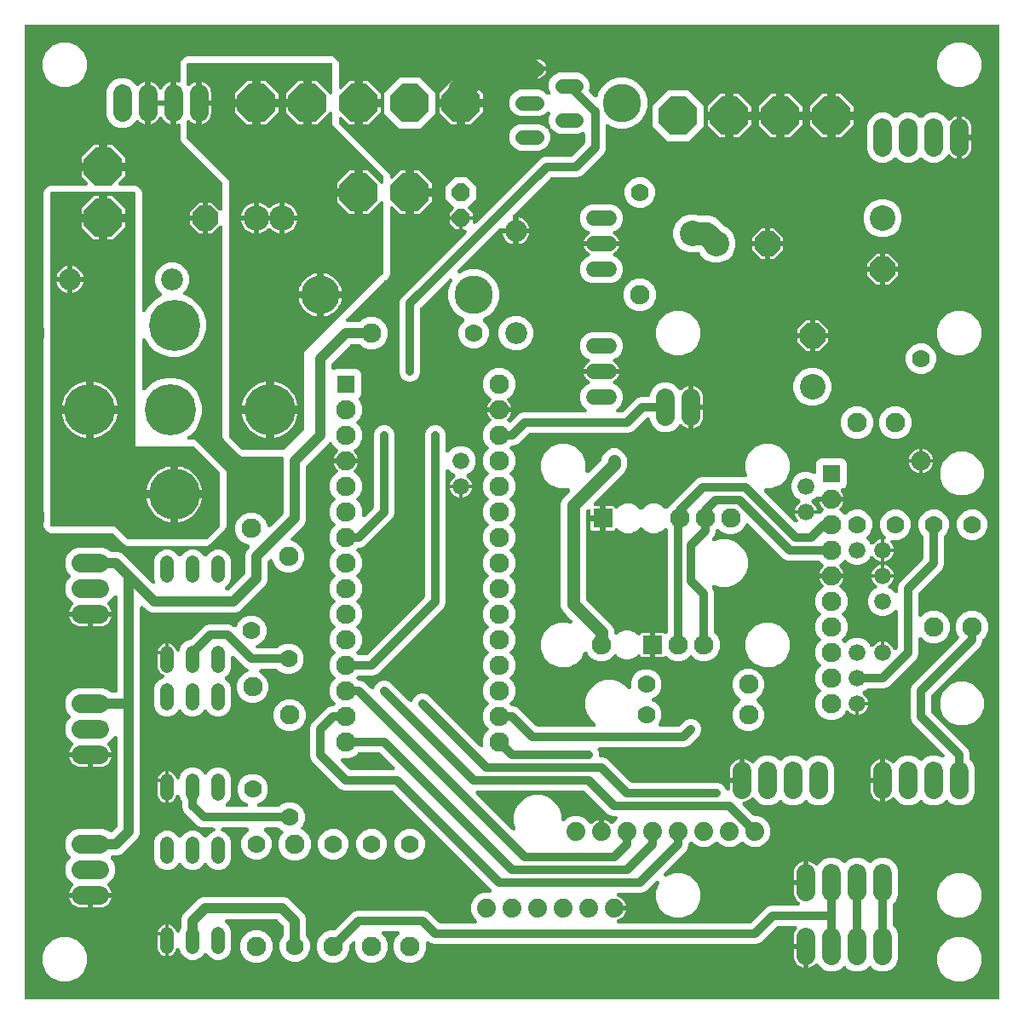
<source format=gbl>
G04 EAGLE Gerber RS-274X export*
G75*
%MOMM*%
%FSLAX34Y34*%
%LPD*%
%INBottom Copper*%
%IPPOS*%
%AMOC8*
5,1,8,0,0,1.08239X$1,22.5*%
G01*
%ADD10C,1.778000*%
%ADD11C,1.930400*%
%ADD12R,1.778000X1.778000*%
%ADD13P,4.123906X8X22.500000*%
%ADD14C,1.879600*%
%ADD15C,5.080000*%
%ADD16C,1.320800*%
%ADD17C,2.184400*%
%ADD18C,3.810000*%
%ADD19C,1.524000*%
%ADD20P,1.924489X8X292.500000*%
%ADD21C,1.676400*%
%ADD22C,2.540000*%
%ADD23P,2.749271X8X112.500000*%
%ADD24P,2.749271X8X292.500000*%
%ADD25P,2.749271X8X22.500000*%
%ADD26P,2.749271X8X202.500000*%
%ADD27C,1.879600*%
%ADD28R,1.930400X1.930400*%
%ADD29C,1.408000*%
%ADD30R,1.006400X1.006400*%
%ADD31C,2.286000*%
%ADD32C,2.540000*%
%ADD33C,0.756400*%
%ADD34C,1.270000*%
%ADD35C,0.812800*%
%ADD36C,1.016000*%

G36*
X990618Y10671D02*
X990618Y10671D01*
X990636Y10669D01*
X990818Y10690D01*
X991001Y10709D01*
X991018Y10714D01*
X991035Y10716D01*
X991210Y10773D01*
X991386Y10827D01*
X991401Y10835D01*
X991418Y10841D01*
X991578Y10931D01*
X991740Y11019D01*
X991753Y11030D01*
X991769Y11039D01*
X991908Y11159D01*
X992049Y11276D01*
X992060Y11290D01*
X992074Y11302D01*
X992186Y11447D01*
X992301Y11590D01*
X992309Y11606D01*
X992320Y11620D01*
X992402Y11785D01*
X992487Y11947D01*
X992492Y11964D01*
X992500Y11981D01*
X992547Y12159D01*
X992598Y12334D01*
X992600Y12352D01*
X992604Y12369D01*
X992631Y12700D01*
X992631Y977900D01*
X992629Y977918D01*
X992631Y977936D01*
X992610Y978118D01*
X992591Y978301D01*
X992586Y978318D01*
X992584Y978335D01*
X992527Y978510D01*
X992473Y978686D01*
X992465Y978701D01*
X992459Y978718D01*
X992369Y978878D01*
X992281Y979040D01*
X992270Y979053D01*
X992261Y979069D01*
X992141Y979208D01*
X992024Y979349D01*
X992010Y979360D01*
X991998Y979374D01*
X991853Y979486D01*
X991710Y979601D01*
X991694Y979609D01*
X991680Y979620D01*
X991515Y979702D01*
X991353Y979787D01*
X991336Y979792D01*
X991320Y979800D01*
X991141Y979847D01*
X990966Y979898D01*
X990948Y979900D01*
X990931Y979904D01*
X990600Y979931D01*
X25400Y979931D01*
X25382Y979929D01*
X25364Y979931D01*
X25182Y979910D01*
X24999Y979891D01*
X24982Y979886D01*
X24965Y979884D01*
X24790Y979827D01*
X24614Y979773D01*
X24599Y979765D01*
X24582Y979759D01*
X24422Y979669D01*
X24260Y979581D01*
X24247Y979570D01*
X24231Y979561D01*
X24092Y979441D01*
X23951Y979324D01*
X23940Y979310D01*
X23927Y979298D01*
X23814Y979153D01*
X23699Y979010D01*
X23691Y978994D01*
X23680Y978980D01*
X23598Y978815D01*
X23513Y978653D01*
X23508Y978636D01*
X23500Y978620D01*
X23453Y978441D01*
X23402Y978266D01*
X23400Y978248D01*
X23396Y978231D01*
X23369Y977900D01*
X23369Y12700D01*
X23371Y12682D01*
X23369Y12664D01*
X23390Y12482D01*
X23409Y12299D01*
X23414Y12282D01*
X23416Y12265D01*
X23473Y12090D01*
X23527Y11914D01*
X23535Y11899D01*
X23541Y11882D01*
X23631Y11722D01*
X23719Y11560D01*
X23730Y11547D01*
X23739Y11531D01*
X23859Y11392D01*
X23976Y11251D01*
X23990Y11240D01*
X24002Y11227D01*
X24147Y11114D01*
X24290Y10999D01*
X24306Y10991D01*
X24320Y10980D01*
X24485Y10898D01*
X24647Y10813D01*
X24664Y10808D01*
X24681Y10800D01*
X24859Y10753D01*
X25034Y10702D01*
X25052Y10700D01*
X25069Y10696D01*
X25400Y10669D01*
X990600Y10669D01*
X990618Y10671D01*
G37*
%LPC*%
G36*
X822418Y38607D02*
X822418Y38607D01*
X816723Y40966D01*
X812364Y45325D01*
X812310Y45456D01*
X812304Y45468D01*
X812299Y45481D01*
X812209Y45645D01*
X812120Y45811D01*
X812111Y45821D01*
X812105Y45833D01*
X811983Y45976D01*
X811863Y46121D01*
X811853Y46130D01*
X811844Y46140D01*
X811697Y46256D01*
X811551Y46375D01*
X811539Y46381D01*
X811528Y46390D01*
X811362Y46474D01*
X811194Y46562D01*
X811181Y46566D01*
X811169Y46572D01*
X810988Y46622D01*
X810808Y46675D01*
X810794Y46676D01*
X810781Y46680D01*
X810593Y46694D01*
X810407Y46710D01*
X810393Y46708D01*
X810380Y46709D01*
X810192Y46686D01*
X810006Y46665D01*
X809994Y46661D01*
X809980Y46659D01*
X809801Y46599D01*
X809623Y46541D01*
X809612Y46535D01*
X809599Y46531D01*
X809436Y46437D01*
X809272Y46345D01*
X809261Y46336D01*
X809250Y46330D01*
X808997Y46115D01*
X807878Y44996D01*
X806357Y43891D01*
X804683Y43038D01*
X802896Y42457D01*
X802893Y42457D01*
X802893Y62738D01*
X802891Y62756D01*
X802893Y62773D01*
X802872Y62956D01*
X802853Y63138D01*
X802848Y63155D01*
X802846Y63173D01*
X802789Y63348D01*
X802735Y63523D01*
X802727Y63539D01*
X802721Y63556D01*
X802631Y63716D01*
X802543Y63877D01*
X802532Y63891D01*
X802523Y63907D01*
X802403Y64046D01*
X802286Y64187D01*
X802272Y64198D01*
X802260Y64211D01*
X802115Y64324D01*
X801972Y64439D01*
X801956Y64447D01*
X801942Y64458D01*
X801777Y64540D01*
X801615Y64624D01*
X801598Y64629D01*
X801582Y64637D01*
X801403Y64685D01*
X801318Y64710D01*
X801265Y64872D01*
X801211Y65048D01*
X801203Y65063D01*
X801197Y65080D01*
X801107Y65240D01*
X801019Y65402D01*
X801008Y65415D01*
X800999Y65431D01*
X800879Y65570D01*
X800761Y65711D01*
X800748Y65722D01*
X800736Y65736D01*
X800591Y65848D01*
X800448Y65963D01*
X800432Y65971D01*
X800418Y65982D01*
X800253Y66064D01*
X800090Y66149D01*
X800073Y66154D01*
X800057Y66162D01*
X799879Y66209D01*
X799704Y66260D01*
X799686Y66262D01*
X799669Y66266D01*
X799338Y66293D01*
X788161Y66293D01*
X788161Y73838D01*
X788455Y75694D01*
X789036Y77481D01*
X789889Y79155D01*
X790934Y80594D01*
X790955Y80629D01*
X790974Y80653D01*
X790977Y80660D01*
X790992Y80678D01*
X791062Y80811D01*
X791138Y80942D01*
X791154Y80990D01*
X791178Y81035D01*
X791219Y81180D01*
X791268Y81322D01*
X791275Y81373D01*
X791289Y81422D01*
X791302Y81572D01*
X791321Y81722D01*
X791318Y81773D01*
X791322Y81824D01*
X791305Y81973D01*
X791295Y82123D01*
X791281Y82173D01*
X791275Y82223D01*
X791228Y82367D01*
X791189Y82512D01*
X791166Y82558D01*
X791150Y82606D01*
X791076Y82737D01*
X791009Y82872D01*
X790978Y82912D01*
X790952Y82957D01*
X790854Y83071D01*
X790761Y83189D01*
X790723Y83223D01*
X790689Y83262D01*
X790570Y83354D01*
X790456Y83452D01*
X790412Y83477D01*
X790371Y83508D01*
X790236Y83575D01*
X790105Y83649D01*
X790057Y83665D01*
X790011Y83688D01*
X789865Y83727D01*
X789722Y83773D01*
X789671Y83779D01*
X789622Y83792D01*
X789391Y83811D01*
X789322Y83819D01*
X789308Y83818D01*
X789291Y83819D01*
X772130Y83819D01*
X772104Y83817D01*
X772077Y83819D01*
X771903Y83797D01*
X771729Y83779D01*
X771704Y83772D01*
X771677Y83768D01*
X771512Y83713D01*
X771345Y83661D01*
X771321Y83648D01*
X771296Y83640D01*
X771144Y83553D01*
X770991Y83469D01*
X770970Y83452D01*
X770947Y83439D01*
X770694Y83224D01*
X758200Y70730D01*
X758199Y70730D01*
X755056Y67586D01*
X751321Y66039D01*
X429779Y66039D01*
X426044Y67586D01*
X425616Y68014D01*
X425609Y68020D01*
X425604Y68027D01*
X425455Y68147D01*
X425305Y68269D01*
X425297Y68274D01*
X425290Y68279D01*
X425121Y68367D01*
X424949Y68458D01*
X424940Y68461D01*
X424933Y68465D01*
X424749Y68517D01*
X424563Y68573D01*
X424554Y68574D01*
X424546Y68576D01*
X424355Y68592D01*
X424162Y68609D01*
X424153Y68608D01*
X424144Y68609D01*
X423955Y68587D01*
X423762Y68566D01*
X423753Y68563D01*
X423745Y68562D01*
X423562Y68502D01*
X423378Y68444D01*
X423370Y68440D01*
X423362Y68437D01*
X423193Y68342D01*
X423026Y68249D01*
X423019Y68244D01*
X423011Y68239D01*
X422866Y68114D01*
X422719Y67989D01*
X422713Y67982D01*
X422706Y67976D01*
X422589Y67824D01*
X422469Y67673D01*
X422465Y67665D01*
X422460Y67658D01*
X422373Y67484D01*
X422287Y67314D01*
X422284Y67306D01*
X422280Y67297D01*
X422230Y67108D01*
X422179Y66926D01*
X422178Y66917D01*
X422176Y66909D01*
X422149Y66578D01*
X422149Y60367D01*
X419751Y54579D01*
X415321Y50149D01*
X409533Y47751D01*
X403267Y47751D01*
X397479Y50149D01*
X393049Y54579D01*
X390651Y60367D01*
X390651Y66633D01*
X393049Y72421D01*
X395900Y75272D01*
X395905Y75279D01*
X395912Y75284D01*
X396032Y75434D01*
X396155Y75583D01*
X396159Y75591D01*
X396165Y75598D01*
X396253Y75768D01*
X396343Y75939D01*
X396346Y75948D01*
X396350Y75955D01*
X396403Y76140D01*
X396458Y76325D01*
X396459Y76334D01*
X396461Y76342D01*
X396477Y76531D01*
X396495Y76726D01*
X396494Y76735D01*
X396494Y76744D01*
X396472Y76932D01*
X396451Y77126D01*
X396448Y77135D01*
X396447Y77143D01*
X396388Y77325D01*
X396330Y77510D01*
X396325Y77518D01*
X396323Y77526D01*
X396228Y77695D01*
X396135Y77862D01*
X396129Y77869D01*
X396125Y77877D01*
X395999Y78023D01*
X395874Y78169D01*
X395867Y78175D01*
X395861Y78182D01*
X395710Y78299D01*
X395558Y78419D01*
X395550Y78423D01*
X395543Y78428D01*
X395371Y78514D01*
X395199Y78601D01*
X395191Y78604D01*
X395183Y78608D01*
X394997Y78658D01*
X394812Y78709D01*
X394803Y78710D01*
X394794Y78712D01*
X394463Y78739D01*
X380237Y78739D01*
X380228Y78738D01*
X380219Y78739D01*
X380027Y78718D01*
X379836Y78699D01*
X379827Y78697D01*
X379819Y78696D01*
X379636Y78638D01*
X379451Y78581D01*
X379443Y78577D01*
X379435Y78574D01*
X379266Y78481D01*
X379097Y78389D01*
X379090Y78384D01*
X379082Y78379D01*
X378935Y78255D01*
X378788Y78132D01*
X378782Y78125D01*
X378775Y78119D01*
X378656Y77968D01*
X378535Y77818D01*
X378531Y77810D01*
X378526Y77803D01*
X378438Y77630D01*
X378350Y77461D01*
X378348Y77452D01*
X378343Y77444D01*
X378291Y77255D01*
X378239Y77074D01*
X378238Y77065D01*
X378235Y77056D01*
X378221Y76863D01*
X378206Y76672D01*
X378207Y76664D01*
X378206Y76655D01*
X378230Y76462D01*
X378253Y76273D01*
X378255Y76264D01*
X378256Y76255D01*
X378318Y76072D01*
X378377Y75890D01*
X378382Y75882D01*
X378385Y75874D01*
X378481Y75707D01*
X378575Y75539D01*
X378581Y75532D01*
X378586Y75525D01*
X378800Y75272D01*
X381651Y72421D01*
X384049Y66633D01*
X384049Y60367D01*
X381651Y54579D01*
X377221Y50149D01*
X371433Y47751D01*
X365167Y47751D01*
X359379Y50149D01*
X354949Y54579D01*
X352551Y60367D01*
X352551Y66578D01*
X352550Y66587D01*
X352551Y66596D01*
X352530Y66789D01*
X352511Y66979D01*
X352509Y66987D01*
X352508Y66996D01*
X352449Y67181D01*
X352393Y67364D01*
X352389Y67371D01*
X352386Y67380D01*
X352293Y67548D01*
X352201Y67718D01*
X352196Y67724D01*
X352191Y67732D01*
X352067Y67879D01*
X351944Y68027D01*
X351937Y68032D01*
X351931Y68039D01*
X351779Y68159D01*
X351630Y68279D01*
X351622Y68283D01*
X351615Y68289D01*
X351442Y68377D01*
X351273Y68465D01*
X351264Y68467D01*
X351256Y68471D01*
X351070Y68523D01*
X350886Y68576D01*
X350877Y68577D01*
X350868Y68579D01*
X350675Y68593D01*
X350484Y68609D01*
X350476Y68608D01*
X350467Y68609D01*
X350274Y68584D01*
X350085Y68562D01*
X350076Y68559D01*
X350067Y68558D01*
X349885Y68497D01*
X349702Y68437D01*
X349694Y68433D01*
X349686Y68430D01*
X349519Y68334D01*
X349351Y68239D01*
X349344Y68233D01*
X349337Y68229D01*
X349084Y68014D01*
X346544Y65474D01*
X346527Y65454D01*
X346506Y65436D01*
X346399Y65298D01*
X346289Y65163D01*
X346276Y65139D01*
X346260Y65118D01*
X346182Y64961D01*
X346100Y64807D01*
X346092Y64782D01*
X346080Y64757D01*
X346035Y64588D01*
X345985Y64421D01*
X345983Y64395D01*
X345976Y64369D01*
X345949Y64038D01*
X345949Y60367D01*
X343551Y54579D01*
X339121Y50149D01*
X333333Y47751D01*
X327067Y47751D01*
X321279Y50149D01*
X316849Y54579D01*
X314451Y60367D01*
X314451Y66633D01*
X316849Y72421D01*
X321279Y76851D01*
X327067Y79249D01*
X330738Y79249D01*
X330765Y79251D01*
X330791Y79249D01*
X330965Y79271D01*
X331139Y79289D01*
X331164Y79296D01*
X331191Y79300D01*
X331357Y79356D01*
X331523Y79407D01*
X331547Y79420D01*
X331572Y79428D01*
X331724Y79515D01*
X331878Y79599D01*
X331898Y79616D01*
X331921Y79629D01*
X332174Y79844D01*
X346700Y94370D01*
X349844Y97514D01*
X353579Y99061D01*
X421121Y99061D01*
X424856Y97514D01*
X435414Y86956D01*
X435434Y86939D01*
X435452Y86918D01*
X435590Y86811D01*
X435725Y86701D01*
X435749Y86688D01*
X435770Y86672D01*
X435927Y86594D01*
X436081Y86512D01*
X436106Y86504D01*
X436131Y86492D01*
X436300Y86447D01*
X436467Y86397D01*
X436493Y86395D01*
X436519Y86388D01*
X436850Y86361D01*
X471023Y86361D01*
X471031Y86362D01*
X471040Y86361D01*
X471232Y86382D01*
X471423Y86401D01*
X471432Y86403D01*
X471441Y86404D01*
X471623Y86462D01*
X471808Y86519D01*
X471816Y86523D01*
X471824Y86526D01*
X471993Y86619D01*
X472162Y86711D01*
X472169Y86716D01*
X472177Y86721D01*
X472324Y86845D01*
X472471Y86968D01*
X472477Y86975D01*
X472484Y86981D01*
X472603Y87132D01*
X472724Y87282D01*
X472728Y87290D01*
X472733Y87297D01*
X472821Y87470D01*
X472909Y87639D01*
X472912Y87648D01*
X472916Y87656D01*
X472968Y87842D01*
X473021Y88026D01*
X473021Y88035D01*
X473024Y88044D01*
X473038Y88237D01*
X473053Y88428D01*
X473052Y88436D01*
X473053Y88445D01*
X473029Y88638D01*
X473007Y88827D01*
X473004Y88836D01*
X473003Y88845D01*
X472941Y89028D01*
X472882Y89210D01*
X472877Y89218D01*
X472874Y89226D01*
X472778Y89393D01*
X472684Y89561D01*
X472678Y89568D01*
X472674Y89575D01*
X472459Y89828D01*
X469464Y92823D01*
X467105Y98518D01*
X467105Y104682D01*
X469464Y110377D01*
X473823Y114736D01*
X479518Y117095D01*
X485932Y117095D01*
X485941Y117096D01*
X485950Y117095D01*
X486143Y117116D01*
X486333Y117135D01*
X486341Y117137D01*
X486350Y117138D01*
X486535Y117197D01*
X486718Y117253D01*
X486725Y117257D01*
X486734Y117260D01*
X486902Y117353D01*
X487072Y117445D01*
X487078Y117450D01*
X487086Y117455D01*
X487233Y117579D01*
X487381Y117702D01*
X487386Y117709D01*
X487393Y117715D01*
X487513Y117867D01*
X487633Y118016D01*
X487637Y118024D01*
X487643Y118031D01*
X487731Y118204D01*
X487819Y118373D01*
X487821Y118382D01*
X487825Y118390D01*
X487877Y118576D01*
X487930Y118760D01*
X487931Y118769D01*
X487933Y118778D01*
X487947Y118971D01*
X487963Y119162D01*
X487962Y119170D01*
X487963Y119179D01*
X487938Y119372D01*
X487916Y119561D01*
X487913Y119570D01*
X487912Y119579D01*
X487851Y119761D01*
X487791Y119944D01*
X487787Y119952D01*
X487784Y119960D01*
X487688Y120127D01*
X487593Y120295D01*
X487587Y120302D01*
X487583Y120309D01*
X487368Y120562D01*
X390086Y217844D01*
X390066Y217861D01*
X390048Y217882D01*
X389910Y217989D01*
X389775Y218099D01*
X389751Y218112D01*
X389730Y218128D01*
X389573Y218206D01*
X389419Y218288D01*
X389394Y218296D01*
X389369Y218308D01*
X389200Y218353D01*
X389033Y218403D01*
X389007Y218405D01*
X388981Y218412D01*
X388650Y218439D01*
X340879Y218439D01*
X337144Y219986D01*
X308886Y248244D01*
X307339Y251979D01*
X307339Y281421D01*
X308886Y285156D01*
X324444Y300714D01*
X328179Y302261D01*
X329947Y302261D01*
X329974Y302263D01*
X330001Y302261D01*
X330175Y302283D01*
X330348Y302301D01*
X330373Y302308D01*
X330400Y302312D01*
X330566Y302367D01*
X330733Y302419D01*
X330756Y302432D01*
X330782Y302440D01*
X330933Y302527D01*
X331087Y302611D01*
X331107Y302628D01*
X331131Y302641D01*
X331384Y302856D01*
X331892Y303364D01*
X331903Y303378D01*
X331917Y303389D01*
X332030Y303533D01*
X332147Y303675D01*
X332155Y303691D01*
X332166Y303705D01*
X332250Y303869D01*
X332335Y304031D01*
X332340Y304048D01*
X332349Y304064D01*
X332398Y304241D01*
X332450Y304417D01*
X332452Y304435D01*
X332457Y304452D01*
X332470Y304635D01*
X332487Y304818D01*
X332485Y304836D01*
X332486Y304853D01*
X332463Y305035D01*
X332443Y305218D01*
X332438Y305235D01*
X332435Y305253D01*
X332377Y305427D01*
X332322Y305602D01*
X332313Y305618D01*
X332307Y305634D01*
X332216Y305793D01*
X332127Y305954D01*
X332115Y305968D01*
X332106Y305983D01*
X331892Y306236D01*
X329549Y308579D01*
X327151Y314367D01*
X327151Y320633D01*
X329549Y326421D01*
X331892Y328764D01*
X331903Y328778D01*
X331917Y328789D01*
X332030Y328933D01*
X332147Y329075D01*
X332155Y329091D01*
X332166Y329105D01*
X332250Y329269D01*
X332335Y329431D01*
X332340Y329448D01*
X332349Y329464D01*
X332398Y329641D01*
X332450Y329817D01*
X332452Y329835D01*
X332457Y329852D01*
X332470Y330035D01*
X332487Y330218D01*
X332485Y330236D01*
X332486Y330253D01*
X332463Y330435D01*
X332443Y330618D01*
X332438Y330635D01*
X332435Y330653D01*
X332377Y330827D01*
X332322Y331002D01*
X332313Y331018D01*
X332307Y331034D01*
X332216Y331193D01*
X332127Y331354D01*
X332115Y331368D01*
X332106Y331383D01*
X331892Y331636D01*
X329549Y333979D01*
X327151Y339767D01*
X327151Y346033D01*
X329549Y351821D01*
X331892Y354164D01*
X331903Y354178D01*
X331917Y354189D01*
X332030Y354333D01*
X332147Y354475D01*
X332155Y354491D01*
X332166Y354505D01*
X332250Y354669D01*
X332335Y354831D01*
X332340Y354848D01*
X332349Y354864D01*
X332398Y355041D01*
X332450Y355217D01*
X332452Y355235D01*
X332457Y355252D01*
X332470Y355435D01*
X332487Y355618D01*
X332485Y355636D01*
X332486Y355653D01*
X332463Y355835D01*
X332443Y356018D01*
X332438Y356035D01*
X332435Y356053D01*
X332377Y356227D01*
X332322Y356402D01*
X332313Y356418D01*
X332307Y356434D01*
X332216Y356593D01*
X332127Y356754D01*
X332115Y356768D01*
X332106Y356783D01*
X331892Y357036D01*
X329549Y359379D01*
X327151Y365167D01*
X327151Y371433D01*
X329549Y377221D01*
X331892Y379564D01*
X331903Y379577D01*
X331917Y379589D01*
X332030Y379733D01*
X332147Y379875D01*
X332155Y379891D01*
X332166Y379905D01*
X332249Y380069D01*
X332335Y380231D01*
X332340Y380248D01*
X332349Y380264D01*
X332398Y380441D01*
X332450Y380617D01*
X332452Y380635D01*
X332457Y380652D01*
X332470Y380835D01*
X332487Y381018D01*
X332485Y381036D01*
X332486Y381053D01*
X332463Y381235D01*
X332443Y381418D01*
X332438Y381435D01*
X332435Y381453D01*
X332377Y381626D01*
X332322Y381802D01*
X332313Y381818D01*
X332307Y381834D01*
X332215Y381994D01*
X332127Y382154D01*
X332115Y382168D01*
X332106Y382183D01*
X331892Y382436D01*
X329549Y384779D01*
X327151Y390567D01*
X327151Y396833D01*
X329549Y402621D01*
X331892Y404964D01*
X331903Y404978D01*
X331917Y404989D01*
X332030Y405133D01*
X332147Y405275D01*
X332155Y405291D01*
X332166Y405305D01*
X332250Y405469D01*
X332335Y405631D01*
X332340Y405648D01*
X332349Y405664D01*
X332398Y405841D01*
X332450Y406017D01*
X332452Y406035D01*
X332457Y406052D01*
X332470Y406235D01*
X332487Y406418D01*
X332485Y406436D01*
X332486Y406453D01*
X332463Y406635D01*
X332443Y406818D01*
X332438Y406835D01*
X332435Y406853D01*
X332377Y407027D01*
X332322Y407202D01*
X332313Y407218D01*
X332307Y407234D01*
X332216Y407393D01*
X332127Y407554D01*
X332115Y407568D01*
X332106Y407583D01*
X331892Y407836D01*
X329549Y410179D01*
X327151Y415967D01*
X327151Y422233D01*
X329549Y428021D01*
X331892Y430364D01*
X331903Y430378D01*
X331917Y430389D01*
X332030Y430533D01*
X332147Y430675D01*
X332155Y430691D01*
X332166Y430705D01*
X332250Y430869D01*
X332335Y431031D01*
X332340Y431048D01*
X332349Y431064D01*
X332398Y431241D01*
X332450Y431417D01*
X332452Y431435D01*
X332457Y431452D01*
X332470Y431635D01*
X332487Y431818D01*
X332485Y431836D01*
X332486Y431853D01*
X332463Y432035D01*
X332443Y432218D01*
X332438Y432235D01*
X332435Y432253D01*
X332377Y432426D01*
X332322Y432602D01*
X332313Y432618D01*
X332307Y432634D01*
X332216Y432793D01*
X332127Y432954D01*
X332115Y432968D01*
X332106Y432983D01*
X331892Y433236D01*
X329549Y435579D01*
X327151Y441367D01*
X327151Y447633D01*
X329549Y453421D01*
X331892Y455764D01*
X331903Y455778D01*
X331917Y455789D01*
X332030Y455933D01*
X332147Y456075D01*
X332155Y456091D01*
X332166Y456105D01*
X332250Y456269D01*
X332335Y456431D01*
X332340Y456448D01*
X332349Y456464D01*
X332398Y456641D01*
X332450Y456817D01*
X332452Y456835D01*
X332457Y456852D01*
X332470Y457035D01*
X332487Y457218D01*
X332485Y457236D01*
X332486Y457253D01*
X332463Y457435D01*
X332443Y457618D01*
X332438Y457635D01*
X332435Y457653D01*
X332377Y457827D01*
X332322Y458002D01*
X332313Y458018D01*
X332307Y458034D01*
X332216Y458193D01*
X332127Y458354D01*
X332115Y458368D01*
X332106Y458383D01*
X331892Y458636D01*
X329549Y460979D01*
X327151Y466767D01*
X327151Y473033D01*
X329549Y478821D01*
X331892Y481164D01*
X331903Y481178D01*
X331917Y481189D01*
X332030Y481333D01*
X332147Y481475D01*
X332155Y481491D01*
X332166Y481505D01*
X332250Y481669D01*
X332335Y481831D01*
X332340Y481848D01*
X332349Y481864D01*
X332398Y482041D01*
X332450Y482217D01*
X332452Y482235D01*
X332457Y482252D01*
X332470Y482435D01*
X332487Y482618D01*
X332485Y482636D01*
X332486Y482653D01*
X332463Y482835D01*
X332443Y483018D01*
X332438Y483035D01*
X332435Y483053D01*
X332377Y483227D01*
X332322Y483402D01*
X332313Y483418D01*
X332307Y483434D01*
X332216Y483593D01*
X332127Y483754D01*
X332115Y483768D01*
X332106Y483783D01*
X331892Y484036D01*
X329549Y486379D01*
X327151Y492167D01*
X327151Y498433D01*
X329549Y504221D01*
X331892Y506564D01*
X331903Y506578D01*
X331917Y506589D01*
X332030Y506733D01*
X332147Y506875D01*
X332155Y506891D01*
X332166Y506905D01*
X332250Y507069D01*
X332335Y507231D01*
X332340Y507248D01*
X332349Y507264D01*
X332398Y507441D01*
X332450Y507617D01*
X332452Y507635D01*
X332457Y507652D01*
X332470Y507835D01*
X332487Y508018D01*
X332485Y508036D01*
X332486Y508053D01*
X332463Y508235D01*
X332443Y508418D01*
X332438Y508435D01*
X332435Y508453D01*
X332377Y508626D01*
X332322Y508802D01*
X332313Y508818D01*
X332307Y508834D01*
X332216Y508993D01*
X332127Y509154D01*
X332115Y509168D01*
X332106Y509183D01*
X331892Y509436D01*
X329549Y511779D01*
X327151Y517567D01*
X327151Y523833D01*
X329549Y529621D01*
X334025Y534097D01*
X334160Y534169D01*
X334171Y534178D01*
X334183Y534184D01*
X334326Y534306D01*
X334471Y534426D01*
X334479Y534436D01*
X334490Y534445D01*
X334606Y534592D01*
X334725Y534738D01*
X334731Y534750D01*
X334739Y534761D01*
X334823Y534926D01*
X334912Y535095D01*
X334915Y535108D01*
X334922Y535120D01*
X334972Y535301D01*
X335025Y535481D01*
X335026Y535495D01*
X335030Y535508D01*
X335043Y535696D01*
X335059Y535882D01*
X335058Y535896D01*
X335059Y535909D01*
X335035Y536097D01*
X335014Y536283D01*
X335010Y536295D01*
X335008Y536309D01*
X334949Y536487D01*
X334891Y536666D01*
X334885Y536678D01*
X334880Y536690D01*
X334787Y536853D01*
X334695Y537017D01*
X334686Y537028D01*
X334679Y537039D01*
X334465Y537292D01*
X333600Y538157D01*
X332472Y539710D01*
X331601Y541420D01*
X331008Y543245D01*
X330951Y543601D01*
X342432Y543601D01*
X342450Y543602D01*
X342467Y543601D01*
X342650Y543622D01*
X342832Y543641D01*
X342849Y543646D01*
X342867Y543648D01*
X342908Y543661D01*
X343002Y543634D01*
X343020Y543632D01*
X343037Y543628D01*
X343368Y543601D01*
X354849Y543601D01*
X354792Y543245D01*
X354199Y541420D01*
X353328Y539710D01*
X352200Y538157D01*
X351335Y537292D01*
X351327Y537282D01*
X351317Y537273D01*
X351199Y537126D01*
X351080Y536981D01*
X351074Y536969D01*
X351066Y536958D01*
X350979Y536790D01*
X350892Y536625D01*
X350888Y536612D01*
X350882Y536600D01*
X350830Y536419D01*
X350777Y536239D01*
X350776Y536226D01*
X350772Y536213D01*
X350758Y536026D01*
X350740Y535838D01*
X350742Y535825D01*
X350741Y535811D01*
X350763Y535626D01*
X350784Y535438D01*
X350788Y535425D01*
X350790Y535412D01*
X350849Y535233D01*
X350905Y535054D01*
X350912Y535042D01*
X350916Y535030D01*
X351009Y534866D01*
X351100Y534702D01*
X351109Y534691D01*
X351116Y534680D01*
X351239Y534538D01*
X351361Y534395D01*
X351371Y534386D01*
X351380Y534376D01*
X351530Y534261D01*
X351677Y534145D01*
X351689Y534139D01*
X351699Y534131D01*
X351786Y534087D01*
X356251Y529621D01*
X358649Y523833D01*
X358649Y517567D01*
X356251Y511779D01*
X353908Y509436D01*
X353897Y509423D01*
X353883Y509411D01*
X353770Y509267D01*
X353653Y509125D01*
X353645Y509109D01*
X353634Y509095D01*
X353551Y508931D01*
X353465Y508769D01*
X353460Y508752D01*
X353451Y508736D01*
X353402Y508559D01*
X353350Y508383D01*
X353348Y508365D01*
X353343Y508348D01*
X353330Y508165D01*
X353313Y507982D01*
X353315Y507964D01*
X353314Y507947D01*
X353337Y507765D01*
X353357Y507582D01*
X353362Y507565D01*
X353365Y507547D01*
X353423Y507374D01*
X353478Y507198D01*
X353487Y507182D01*
X353493Y507166D01*
X353585Y507006D01*
X353673Y506846D01*
X353685Y506832D01*
X353694Y506817D01*
X353908Y506564D01*
X356251Y504221D01*
X358649Y498433D01*
X358649Y492222D01*
X358650Y492213D01*
X358649Y492204D01*
X358670Y492011D01*
X358689Y491821D01*
X358691Y491813D01*
X358692Y491804D01*
X358751Y491619D01*
X358807Y491436D01*
X358811Y491429D01*
X358814Y491420D01*
X358907Y491252D01*
X358999Y491082D01*
X359004Y491076D01*
X359009Y491068D01*
X359133Y490921D01*
X359256Y490773D01*
X359263Y490768D01*
X359269Y490761D01*
X359421Y490641D01*
X359570Y490521D01*
X359578Y490517D01*
X359585Y490511D01*
X359758Y490423D01*
X359927Y490335D01*
X359936Y490333D01*
X359944Y490329D01*
X360130Y490277D01*
X360314Y490224D01*
X360323Y490223D01*
X360332Y490221D01*
X360525Y490207D01*
X360716Y490191D01*
X360724Y490192D01*
X360733Y490191D01*
X360926Y490216D01*
X361115Y490238D01*
X361124Y490241D01*
X361133Y490242D01*
X361315Y490303D01*
X361498Y490363D01*
X361506Y490367D01*
X361514Y490370D01*
X361681Y490466D01*
X361849Y490561D01*
X361856Y490567D01*
X361863Y490571D01*
X362116Y490786D01*
X370244Y498914D01*
X370261Y498934D01*
X370282Y498952D01*
X370389Y499090D01*
X370499Y499225D01*
X370512Y499249D01*
X370528Y499270D01*
X370606Y499427D01*
X370688Y499581D01*
X370696Y499606D01*
X370708Y499631D01*
X370753Y499800D01*
X370803Y499967D01*
X370805Y499993D01*
X370812Y500019D01*
X370839Y500350D01*
X370839Y573521D01*
X372386Y577256D01*
X375244Y580114D01*
X378979Y581661D01*
X383021Y581661D01*
X386756Y580114D01*
X389614Y577256D01*
X391161Y573521D01*
X391161Y493279D01*
X389614Y489544D01*
X386470Y486401D01*
X386470Y486400D01*
X361356Y461286D01*
X357621Y459739D01*
X355853Y459739D01*
X355826Y459737D01*
X355799Y459739D01*
X355626Y459717D01*
X355452Y459699D01*
X355427Y459692D01*
X355400Y459688D01*
X355234Y459633D01*
X355067Y459581D01*
X355044Y459568D01*
X355018Y459560D01*
X354867Y459473D01*
X354713Y459389D01*
X354693Y459372D01*
X354669Y459359D01*
X354416Y459144D01*
X353908Y458636D01*
X353897Y458623D01*
X353883Y458611D01*
X353769Y458467D01*
X353653Y458325D01*
X353645Y458309D01*
X353634Y458295D01*
X353551Y458131D01*
X353465Y457969D01*
X353460Y457952D01*
X353451Y457936D01*
X353402Y457760D01*
X353350Y457583D01*
X353348Y457565D01*
X353343Y457548D01*
X353330Y457365D01*
X353313Y457182D01*
X353315Y457165D01*
X353314Y457147D01*
X353337Y456964D01*
X353357Y456782D01*
X353362Y456765D01*
X353365Y456747D01*
X353423Y456573D01*
X353478Y456398D01*
X353487Y456383D01*
X353493Y456366D01*
X353585Y456206D01*
X353673Y456046D01*
X353685Y456032D01*
X353694Y456017D01*
X353908Y455764D01*
X356251Y453421D01*
X358649Y447633D01*
X358649Y441367D01*
X356251Y435579D01*
X353908Y433236D01*
X353897Y433223D01*
X353883Y433211D01*
X353770Y433067D01*
X353653Y432925D01*
X353645Y432909D01*
X353634Y432895D01*
X353551Y432731D01*
X353465Y432569D01*
X353460Y432552D01*
X353451Y432536D01*
X353402Y432359D01*
X353350Y432183D01*
X353348Y432165D01*
X353343Y432148D01*
X353330Y431965D01*
X353313Y431782D01*
X353315Y431764D01*
X353314Y431747D01*
X353337Y431565D01*
X353357Y431382D01*
X353362Y431365D01*
X353365Y431347D01*
X353423Y431174D01*
X353478Y430998D01*
X353487Y430982D01*
X353493Y430966D01*
X353585Y430806D01*
X353673Y430646D01*
X353685Y430632D01*
X353694Y430617D01*
X353908Y430364D01*
X356251Y428021D01*
X358649Y422233D01*
X358649Y415967D01*
X356251Y410179D01*
X353908Y407836D01*
X353897Y407823D01*
X353883Y407811D01*
X353770Y407667D01*
X353653Y407525D01*
X353645Y407509D01*
X353634Y407495D01*
X353551Y407331D01*
X353465Y407169D01*
X353460Y407152D01*
X353451Y407136D01*
X353402Y406959D01*
X353350Y406783D01*
X353348Y406765D01*
X353343Y406748D01*
X353330Y406565D01*
X353313Y406382D01*
X353315Y406364D01*
X353314Y406347D01*
X353337Y406165D01*
X353357Y405982D01*
X353362Y405965D01*
X353365Y405947D01*
X353423Y405774D01*
X353478Y405598D01*
X353487Y405582D01*
X353493Y405566D01*
X353585Y405406D01*
X353673Y405246D01*
X353685Y405232D01*
X353694Y405217D01*
X353908Y404964D01*
X356251Y402621D01*
X358649Y396833D01*
X358649Y390567D01*
X356251Y384779D01*
X353908Y382436D01*
X353897Y382422D01*
X353883Y382411D01*
X353770Y382267D01*
X353653Y382125D01*
X353645Y382109D01*
X353634Y382095D01*
X353550Y381930D01*
X353465Y381769D01*
X353460Y381752D01*
X353451Y381736D01*
X353402Y381559D01*
X353350Y381383D01*
X353348Y381365D01*
X353343Y381348D01*
X353330Y381164D01*
X353313Y380982D01*
X353315Y380964D01*
X353314Y380947D01*
X353337Y380765D01*
X353357Y380582D01*
X353362Y380565D01*
X353365Y380547D01*
X353423Y380373D01*
X353478Y380198D01*
X353487Y380182D01*
X353493Y380166D01*
X353584Y380006D01*
X353673Y379846D01*
X353685Y379832D01*
X353694Y379817D01*
X353908Y379564D01*
X356251Y377221D01*
X358649Y371433D01*
X358649Y365167D01*
X356251Y359379D01*
X353908Y357036D01*
X353897Y357023D01*
X353883Y357011D01*
X353769Y356867D01*
X353653Y356725D01*
X353645Y356709D01*
X353634Y356695D01*
X353550Y356531D01*
X353465Y356369D01*
X353460Y356352D01*
X353452Y356336D01*
X353402Y356160D01*
X353350Y355983D01*
X353348Y355965D01*
X353344Y355948D01*
X353330Y355766D01*
X353313Y355582D01*
X353315Y355565D01*
X353314Y355547D01*
X353337Y355365D01*
X353357Y355182D01*
X353362Y355165D01*
X353365Y355147D01*
X353423Y354973D01*
X353478Y354798D01*
X353487Y354782D01*
X353493Y354766D01*
X353584Y354606D01*
X353673Y354446D01*
X353685Y354432D01*
X353694Y354417D01*
X353908Y354164D01*
X354416Y353656D01*
X354437Y353639D01*
X354455Y353618D01*
X354593Y353511D01*
X354728Y353401D01*
X354751Y353388D01*
X354773Y353372D01*
X354929Y353294D01*
X355084Y353212D01*
X355109Y353204D01*
X355133Y353192D01*
X355302Y353147D01*
X355469Y353097D01*
X355496Y353095D01*
X355522Y353088D01*
X355853Y353061D01*
X363250Y353061D01*
X363276Y353063D01*
X363303Y353061D01*
X363477Y353083D01*
X363651Y353101D01*
X363676Y353108D01*
X363703Y353112D01*
X363868Y353167D01*
X364035Y353219D01*
X364059Y353232D01*
X364084Y353240D01*
X364236Y353327D01*
X364389Y353411D01*
X364410Y353428D01*
X364433Y353441D01*
X364686Y353656D01*
X421044Y410014D01*
X421061Y410034D01*
X421082Y410052D01*
X421189Y410190D01*
X421299Y410325D01*
X421312Y410349D01*
X421328Y410370D01*
X421406Y410527D01*
X421488Y410681D01*
X421496Y410706D01*
X421508Y410731D01*
X421553Y410900D01*
X421603Y411067D01*
X421605Y411093D01*
X421612Y411119D01*
X421639Y411450D01*
X421639Y573521D01*
X423186Y577256D01*
X426044Y580114D01*
X429779Y581661D01*
X433821Y581661D01*
X437556Y580114D01*
X440414Y577256D01*
X441961Y573521D01*
X441961Y556241D01*
X441962Y556232D01*
X441961Y556223D01*
X441982Y556031D01*
X442001Y555840D01*
X442003Y555831D01*
X442004Y555823D01*
X442062Y555640D01*
X442119Y555455D01*
X442123Y555447D01*
X442126Y555439D01*
X442219Y555270D01*
X442311Y555101D01*
X442316Y555094D01*
X442321Y555086D01*
X442445Y554939D01*
X442568Y554792D01*
X442575Y554786D01*
X442581Y554779D01*
X442732Y554660D01*
X442882Y554539D01*
X442890Y554535D01*
X442897Y554530D01*
X443070Y554442D01*
X443239Y554354D01*
X443248Y554352D01*
X443256Y554347D01*
X443442Y554296D01*
X443626Y554243D01*
X443635Y554242D01*
X443644Y554239D01*
X443837Y554225D01*
X444028Y554210D01*
X444036Y554211D01*
X444045Y554210D01*
X444238Y554234D01*
X444427Y554257D01*
X444436Y554259D01*
X444445Y554260D01*
X444628Y554322D01*
X444810Y554381D01*
X444818Y554386D01*
X444826Y554389D01*
X444993Y554485D01*
X445161Y554579D01*
X445168Y554585D01*
X445175Y554590D01*
X445428Y554804D01*
X448998Y558374D01*
X454320Y560579D01*
X460080Y560579D01*
X465402Y558374D01*
X469474Y554302D01*
X471679Y548980D01*
X471679Y543220D01*
X469474Y537898D01*
X465402Y533826D01*
X463858Y533186D01*
X463706Y533105D01*
X463552Y533028D01*
X463529Y533010D01*
X463503Y532996D01*
X463370Y532886D01*
X463234Y532780D01*
X463215Y532758D01*
X463193Y532740D01*
X463084Y532606D01*
X462972Y532475D01*
X462958Y532449D01*
X462939Y532427D01*
X462859Y532275D01*
X462775Y532124D01*
X462766Y532096D01*
X462752Y532071D01*
X462704Y531905D01*
X462651Y531741D01*
X462647Y531712D01*
X462639Y531684D01*
X462624Y531512D01*
X462605Y531341D01*
X462607Y531312D01*
X462605Y531283D01*
X462624Y531112D01*
X462638Y530939D01*
X462647Y530911D01*
X462650Y530883D01*
X462702Y530719D01*
X462751Y530553D01*
X462764Y530527D01*
X462773Y530500D01*
X462857Y530349D01*
X462937Y530196D01*
X462955Y530173D01*
X462969Y530148D01*
X463082Y530017D01*
X463190Y529883D01*
X463214Y529862D01*
X463231Y529842D01*
X463298Y529790D01*
X463442Y529666D01*
X464316Y529031D01*
X465531Y527816D01*
X466542Y526425D01*
X467322Y524893D01*
X467854Y523258D01*
X467937Y522731D01*
X457200Y522731D01*
X446463Y522731D01*
X446546Y523258D01*
X447078Y524893D01*
X447858Y526425D01*
X448869Y527816D01*
X450084Y529031D01*
X450958Y529666D01*
X451087Y529781D01*
X451219Y529892D01*
X451237Y529915D01*
X451259Y529934D01*
X451363Y530072D01*
X451470Y530207D01*
X451484Y530233D01*
X451501Y530256D01*
X451576Y530412D01*
X451654Y530565D01*
X451662Y530593D01*
X451675Y530619D01*
X451717Y530787D01*
X451764Y530953D01*
X451766Y530981D01*
X451773Y531009D01*
X451782Y531182D01*
X451795Y531354D01*
X451792Y531383D01*
X451793Y531412D01*
X451767Y531583D01*
X451746Y531754D01*
X451737Y531781D01*
X451733Y531810D01*
X451674Y531973D01*
X451620Y532136D01*
X451606Y532161D01*
X451596Y532188D01*
X451506Y532336D01*
X451421Y532486D01*
X451402Y532507D01*
X451387Y532532D01*
X451269Y532659D01*
X451156Y532789D01*
X451133Y532807D01*
X451114Y532828D01*
X450974Y532929D01*
X450837Y533035D01*
X450808Y533049D01*
X450788Y533064D01*
X450710Y533100D01*
X450542Y533186D01*
X448998Y533826D01*
X445428Y537396D01*
X445421Y537401D01*
X445416Y537408D01*
X445266Y537529D01*
X445117Y537651D01*
X445109Y537655D01*
X445102Y537661D01*
X444932Y537749D01*
X444761Y537839D01*
X444752Y537842D01*
X444745Y537846D01*
X444560Y537899D01*
X444375Y537954D01*
X444366Y537955D01*
X444358Y537957D01*
X444167Y537973D01*
X443974Y537991D01*
X443965Y537990D01*
X443956Y537990D01*
X443767Y537968D01*
X443574Y537947D01*
X443565Y537944D01*
X443557Y537943D01*
X443375Y537884D01*
X443190Y537826D01*
X443182Y537821D01*
X443174Y537819D01*
X443005Y537724D01*
X442838Y537631D01*
X442831Y537625D01*
X442823Y537621D01*
X442677Y537495D01*
X442531Y537370D01*
X442525Y537363D01*
X442518Y537358D01*
X442401Y537206D01*
X442281Y537054D01*
X442277Y537046D01*
X442272Y537039D01*
X442186Y536866D01*
X442099Y536695D01*
X442096Y536687D01*
X442092Y536679D01*
X442042Y536493D01*
X441991Y536308D01*
X441990Y536299D01*
X441988Y536290D01*
X441961Y535959D01*
X441961Y404379D01*
X440414Y400644D01*
X374056Y334286D01*
X370321Y332739D01*
X355853Y332739D01*
X355826Y332737D01*
X355799Y332739D01*
X355625Y332717D01*
X355452Y332699D01*
X355427Y332692D01*
X355400Y332688D01*
X355234Y332633D01*
X355067Y332581D01*
X355044Y332568D01*
X355018Y332560D01*
X354867Y332473D01*
X354713Y332389D01*
X354693Y332372D01*
X354669Y332359D01*
X354416Y332144D01*
X353908Y331636D01*
X353897Y331623D01*
X353883Y331611D01*
X353769Y331467D01*
X353653Y331325D01*
X353645Y331309D01*
X353634Y331295D01*
X353550Y331131D01*
X353465Y330969D01*
X353460Y330952D01*
X353452Y330936D01*
X353402Y330759D01*
X353350Y330583D01*
X353348Y330565D01*
X353344Y330548D01*
X353330Y330366D01*
X353313Y330182D01*
X353315Y330164D01*
X353314Y330147D01*
X353337Y329965D01*
X353357Y329782D01*
X353362Y329765D01*
X353365Y329747D01*
X353423Y329574D01*
X353478Y329398D01*
X353487Y329382D01*
X353493Y329366D01*
X353584Y329206D01*
X353673Y329046D01*
X353685Y329032D01*
X353694Y329017D01*
X353908Y328764D01*
X354416Y328256D01*
X354437Y328239D01*
X354455Y328218D01*
X354593Y328111D01*
X354728Y328001D01*
X354751Y327988D01*
X354773Y327972D01*
X354929Y327894D01*
X355084Y327812D01*
X355109Y327804D01*
X355133Y327792D01*
X355302Y327747D01*
X355469Y327697D01*
X355496Y327695D01*
X355522Y327688D01*
X355853Y327661D01*
X357621Y327661D01*
X361356Y326114D01*
X367843Y319626D01*
X367853Y319618D01*
X367862Y319608D01*
X368009Y319491D01*
X368154Y319371D01*
X368166Y319365D01*
X368177Y319357D01*
X368345Y319271D01*
X368510Y319183D01*
X368523Y319179D01*
X368535Y319173D01*
X368716Y319122D01*
X368896Y319068D01*
X368909Y319067D01*
X368922Y319063D01*
X369108Y319049D01*
X369297Y319032D01*
X369311Y319033D01*
X369324Y319032D01*
X369508Y319055D01*
X369697Y319075D01*
X369710Y319079D01*
X369723Y319081D01*
X369901Y319139D01*
X370081Y319197D01*
X370093Y319203D01*
X370106Y319207D01*
X370270Y319301D01*
X370433Y319391D01*
X370444Y319400D01*
X370455Y319407D01*
X370597Y319530D01*
X370740Y319652D01*
X370749Y319662D01*
X370759Y319671D01*
X370873Y319820D01*
X370990Y319968D01*
X370996Y319980D01*
X371004Y319990D01*
X371156Y320285D01*
X372386Y323256D01*
X375244Y326114D01*
X378979Y327661D01*
X383021Y327661D01*
X386756Y326114D01*
X405943Y306926D01*
X405953Y306918D01*
X405962Y306908D01*
X406109Y306791D01*
X406254Y306671D01*
X406266Y306665D01*
X406277Y306657D01*
X406445Y306571D01*
X406610Y306483D01*
X406623Y306479D01*
X406635Y306473D01*
X406816Y306422D01*
X406996Y306368D01*
X407009Y306367D01*
X407022Y306363D01*
X407208Y306349D01*
X407397Y306332D01*
X407411Y306333D01*
X407424Y306332D01*
X407608Y306355D01*
X407797Y306375D01*
X407810Y306379D01*
X407823Y306381D01*
X408001Y306439D01*
X408181Y306497D01*
X408193Y306503D01*
X408206Y306507D01*
X408370Y306601D01*
X408533Y306691D01*
X408544Y306700D01*
X408555Y306707D01*
X408697Y306830D01*
X408840Y306952D01*
X408849Y306962D01*
X408859Y306971D01*
X408973Y307120D01*
X409090Y307268D01*
X409096Y307280D01*
X409104Y307290D01*
X409256Y307585D01*
X410486Y310556D01*
X413344Y313414D01*
X417079Y314961D01*
X421121Y314961D01*
X424856Y313414D01*
X476084Y262186D01*
X476091Y262180D01*
X476096Y262173D01*
X476246Y262053D01*
X476395Y261931D01*
X476403Y261926D01*
X476410Y261921D01*
X476581Y261832D01*
X476751Y261742D01*
X476759Y261739D01*
X476767Y261735D01*
X476953Y261682D01*
X477137Y261627D01*
X477146Y261626D01*
X477154Y261624D01*
X477346Y261608D01*
X477538Y261591D01*
X477547Y261592D01*
X477556Y261591D01*
X477745Y261613D01*
X477938Y261634D01*
X477947Y261637D01*
X477955Y261638D01*
X478137Y261697D01*
X478322Y261756D01*
X478330Y261760D01*
X478338Y261763D01*
X478507Y261858D01*
X478674Y261951D01*
X478681Y261956D01*
X478689Y261961D01*
X478835Y262087D01*
X478981Y262211D01*
X478987Y262218D01*
X478994Y262224D01*
X479111Y262375D01*
X479231Y262527D01*
X479235Y262535D01*
X479240Y262542D01*
X479326Y262714D01*
X479413Y262886D01*
X479416Y262894D01*
X479420Y262903D01*
X479470Y263089D01*
X479521Y263274D01*
X479522Y263283D01*
X479524Y263291D01*
X479551Y263622D01*
X479551Y269833D01*
X481949Y275621D01*
X484292Y277964D01*
X484303Y277978D01*
X484317Y277989D01*
X484430Y278133D01*
X484547Y278275D01*
X484555Y278291D01*
X484566Y278305D01*
X484650Y278469D01*
X484735Y278631D01*
X484740Y278648D01*
X484749Y278664D01*
X484798Y278841D01*
X484850Y279017D01*
X484852Y279035D01*
X484857Y279052D01*
X484870Y279235D01*
X484887Y279418D01*
X484885Y279436D01*
X484886Y279453D01*
X484863Y279635D01*
X484843Y279818D01*
X484838Y279835D01*
X484835Y279853D01*
X484777Y280027D01*
X484722Y280202D01*
X484713Y280218D01*
X484707Y280234D01*
X484616Y280393D01*
X484527Y280554D01*
X484515Y280568D01*
X484506Y280583D01*
X484292Y280836D01*
X481949Y283179D01*
X479551Y288967D01*
X479551Y295233D01*
X481949Y301021D01*
X484292Y303364D01*
X484303Y303378D01*
X484317Y303389D01*
X484430Y303533D01*
X484547Y303675D01*
X484555Y303691D01*
X484566Y303705D01*
X484650Y303869D01*
X484735Y304031D01*
X484740Y304048D01*
X484749Y304064D01*
X484798Y304241D01*
X484850Y304417D01*
X484852Y304435D01*
X484857Y304452D01*
X484870Y304635D01*
X484887Y304818D01*
X484885Y304836D01*
X484886Y304853D01*
X484863Y305035D01*
X484843Y305218D01*
X484838Y305235D01*
X484835Y305253D01*
X484777Y305427D01*
X484722Y305602D01*
X484713Y305618D01*
X484707Y305634D01*
X484616Y305793D01*
X484527Y305954D01*
X484515Y305968D01*
X484506Y305983D01*
X484292Y306236D01*
X481949Y308579D01*
X479551Y314367D01*
X479551Y320633D01*
X481949Y326421D01*
X484292Y328764D01*
X484303Y328778D01*
X484317Y328789D01*
X484430Y328933D01*
X484547Y329075D01*
X484555Y329091D01*
X484566Y329105D01*
X484650Y329269D01*
X484735Y329431D01*
X484740Y329448D01*
X484749Y329464D01*
X484798Y329641D01*
X484850Y329817D01*
X484852Y329835D01*
X484857Y329852D01*
X484870Y330035D01*
X484887Y330218D01*
X484885Y330236D01*
X484886Y330253D01*
X484863Y330435D01*
X484843Y330618D01*
X484838Y330635D01*
X484835Y330653D01*
X484777Y330827D01*
X484722Y331002D01*
X484713Y331018D01*
X484707Y331034D01*
X484616Y331193D01*
X484527Y331354D01*
X484515Y331368D01*
X484506Y331383D01*
X484292Y331636D01*
X481949Y333979D01*
X479551Y339767D01*
X479551Y346033D01*
X481949Y351821D01*
X484292Y354164D01*
X484303Y354178D01*
X484317Y354189D01*
X484430Y354333D01*
X484547Y354475D01*
X484555Y354491D01*
X484566Y354505D01*
X484650Y354669D01*
X484735Y354831D01*
X484740Y354848D01*
X484749Y354864D01*
X484798Y355041D01*
X484850Y355217D01*
X484852Y355235D01*
X484857Y355252D01*
X484870Y355435D01*
X484887Y355618D01*
X484885Y355636D01*
X484886Y355653D01*
X484863Y355835D01*
X484843Y356018D01*
X484838Y356035D01*
X484835Y356053D01*
X484777Y356227D01*
X484722Y356402D01*
X484713Y356418D01*
X484707Y356434D01*
X484616Y356593D01*
X484527Y356754D01*
X484515Y356768D01*
X484506Y356783D01*
X484292Y357036D01*
X481949Y359379D01*
X479551Y365167D01*
X479551Y371433D01*
X481949Y377221D01*
X484292Y379564D01*
X484303Y379577D01*
X484317Y379589D01*
X484430Y379733D01*
X484547Y379875D01*
X484555Y379891D01*
X484566Y379905D01*
X484649Y380069D01*
X484735Y380231D01*
X484740Y380248D01*
X484749Y380264D01*
X484798Y380441D01*
X484850Y380617D01*
X484852Y380635D01*
X484857Y380652D01*
X484870Y380835D01*
X484887Y381018D01*
X484885Y381036D01*
X484886Y381053D01*
X484863Y381235D01*
X484843Y381418D01*
X484838Y381435D01*
X484835Y381453D01*
X484777Y381626D01*
X484722Y381802D01*
X484713Y381818D01*
X484707Y381834D01*
X484615Y381994D01*
X484527Y382154D01*
X484515Y382168D01*
X484506Y382183D01*
X484292Y382436D01*
X481949Y384779D01*
X479551Y390567D01*
X479551Y396833D01*
X481949Y402621D01*
X484292Y404964D01*
X484303Y404978D01*
X484317Y404989D01*
X484430Y405133D01*
X484547Y405275D01*
X484555Y405291D01*
X484566Y405305D01*
X484650Y405469D01*
X484735Y405631D01*
X484740Y405648D01*
X484749Y405664D01*
X484798Y405841D01*
X484850Y406017D01*
X484852Y406035D01*
X484857Y406052D01*
X484870Y406235D01*
X484887Y406418D01*
X484885Y406436D01*
X484886Y406453D01*
X484863Y406635D01*
X484843Y406818D01*
X484838Y406835D01*
X484835Y406853D01*
X484777Y407027D01*
X484722Y407202D01*
X484713Y407218D01*
X484707Y407234D01*
X484616Y407393D01*
X484527Y407554D01*
X484515Y407568D01*
X484506Y407583D01*
X484292Y407836D01*
X481949Y410179D01*
X479551Y415967D01*
X479551Y422233D01*
X481949Y428021D01*
X484292Y430364D01*
X484303Y430378D01*
X484317Y430389D01*
X484430Y430533D01*
X484547Y430675D01*
X484555Y430691D01*
X484566Y430705D01*
X484650Y430869D01*
X484735Y431031D01*
X484740Y431048D01*
X484749Y431064D01*
X484798Y431241D01*
X484850Y431417D01*
X484852Y431435D01*
X484857Y431452D01*
X484870Y431635D01*
X484887Y431818D01*
X484885Y431836D01*
X484886Y431853D01*
X484863Y432035D01*
X484843Y432218D01*
X484838Y432235D01*
X484835Y432253D01*
X484777Y432426D01*
X484722Y432602D01*
X484713Y432618D01*
X484707Y432634D01*
X484616Y432793D01*
X484527Y432954D01*
X484515Y432968D01*
X484506Y432983D01*
X484292Y433236D01*
X481949Y435579D01*
X479551Y441367D01*
X479551Y447633D01*
X481949Y453421D01*
X484292Y455764D01*
X484303Y455777D01*
X484317Y455789D01*
X484430Y455933D01*
X484547Y456075D01*
X484555Y456091D01*
X484566Y456105D01*
X484649Y456269D01*
X484735Y456431D01*
X484740Y456448D01*
X484749Y456464D01*
X484798Y456641D01*
X484850Y456817D01*
X484852Y456835D01*
X484857Y456852D01*
X484870Y457035D01*
X484887Y457218D01*
X484885Y457236D01*
X484886Y457253D01*
X484863Y457435D01*
X484843Y457618D01*
X484838Y457635D01*
X484835Y457653D01*
X484777Y457826D01*
X484722Y458002D01*
X484713Y458018D01*
X484707Y458034D01*
X484615Y458194D01*
X484527Y458354D01*
X484515Y458368D01*
X484506Y458383D01*
X484292Y458636D01*
X481949Y460979D01*
X479551Y466767D01*
X479551Y473033D01*
X481949Y478821D01*
X484292Y481164D01*
X484303Y481178D01*
X484317Y481189D01*
X484430Y481333D01*
X484547Y481475D01*
X484555Y481491D01*
X484566Y481505D01*
X484650Y481669D01*
X484735Y481831D01*
X484740Y481848D01*
X484749Y481864D01*
X484798Y482041D01*
X484850Y482217D01*
X484852Y482235D01*
X484857Y482252D01*
X484870Y482435D01*
X484887Y482618D01*
X484885Y482636D01*
X484886Y482653D01*
X484863Y482835D01*
X484843Y483018D01*
X484838Y483035D01*
X484835Y483053D01*
X484777Y483227D01*
X484722Y483402D01*
X484713Y483418D01*
X484707Y483434D01*
X484616Y483593D01*
X484527Y483754D01*
X484515Y483768D01*
X484506Y483783D01*
X484292Y484036D01*
X481949Y486379D01*
X479551Y492167D01*
X479551Y498433D01*
X481949Y504221D01*
X484292Y506564D01*
X484303Y506578D01*
X484317Y506589D01*
X484430Y506733D01*
X484547Y506875D01*
X484555Y506891D01*
X484566Y506905D01*
X484650Y507069D01*
X484735Y507231D01*
X484740Y507248D01*
X484749Y507264D01*
X484798Y507441D01*
X484850Y507617D01*
X484852Y507635D01*
X484857Y507652D01*
X484870Y507835D01*
X484887Y508018D01*
X484885Y508036D01*
X484886Y508053D01*
X484863Y508235D01*
X484843Y508418D01*
X484838Y508435D01*
X484835Y508453D01*
X484777Y508626D01*
X484722Y508802D01*
X484713Y508818D01*
X484707Y508834D01*
X484616Y508993D01*
X484527Y509154D01*
X484515Y509168D01*
X484506Y509183D01*
X484292Y509436D01*
X481949Y511779D01*
X479551Y517567D01*
X479551Y523833D01*
X481949Y529621D01*
X484292Y531964D01*
X484303Y531978D01*
X484317Y531989D01*
X484430Y532133D01*
X484547Y532275D01*
X484555Y532291D01*
X484566Y532305D01*
X484650Y532469D01*
X484735Y532631D01*
X484740Y532648D01*
X484749Y532664D01*
X484798Y532841D01*
X484850Y533017D01*
X484852Y533035D01*
X484857Y533052D01*
X484870Y533235D01*
X484887Y533418D01*
X484885Y533436D01*
X484886Y533453D01*
X484863Y533635D01*
X484843Y533818D01*
X484838Y533835D01*
X484835Y533853D01*
X484777Y534026D01*
X484722Y534202D01*
X484713Y534218D01*
X484707Y534234D01*
X484616Y534393D01*
X484527Y534554D01*
X484515Y534568D01*
X484506Y534583D01*
X484292Y534836D01*
X481949Y537179D01*
X479551Y542967D01*
X479551Y549233D01*
X481949Y555021D01*
X484292Y557364D01*
X484303Y557378D01*
X484317Y557389D01*
X484430Y557533D01*
X484547Y557675D01*
X484555Y557691D01*
X484566Y557705D01*
X484650Y557869D01*
X484735Y558031D01*
X484740Y558048D01*
X484749Y558064D01*
X484798Y558241D01*
X484850Y558417D01*
X484852Y558435D01*
X484857Y558452D01*
X484870Y558635D01*
X484887Y558818D01*
X484885Y558836D01*
X484886Y558853D01*
X484863Y559035D01*
X484843Y559218D01*
X484838Y559235D01*
X484835Y559253D01*
X484777Y559427D01*
X484722Y559602D01*
X484713Y559618D01*
X484707Y559634D01*
X484616Y559793D01*
X484527Y559954D01*
X484515Y559968D01*
X484506Y559983D01*
X484292Y560236D01*
X481949Y562579D01*
X479551Y568367D01*
X479551Y574633D01*
X481949Y580421D01*
X486424Y584897D01*
X486560Y584969D01*
X486571Y584978D01*
X486583Y584984D01*
X486726Y585106D01*
X486871Y585226D01*
X486879Y585236D01*
X486890Y585245D01*
X487006Y585392D01*
X487125Y585538D01*
X487131Y585550D01*
X487139Y585561D01*
X487224Y585729D01*
X487312Y585895D01*
X487315Y585908D01*
X487322Y585920D01*
X487372Y586101D01*
X487425Y586281D01*
X487426Y586295D01*
X487430Y586308D01*
X487443Y586495D01*
X487459Y586682D01*
X487458Y586696D01*
X487459Y586709D01*
X487435Y586895D01*
X487414Y587082D01*
X487410Y587095D01*
X487408Y587109D01*
X487349Y587286D01*
X487291Y587466D01*
X487285Y587478D01*
X487280Y587490D01*
X487186Y587653D01*
X487095Y587817D01*
X487086Y587828D01*
X487079Y587839D01*
X486865Y588092D01*
X486000Y588957D01*
X484872Y590510D01*
X484001Y592220D01*
X483408Y594045D01*
X483351Y594401D01*
X494832Y594401D01*
X494850Y594402D01*
X494867Y594401D01*
X495050Y594422D01*
X495232Y594441D01*
X495249Y594446D01*
X495267Y594448D01*
X495308Y594461D01*
X495402Y594434D01*
X495420Y594432D01*
X495437Y594428D01*
X495768Y594401D01*
X507249Y594401D01*
X507192Y594045D01*
X506599Y592220D01*
X505728Y590510D01*
X504600Y588957D01*
X503735Y588092D01*
X503727Y588082D01*
X503716Y588073D01*
X503599Y587926D01*
X503480Y587781D01*
X503474Y587769D01*
X503466Y587758D01*
X503379Y587590D01*
X503292Y587425D01*
X503288Y587412D01*
X503282Y587400D01*
X503230Y587219D01*
X503177Y587039D01*
X503176Y587026D01*
X503172Y587013D01*
X503158Y586827D01*
X503140Y586638D01*
X503142Y586625D01*
X503141Y586611D01*
X503163Y586426D01*
X503184Y586238D01*
X503188Y586225D01*
X503190Y586212D01*
X503248Y586034D01*
X503305Y585854D01*
X503312Y585842D01*
X503316Y585829D01*
X503409Y585667D01*
X503500Y585502D01*
X503509Y585491D01*
X503516Y585480D01*
X503639Y585339D01*
X503761Y585195D01*
X503771Y585186D01*
X503780Y585176D01*
X503929Y585062D01*
X504077Y584945D01*
X504089Y584939D01*
X504099Y584931D01*
X504187Y584886D01*
X504190Y584882D01*
X504335Y584768D01*
X504476Y584652D01*
X504492Y584644D01*
X504506Y584633D01*
X504670Y584549D01*
X504832Y584463D01*
X504849Y584458D01*
X504865Y584450D01*
X505042Y584401D01*
X505218Y584349D01*
X505236Y584347D01*
X505253Y584342D01*
X505436Y584329D01*
X505619Y584312D01*
X505637Y584314D01*
X505655Y584313D01*
X505837Y584336D01*
X506019Y584356D01*
X506036Y584361D01*
X506054Y584363D01*
X506229Y584422D01*
X506403Y584477D01*
X506419Y584486D01*
X506436Y584491D01*
X506595Y584583D01*
X506755Y584672D01*
X506769Y584683D01*
X506785Y584692D01*
X507038Y584907D01*
X514944Y592814D01*
X518679Y594361D01*
X580217Y594361D01*
X580226Y594362D01*
X580235Y594361D01*
X580427Y594382D01*
X580618Y594401D01*
X580626Y594403D01*
X580635Y594404D01*
X580817Y594462D01*
X581003Y594519D01*
X581011Y594523D01*
X581019Y594526D01*
X581187Y594619D01*
X581357Y594711D01*
X581363Y594716D01*
X581371Y594721D01*
X581517Y594844D01*
X581666Y594968D01*
X581671Y594975D01*
X581678Y594981D01*
X581797Y595131D01*
X581918Y595282D01*
X581922Y595290D01*
X581928Y595297D01*
X582015Y595468D01*
X582104Y595639D01*
X582106Y595648D01*
X582110Y595656D01*
X582162Y595842D01*
X582215Y596026D01*
X582216Y596035D01*
X582218Y596044D01*
X582232Y596237D01*
X582248Y596428D01*
X582247Y596436D01*
X582248Y596445D01*
X582223Y596638D01*
X582201Y596827D01*
X582198Y596836D01*
X582197Y596845D01*
X582136Y597028D01*
X582076Y597210D01*
X582072Y597218D01*
X582069Y597226D01*
X581974Y597392D01*
X581878Y597561D01*
X581873Y597568D01*
X581868Y597575D01*
X581653Y597828D01*
X577652Y601830D01*
X575563Y606872D01*
X575563Y612328D01*
X577652Y617370D01*
X581510Y621228D01*
X584289Y622379D01*
X584404Y622441D01*
X584523Y622495D01*
X584581Y622536D01*
X584643Y622570D01*
X584744Y622653D01*
X584851Y622729D01*
X584899Y622781D01*
X584954Y622826D01*
X585036Y622928D01*
X585126Y623023D01*
X585163Y623083D01*
X585208Y623139D01*
X585268Y623254D01*
X585337Y623366D01*
X585362Y623432D01*
X585395Y623495D01*
X585431Y623621D01*
X585477Y623743D01*
X585488Y623813D01*
X585508Y623882D01*
X585519Y624012D01*
X585539Y624141D01*
X585536Y624212D01*
X585542Y624283D01*
X585528Y624412D01*
X585522Y624543D01*
X585505Y624612D01*
X585497Y624683D01*
X585457Y624807D01*
X585426Y624934D01*
X585396Y624998D01*
X585374Y625066D01*
X585310Y625180D01*
X585255Y625299D01*
X585212Y625356D01*
X585178Y625418D01*
X585093Y625517D01*
X585015Y625622D01*
X584962Y625669D01*
X584916Y625723D01*
X584813Y625804D01*
X584716Y625892D01*
X584646Y625935D01*
X584599Y625972D01*
X584531Y626006D01*
X584433Y626066D01*
X583955Y626310D01*
X582661Y627250D01*
X581530Y628381D01*
X580590Y629675D01*
X579864Y631100D01*
X579421Y632461D01*
X596392Y632461D01*
X596410Y632462D01*
X596427Y632461D01*
X596610Y632482D01*
X596792Y632501D01*
X596809Y632506D01*
X596827Y632508D01*
X596905Y632533D01*
X597042Y632494D01*
X597060Y632492D01*
X597077Y632488D01*
X597408Y632461D01*
X614379Y632461D01*
X613936Y631100D01*
X613210Y629675D01*
X612270Y628381D01*
X611139Y627250D01*
X609845Y626310D01*
X609367Y626066D01*
X609257Y625995D01*
X609142Y625932D01*
X609088Y625887D01*
X609028Y625848D01*
X608934Y625757D01*
X608834Y625673D01*
X608789Y625618D01*
X608738Y625568D01*
X608664Y625461D01*
X608583Y625358D01*
X608550Y625295D01*
X608510Y625237D01*
X608459Y625117D01*
X608399Y625000D01*
X608379Y624932D01*
X608352Y624867D01*
X608325Y624739D01*
X608289Y624613D01*
X608284Y624542D01*
X608269Y624473D01*
X608268Y624342D01*
X608258Y624212D01*
X608267Y624141D01*
X608266Y624070D01*
X608291Y623942D01*
X608307Y623812D01*
X608329Y623745D01*
X608342Y623675D01*
X608392Y623554D01*
X608433Y623430D01*
X608468Y623368D01*
X608495Y623302D01*
X608568Y623194D01*
X608633Y623080D01*
X608679Y623026D01*
X608719Y622967D01*
X608811Y622875D01*
X608897Y622776D01*
X608953Y622733D01*
X609004Y622683D01*
X609113Y622611D01*
X609216Y622531D01*
X609289Y622493D01*
X609339Y622460D01*
X609410Y622432D01*
X609511Y622379D01*
X612290Y621228D01*
X616148Y617370D01*
X618237Y612328D01*
X618237Y606872D01*
X616148Y601830D01*
X612147Y597828D01*
X612141Y597821D01*
X612134Y597816D01*
X612013Y597664D01*
X611892Y597517D01*
X611887Y597509D01*
X611882Y597502D01*
X611793Y597332D01*
X611703Y597161D01*
X611700Y597152D01*
X611696Y597145D01*
X611642Y596958D01*
X611588Y596775D01*
X611587Y596766D01*
X611585Y596758D01*
X611569Y596566D01*
X611552Y596374D01*
X611553Y596365D01*
X611552Y596356D01*
X611574Y596166D01*
X611595Y595974D01*
X611598Y595965D01*
X611599Y595957D01*
X611658Y595775D01*
X611717Y595590D01*
X611721Y595582D01*
X611724Y595574D01*
X611819Y595405D01*
X611912Y595238D01*
X611917Y595231D01*
X611922Y595223D01*
X612048Y595077D01*
X612172Y594931D01*
X612179Y594925D01*
X612185Y594918D01*
X612336Y594801D01*
X612488Y594681D01*
X612496Y594677D01*
X612503Y594672D01*
X612675Y594586D01*
X612847Y594499D01*
X612855Y594496D01*
X612863Y594492D01*
X613049Y594442D01*
X613235Y594391D01*
X613244Y594390D01*
X613252Y594388D01*
X613583Y594361D01*
X617250Y594361D01*
X617276Y594363D01*
X617303Y594361D01*
X617477Y594383D01*
X617651Y594401D01*
X617676Y594408D01*
X617703Y594412D01*
X617868Y594467D01*
X618035Y594519D01*
X618059Y594532D01*
X618084Y594540D01*
X618236Y594627D01*
X618389Y594711D01*
X618410Y594728D01*
X618433Y594741D01*
X618686Y594956D01*
X631784Y608054D01*
X635519Y609601D01*
X642874Y609601D01*
X642892Y609603D01*
X642910Y609601D01*
X643092Y609622D01*
X643275Y609641D01*
X643292Y609646D01*
X643309Y609648D01*
X643484Y609705D01*
X643660Y609759D01*
X643675Y609767D01*
X643692Y609773D01*
X643852Y609863D01*
X644014Y609951D01*
X644027Y609962D01*
X644043Y609971D01*
X644182Y610091D01*
X644323Y610208D01*
X644334Y610222D01*
X644348Y610234D01*
X644460Y610379D01*
X644575Y610522D01*
X644583Y610538D01*
X644594Y610552D01*
X644676Y610717D01*
X644761Y610879D01*
X644766Y610896D01*
X644774Y610912D01*
X644821Y611091D01*
X644872Y611266D01*
X644874Y611284D01*
X644878Y611301D01*
X644905Y611632D01*
X644905Y611920D01*
X647264Y617615D01*
X651623Y621974D01*
X657153Y624264D01*
X657318Y624333D01*
X663482Y624333D01*
X669177Y621974D01*
X673536Y617615D01*
X673590Y617484D01*
X673596Y617472D01*
X673600Y617459D01*
X673691Y617295D01*
X673780Y617129D01*
X673789Y617119D01*
X673795Y617107D01*
X673917Y616964D01*
X674037Y616819D01*
X674047Y616810D01*
X674056Y616800D01*
X674203Y616684D01*
X674349Y616565D01*
X674361Y616559D01*
X674372Y616550D01*
X674539Y616465D01*
X674706Y616378D01*
X674719Y616374D01*
X674731Y616368D01*
X674913Y616317D01*
X675092Y616265D01*
X675105Y616264D01*
X675119Y616260D01*
X675308Y616246D01*
X675493Y616230D01*
X675507Y616232D01*
X675520Y616231D01*
X675708Y616254D01*
X675893Y616275D01*
X675906Y616279D01*
X675919Y616281D01*
X676097Y616341D01*
X676277Y616398D01*
X676288Y616405D01*
X676301Y616409D01*
X676463Y616503D01*
X676628Y616595D01*
X676638Y616604D01*
X676650Y616610D01*
X676903Y616825D01*
X678022Y617944D01*
X679543Y619049D01*
X681217Y619902D01*
X683004Y620483D01*
X683007Y620483D01*
X683007Y600202D01*
X683008Y600184D01*
X683007Y600167D01*
X683028Y599984D01*
X683047Y599802D01*
X683052Y599785D01*
X683054Y599767D01*
X683111Y599592D01*
X683157Y599442D01*
X683151Y599430D01*
X683146Y599413D01*
X683138Y599397D01*
X683090Y599219D01*
X683040Y599044D01*
X683038Y599026D01*
X683034Y599009D01*
X683007Y598678D01*
X683007Y578397D01*
X683004Y578397D01*
X681217Y578978D01*
X679543Y579831D01*
X678022Y580936D01*
X676903Y582055D01*
X676893Y582064D01*
X676884Y582074D01*
X676737Y582191D01*
X676592Y582310D01*
X676580Y582316D01*
X676569Y582325D01*
X676402Y582411D01*
X676236Y582499D01*
X676223Y582503D01*
X676211Y582509D01*
X676030Y582560D01*
X675850Y582614D01*
X675836Y582615D01*
X675824Y582618D01*
X675638Y582633D01*
X675449Y582650D01*
X675435Y582648D01*
X675422Y582650D01*
X675237Y582627D01*
X675049Y582607D01*
X675036Y582602D01*
X675023Y582601D01*
X674844Y582542D01*
X674665Y582485D01*
X674653Y582479D01*
X674640Y582474D01*
X674478Y582382D01*
X674313Y582290D01*
X674302Y582281D01*
X674291Y582275D01*
X674149Y582152D01*
X674006Y582030D01*
X673997Y582019D01*
X673987Y582010D01*
X673873Y581862D01*
X673756Y581714D01*
X673750Y581702D01*
X673742Y581691D01*
X673590Y581396D01*
X673536Y581265D01*
X669177Y576906D01*
X663482Y574547D01*
X657318Y574547D01*
X651623Y576906D01*
X647264Y581265D01*
X644905Y586960D01*
X644905Y587248D01*
X644903Y587266D01*
X644905Y587284D01*
X644884Y587466D01*
X644865Y587649D01*
X644860Y587666D01*
X644858Y587683D01*
X644801Y587858D01*
X644747Y588034D01*
X644739Y588049D01*
X644733Y588066D01*
X644643Y588226D01*
X644555Y588388D01*
X644544Y588401D01*
X644535Y588417D01*
X644415Y588556D01*
X644298Y588697D01*
X644284Y588708D01*
X644272Y588722D01*
X644127Y588834D01*
X643984Y588949D01*
X643968Y588957D01*
X643954Y588968D01*
X643789Y589050D01*
X643627Y589135D01*
X643610Y589140D01*
X643594Y589148D01*
X643415Y589195D01*
X643240Y589246D01*
X643222Y589248D01*
X643205Y589252D01*
X642874Y589279D01*
X642590Y589279D01*
X642564Y589277D01*
X642537Y589279D01*
X642363Y589257D01*
X642189Y589239D01*
X642164Y589232D01*
X642137Y589228D01*
X641972Y589173D01*
X641805Y589121D01*
X641781Y589108D01*
X641756Y589100D01*
X641604Y589013D01*
X641451Y588929D01*
X641430Y588912D01*
X641407Y588899D01*
X641154Y588684D01*
X628056Y575586D01*
X624321Y574039D01*
X525750Y574039D01*
X525724Y574037D01*
X525697Y574039D01*
X525523Y574017D01*
X525349Y573999D01*
X525324Y573992D01*
X525297Y573988D01*
X525132Y573933D01*
X524965Y573881D01*
X524941Y573868D01*
X524916Y573860D01*
X524764Y573773D01*
X524611Y573689D01*
X524590Y573672D01*
X524567Y573659D01*
X524314Y573444D01*
X513756Y562886D01*
X510021Y561339D01*
X508253Y561339D01*
X508226Y561337D01*
X508199Y561339D01*
X508025Y561317D01*
X507852Y561299D01*
X507827Y561292D01*
X507800Y561288D01*
X507634Y561233D01*
X507467Y561181D01*
X507444Y561168D01*
X507418Y561160D01*
X507267Y561073D01*
X507113Y560989D01*
X507093Y560972D01*
X507069Y560959D01*
X506816Y560744D01*
X506308Y560236D01*
X506297Y560223D01*
X506283Y560211D01*
X506170Y560067D01*
X506053Y559925D01*
X506045Y559909D01*
X506034Y559895D01*
X505950Y559731D01*
X505865Y559569D01*
X505860Y559552D01*
X505851Y559536D01*
X505802Y559359D01*
X505750Y559183D01*
X505748Y559165D01*
X505743Y559148D01*
X505730Y558965D01*
X505713Y558782D01*
X505715Y558764D01*
X505714Y558747D01*
X505737Y558565D01*
X505757Y558382D01*
X505762Y558365D01*
X505765Y558347D01*
X505823Y558174D01*
X505878Y557998D01*
X505887Y557982D01*
X505893Y557966D01*
X505985Y557805D01*
X506073Y557646D01*
X506085Y557632D01*
X506094Y557617D01*
X506308Y557364D01*
X508651Y555021D01*
X511049Y549233D01*
X511049Y542967D01*
X508651Y537179D01*
X506308Y534836D01*
X506297Y534823D01*
X506283Y534811D01*
X506170Y534667D01*
X506053Y534525D01*
X506045Y534509D01*
X506034Y534495D01*
X505951Y534331D01*
X505865Y534169D01*
X505860Y534152D01*
X505851Y534136D01*
X505802Y533959D01*
X505750Y533783D01*
X505748Y533765D01*
X505743Y533748D01*
X505730Y533565D01*
X505713Y533382D01*
X505715Y533364D01*
X505714Y533347D01*
X505737Y533165D01*
X505757Y532982D01*
X505762Y532965D01*
X505765Y532947D01*
X505823Y532774D01*
X505878Y532598D01*
X505887Y532582D01*
X505893Y532566D01*
X505985Y532406D01*
X506073Y532246D01*
X506085Y532232D01*
X506094Y532217D01*
X506308Y531964D01*
X508651Y529621D01*
X511049Y523833D01*
X511049Y517567D01*
X508651Y511779D01*
X506308Y509436D01*
X506297Y509423D01*
X506283Y509411D01*
X506170Y509267D01*
X506053Y509125D01*
X506045Y509109D01*
X506034Y509095D01*
X505951Y508931D01*
X505865Y508769D01*
X505860Y508752D01*
X505851Y508736D01*
X505802Y508559D01*
X505750Y508383D01*
X505748Y508365D01*
X505743Y508348D01*
X505730Y508165D01*
X505713Y507982D01*
X505715Y507964D01*
X505714Y507947D01*
X505737Y507765D01*
X505757Y507582D01*
X505762Y507565D01*
X505765Y507547D01*
X505823Y507374D01*
X505878Y507198D01*
X505887Y507182D01*
X505893Y507166D01*
X505985Y507006D01*
X506073Y506846D01*
X506085Y506832D01*
X506094Y506817D01*
X506308Y506564D01*
X508651Y504221D01*
X511049Y498433D01*
X511049Y492167D01*
X508651Y486379D01*
X506308Y484036D01*
X506297Y484023D01*
X506283Y484011D01*
X506170Y483867D01*
X506053Y483725D01*
X506045Y483709D01*
X506034Y483695D01*
X505951Y483531D01*
X505865Y483369D01*
X505860Y483352D01*
X505851Y483336D01*
X505802Y483159D01*
X505750Y482983D01*
X505748Y482965D01*
X505743Y482948D01*
X505730Y482765D01*
X505713Y482582D01*
X505715Y482564D01*
X505714Y482547D01*
X505737Y482365D01*
X505757Y482182D01*
X505762Y482165D01*
X505765Y482147D01*
X505823Y481974D01*
X505878Y481798D01*
X505887Y481782D01*
X505893Y481766D01*
X505985Y481606D01*
X506073Y481446D01*
X506085Y481432D01*
X506094Y481417D01*
X506308Y481164D01*
X508651Y478821D01*
X511049Y473033D01*
X511049Y466767D01*
X508651Y460979D01*
X506308Y458636D01*
X506297Y458622D01*
X506283Y458611D01*
X506170Y458467D01*
X506053Y458325D01*
X506045Y458309D01*
X506034Y458295D01*
X505950Y458131D01*
X505865Y457969D01*
X505860Y457952D01*
X505851Y457936D01*
X505802Y457759D01*
X505750Y457583D01*
X505748Y457565D01*
X505743Y457548D01*
X505730Y457365D01*
X505713Y457182D01*
X505715Y457164D01*
X505714Y457147D01*
X505737Y456965D01*
X505757Y456782D01*
X505762Y456765D01*
X505765Y456747D01*
X505823Y456573D01*
X505878Y456398D01*
X505887Y456382D01*
X505893Y456366D01*
X505984Y456207D01*
X506073Y456046D01*
X506085Y456032D01*
X506094Y456017D01*
X506308Y455764D01*
X508651Y453421D01*
X511049Y447633D01*
X511049Y441367D01*
X508651Y435579D01*
X506308Y433236D01*
X506297Y433223D01*
X506283Y433211D01*
X506170Y433067D01*
X506053Y432925D01*
X506045Y432909D01*
X506034Y432895D01*
X505951Y432731D01*
X505865Y432569D01*
X505860Y432552D01*
X505851Y432536D01*
X505802Y432359D01*
X505750Y432183D01*
X505748Y432165D01*
X505743Y432148D01*
X505730Y431965D01*
X505713Y431782D01*
X505715Y431764D01*
X505714Y431747D01*
X505737Y431565D01*
X505757Y431382D01*
X505762Y431365D01*
X505765Y431347D01*
X505823Y431174D01*
X505878Y430998D01*
X505887Y430982D01*
X505893Y430966D01*
X505985Y430806D01*
X506073Y430646D01*
X506085Y430632D01*
X506094Y430617D01*
X506308Y430364D01*
X508651Y428021D01*
X511049Y422233D01*
X511049Y415967D01*
X508651Y410179D01*
X506308Y407836D01*
X506297Y407823D01*
X506283Y407811D01*
X506170Y407667D01*
X506053Y407525D01*
X506045Y407509D01*
X506034Y407495D01*
X505951Y407331D01*
X505865Y407169D01*
X505860Y407152D01*
X505851Y407136D01*
X505802Y406959D01*
X505750Y406783D01*
X505748Y406765D01*
X505743Y406748D01*
X505730Y406565D01*
X505713Y406382D01*
X505715Y406364D01*
X505714Y406347D01*
X505737Y406165D01*
X505757Y405982D01*
X505762Y405965D01*
X505765Y405947D01*
X505823Y405774D01*
X505878Y405598D01*
X505887Y405582D01*
X505893Y405566D01*
X505985Y405406D01*
X506073Y405246D01*
X506085Y405232D01*
X506094Y405217D01*
X506308Y404964D01*
X508651Y402621D01*
X511049Y396833D01*
X511049Y390567D01*
X508651Y384779D01*
X506308Y382436D01*
X506297Y382422D01*
X506283Y382411D01*
X506170Y382267D01*
X506053Y382125D01*
X506045Y382109D01*
X506034Y382095D01*
X505950Y381930D01*
X505865Y381769D01*
X505860Y381752D01*
X505851Y381736D01*
X505802Y381559D01*
X505750Y381383D01*
X505748Y381365D01*
X505743Y381348D01*
X505730Y381164D01*
X505713Y380982D01*
X505715Y380964D01*
X505714Y380947D01*
X505737Y380765D01*
X505757Y380582D01*
X505762Y380565D01*
X505765Y380547D01*
X505823Y380373D01*
X505878Y380198D01*
X505887Y380182D01*
X505893Y380166D01*
X505984Y380006D01*
X506073Y379846D01*
X506085Y379832D01*
X506094Y379817D01*
X506308Y379564D01*
X508651Y377221D01*
X511049Y371433D01*
X511049Y365167D01*
X508651Y359379D01*
X506308Y357036D01*
X506297Y357023D01*
X506283Y357011D01*
X506170Y356867D01*
X506053Y356725D01*
X506045Y356709D01*
X506034Y356695D01*
X505951Y356531D01*
X505865Y356369D01*
X505860Y356352D01*
X505851Y356336D01*
X505802Y356159D01*
X505750Y355983D01*
X505748Y355965D01*
X505743Y355948D01*
X505730Y355765D01*
X505713Y355582D01*
X505715Y355564D01*
X505714Y355547D01*
X505737Y355365D01*
X505757Y355182D01*
X505762Y355165D01*
X505765Y355147D01*
X505823Y354973D01*
X505878Y354798D01*
X505887Y354782D01*
X505893Y354766D01*
X505985Y354606D01*
X506073Y354446D01*
X506085Y354432D01*
X506094Y354417D01*
X506308Y354164D01*
X508651Y351821D01*
X511049Y346033D01*
X511049Y339767D01*
X508651Y333979D01*
X506308Y331636D01*
X506297Y331623D01*
X506283Y331611D01*
X506170Y331467D01*
X506053Y331325D01*
X506045Y331309D01*
X506034Y331295D01*
X505951Y331131D01*
X505865Y330969D01*
X505860Y330952D01*
X505851Y330936D01*
X505802Y330759D01*
X505750Y330583D01*
X505748Y330565D01*
X505743Y330548D01*
X505730Y330365D01*
X505713Y330182D01*
X505715Y330164D01*
X505714Y330147D01*
X505737Y329965D01*
X505757Y329782D01*
X505762Y329765D01*
X505765Y329747D01*
X505823Y329574D01*
X505878Y329398D01*
X505887Y329382D01*
X505893Y329366D01*
X505985Y329206D01*
X506073Y329046D01*
X506085Y329032D01*
X506094Y329017D01*
X506308Y328764D01*
X508651Y326421D01*
X511049Y320633D01*
X511049Y314367D01*
X508651Y308579D01*
X506308Y306236D01*
X506297Y306223D01*
X506283Y306211D01*
X506170Y306067D01*
X506053Y305925D01*
X506045Y305909D01*
X506034Y305895D01*
X505951Y305731D01*
X505865Y305569D01*
X505860Y305552D01*
X505851Y305536D01*
X505802Y305358D01*
X505750Y305183D01*
X505748Y305165D01*
X505743Y305148D01*
X505730Y304965D01*
X505713Y304782D01*
X505715Y304764D01*
X505714Y304747D01*
X505737Y304565D01*
X505757Y304382D01*
X505762Y304365D01*
X505765Y304347D01*
X505823Y304174D01*
X505878Y303998D01*
X505887Y303982D01*
X505893Y303966D01*
X505985Y303806D01*
X506073Y303646D01*
X506085Y303632D01*
X506094Y303617D01*
X506308Y303364D01*
X506816Y302856D01*
X506837Y302839D01*
X506855Y302818D01*
X506993Y302711D01*
X507128Y302601D01*
X507152Y302588D01*
X507173Y302572D01*
X507330Y302494D01*
X507484Y302412D01*
X507509Y302404D01*
X507533Y302392D01*
X507703Y302347D01*
X507870Y302297D01*
X507896Y302295D01*
X507922Y302288D01*
X508253Y302261D01*
X510021Y302261D01*
X513756Y300714D01*
X531934Y282536D01*
X531954Y282519D01*
X531972Y282498D01*
X532110Y282391D01*
X532245Y282281D01*
X532269Y282268D01*
X532290Y282252D01*
X532447Y282174D01*
X532601Y282092D01*
X532626Y282084D01*
X532651Y282072D01*
X532820Y282027D01*
X532987Y281977D01*
X533013Y281975D01*
X533039Y281968D01*
X533370Y281941D01*
X589339Y281941D01*
X589412Y281948D01*
X589485Y281946D01*
X589612Y281968D01*
X589740Y281981D01*
X589810Y282002D01*
X589882Y282015D01*
X590002Y282061D01*
X590125Y282099D01*
X590189Y282134D01*
X590258Y282160D01*
X590366Y282229D01*
X590479Y282291D01*
X590535Y282337D01*
X590597Y282377D01*
X590690Y282466D01*
X590788Y282548D01*
X590834Y282605D01*
X590887Y282656D01*
X590960Y282762D01*
X591040Y282862D01*
X591074Y282927D01*
X591116Y282987D01*
X591167Y283106D01*
X591226Y283219D01*
X591246Y283290D01*
X591275Y283357D01*
X591302Y283483D01*
X591337Y283606D01*
X591343Y283679D01*
X591358Y283751D01*
X591360Y283879D01*
X591370Y284008D01*
X591362Y284080D01*
X591362Y284154D01*
X591338Y284280D01*
X591323Y284407D01*
X591301Y284477D01*
X591287Y284549D01*
X591238Y284668D01*
X591198Y284790D01*
X591162Y284854D01*
X591135Y284922D01*
X591064Y285029D01*
X591001Y285141D01*
X590953Y285196D01*
X590912Y285257D01*
X590821Y285348D01*
X590737Y285445D01*
X590680Y285490D01*
X590628Y285542D01*
X590488Y285639D01*
X590419Y285692D01*
X590390Y285707D01*
X590355Y285731D01*
X590031Y285918D01*
X585638Y290311D01*
X582531Y295692D01*
X580923Y301693D01*
X580923Y307907D01*
X582531Y313908D01*
X585638Y319289D01*
X590031Y323682D01*
X595412Y326789D01*
X601413Y328397D01*
X607627Y328397D01*
X613628Y326789D01*
X619009Y323682D01*
X622896Y319795D01*
X622903Y319789D01*
X622908Y319783D01*
X623058Y319662D01*
X623207Y319540D01*
X623215Y319536D01*
X623222Y319530D01*
X623392Y319442D01*
X623563Y319351D01*
X623572Y319349D01*
X623579Y319345D01*
X623764Y319292D01*
X623949Y319237D01*
X623958Y319236D01*
X623966Y319233D01*
X624158Y319218D01*
X624350Y319200D01*
X624359Y319201D01*
X624368Y319200D01*
X624557Y319223D01*
X624750Y319244D01*
X624759Y319246D01*
X624767Y319247D01*
X624949Y319307D01*
X625134Y319365D01*
X625142Y319369D01*
X625150Y319372D01*
X625319Y319467D01*
X625486Y319560D01*
X625493Y319566D01*
X625501Y319570D01*
X625647Y319696D01*
X625793Y319820D01*
X625799Y319827D01*
X625806Y319833D01*
X625923Y319985D01*
X626043Y320136D01*
X626047Y320144D01*
X626052Y320151D01*
X626137Y320322D01*
X626225Y320495D01*
X626228Y320504D01*
X626232Y320512D01*
X626281Y320697D01*
X626333Y320883D01*
X626334Y320892D01*
X626336Y320901D01*
X626363Y321231D01*
X626363Y326831D01*
X628645Y332339D01*
X632861Y336555D01*
X638369Y338837D01*
X644331Y338837D01*
X649839Y336555D01*
X654055Y332339D01*
X656337Y326831D01*
X656337Y320869D01*
X654055Y315361D01*
X649839Y311145D01*
X648250Y310487D01*
X648242Y310482D01*
X648234Y310480D01*
X648066Y310388D01*
X647895Y310296D01*
X647888Y310291D01*
X647881Y310286D01*
X647734Y310163D01*
X647585Y310040D01*
X647579Y310033D01*
X647572Y310027D01*
X647453Y309877D01*
X647331Y309727D01*
X647327Y309719D01*
X647321Y309713D01*
X647234Y309542D01*
X647144Y309371D01*
X647142Y309362D01*
X647138Y309354D01*
X647085Y309170D01*
X647031Y308985D01*
X647030Y308976D01*
X647028Y308967D01*
X647013Y308776D01*
X646996Y308583D01*
X646997Y308574D01*
X646997Y308566D01*
X647020Y308375D01*
X647042Y308183D01*
X647044Y308175D01*
X647045Y308166D01*
X647106Y307983D01*
X647165Y307800D01*
X647169Y307792D01*
X647172Y307784D01*
X647267Y307616D01*
X647361Y307449D01*
X647367Y307442D01*
X647371Y307434D01*
X647498Y307289D01*
X647623Y307143D01*
X647630Y307137D01*
X647636Y307130D01*
X647789Y307013D01*
X647940Y306894D01*
X647948Y306890D01*
X647955Y306885D01*
X648250Y306733D01*
X649839Y306075D01*
X654055Y301859D01*
X656337Y296351D01*
X656337Y290389D01*
X654001Y284749D01*
X653997Y284736D01*
X653991Y284725D01*
X653939Y284545D01*
X653884Y284364D01*
X653883Y284351D01*
X653879Y284338D01*
X653864Y284150D01*
X653846Y283963D01*
X653847Y283950D01*
X653846Y283936D01*
X653868Y283750D01*
X653888Y283563D01*
X653892Y283550D01*
X653893Y283537D01*
X653952Y283357D01*
X654008Y283178D01*
X654014Y283167D01*
X654018Y283154D01*
X654112Y282988D01*
X654201Y282825D01*
X654209Y282815D01*
X654216Y282803D01*
X654339Y282661D01*
X654460Y282517D01*
X654470Y282509D01*
X654479Y282498D01*
X654628Y282383D01*
X654775Y282266D01*
X654787Y282260D01*
X654797Y282252D01*
X654966Y282168D01*
X655133Y282082D01*
X655146Y282078D01*
X655158Y282072D01*
X655341Y282023D01*
X655520Y281972D01*
X655534Y281971D01*
X655547Y281968D01*
X655877Y281941D01*
X673130Y281941D01*
X673156Y281943D01*
X673183Y281941D01*
X673357Y281963D01*
X673531Y281981D01*
X673556Y281988D01*
X673583Y281992D01*
X673748Y282047D01*
X673915Y282099D01*
X673939Y282112D01*
X673964Y282120D01*
X674116Y282207D01*
X674269Y282291D01*
X674290Y282308D01*
X674313Y282321D01*
X674566Y282536D01*
X680044Y288014D01*
X683779Y289561D01*
X687821Y289561D01*
X691556Y288014D01*
X694414Y285156D01*
X695961Y281421D01*
X695961Y277379D01*
X694414Y273644D01*
X683936Y263166D01*
X680201Y261619D01*
X595082Y261619D01*
X595068Y261618D01*
X595055Y261619D01*
X594869Y261598D01*
X594681Y261579D01*
X594668Y261575D01*
X594655Y261574D01*
X594476Y261516D01*
X594296Y261461D01*
X594285Y261455D01*
X594272Y261451D01*
X594107Y261359D01*
X593942Y261269D01*
X593932Y261261D01*
X593920Y261254D01*
X593777Y261132D01*
X593633Y261012D01*
X593625Y261001D01*
X593614Y260993D01*
X593498Y260844D01*
X593381Y260698D01*
X593375Y260686D01*
X593366Y260676D01*
X593282Y260507D01*
X593195Y260341D01*
X593191Y260328D01*
X593185Y260316D01*
X593136Y260135D01*
X593084Y259954D01*
X593083Y259940D01*
X593079Y259927D01*
X593066Y259739D01*
X593051Y259552D01*
X593052Y259539D01*
X593052Y259526D01*
X593076Y259338D01*
X593098Y259153D01*
X593102Y259140D01*
X593104Y259127D01*
X593205Y258811D01*
X594361Y256021D01*
X594361Y253492D01*
X594363Y253474D01*
X594361Y253456D01*
X594382Y253274D01*
X594401Y253091D01*
X594406Y253074D01*
X594408Y253057D01*
X594465Y252882D01*
X594519Y252706D01*
X594527Y252691D01*
X594533Y252674D01*
X594623Y252514D01*
X594711Y252352D01*
X594722Y252339D01*
X594731Y252323D01*
X594851Y252184D01*
X594968Y252043D01*
X594982Y252032D01*
X594994Y252018D01*
X595139Y251906D01*
X595282Y251791D01*
X595298Y251783D01*
X595312Y251772D01*
X595477Y251690D01*
X595639Y251605D01*
X595656Y251600D01*
X595672Y251592D01*
X595851Y251545D01*
X596026Y251494D01*
X596044Y251492D01*
X596061Y251488D01*
X596392Y251461D01*
X598921Y251461D01*
X602656Y249914D01*
X625914Y226656D01*
X625934Y226639D01*
X625952Y226618D01*
X626090Y226511D01*
X626225Y226401D01*
X626249Y226388D01*
X626270Y226372D01*
X626427Y226294D01*
X626581Y226212D01*
X626606Y226204D01*
X626631Y226192D01*
X626800Y226147D01*
X626967Y226097D01*
X626993Y226095D01*
X627019Y226088D01*
X627350Y226061D01*
X713221Y226061D01*
X716956Y224514D01*
X719814Y221656D01*
X720753Y219387D01*
X720755Y219383D01*
X720757Y219379D01*
X720850Y219206D01*
X720944Y219032D01*
X720946Y219029D01*
X720949Y219025D01*
X721073Y218876D01*
X721200Y218722D01*
X721203Y218719D01*
X721206Y218716D01*
X721359Y218593D01*
X721513Y218468D01*
X721517Y218466D01*
X721520Y218463D01*
X721695Y218373D01*
X721869Y218281D01*
X721873Y218280D01*
X721877Y218278D01*
X722067Y218223D01*
X722256Y218168D01*
X722260Y218168D01*
X722264Y218167D01*
X722462Y218150D01*
X722657Y218134D01*
X722661Y218134D01*
X722666Y218134D01*
X722863Y218157D01*
X723057Y218179D01*
X723061Y218180D01*
X723065Y218181D01*
X723254Y218242D01*
X723440Y218302D01*
X723444Y218304D01*
X723448Y218305D01*
X723621Y218403D01*
X723792Y218498D01*
X723795Y218501D01*
X723799Y218503D01*
X723948Y218632D01*
X724097Y218760D01*
X724100Y218764D01*
X724104Y218767D01*
X724222Y218919D01*
X724346Y219077D01*
X724348Y219081D01*
X724350Y219085D01*
X724437Y219260D01*
X724526Y219437D01*
X724528Y219441D01*
X724530Y219445D01*
X724581Y219638D01*
X724633Y219825D01*
X724633Y219830D01*
X724634Y219834D01*
X724661Y220165D01*
X724661Y225807D01*
X735838Y225807D01*
X735856Y225808D01*
X735873Y225807D01*
X736056Y225828D01*
X736238Y225847D01*
X736255Y225852D01*
X736273Y225854D01*
X736448Y225911D01*
X736623Y225965D01*
X736639Y225973D01*
X736656Y225979D01*
X736816Y226069D01*
X736977Y226156D01*
X736991Y226168D01*
X737007Y226177D01*
X737146Y226297D01*
X737287Y226414D01*
X737298Y226428D01*
X737311Y226440D01*
X737424Y226585D01*
X737539Y226728D01*
X737547Y226744D01*
X737558Y226758D01*
X737640Y226923D01*
X737724Y227085D01*
X737729Y227102D01*
X737737Y227118D01*
X737785Y227297D01*
X737810Y227382D01*
X737972Y227435D01*
X738148Y227489D01*
X738163Y227497D01*
X738180Y227503D01*
X738340Y227593D01*
X738502Y227681D01*
X738515Y227692D01*
X738531Y227701D01*
X738670Y227821D01*
X738811Y227939D01*
X738822Y227952D01*
X738836Y227964D01*
X738948Y228109D01*
X739063Y228252D01*
X739071Y228268D01*
X739082Y228282D01*
X739164Y228447D01*
X739249Y228610D01*
X739254Y228627D01*
X739262Y228643D01*
X739309Y228821D01*
X739360Y228996D01*
X739362Y229014D01*
X739366Y229031D01*
X739393Y229362D01*
X739393Y249643D01*
X739396Y249643D01*
X741183Y249062D01*
X742857Y248209D01*
X744378Y247104D01*
X745497Y245985D01*
X745507Y245976D01*
X745516Y245966D01*
X745663Y245849D01*
X745808Y245730D01*
X745820Y245724D01*
X745831Y245715D01*
X745999Y245629D01*
X746164Y245541D01*
X746177Y245537D01*
X746189Y245531D01*
X746370Y245480D01*
X746550Y245426D01*
X746563Y245425D01*
X746576Y245422D01*
X746763Y245407D01*
X746951Y245390D01*
X746965Y245392D01*
X746978Y245391D01*
X747163Y245413D01*
X747351Y245433D01*
X747364Y245438D01*
X747377Y245439D01*
X747555Y245498D01*
X747735Y245555D01*
X747747Y245562D01*
X747760Y245566D01*
X747923Y245659D01*
X748087Y245750D01*
X748098Y245758D01*
X748109Y245765D01*
X748252Y245889D01*
X748394Y246010D01*
X748403Y246021D01*
X748413Y246030D01*
X748528Y246179D01*
X748644Y246326D01*
X748650Y246338D01*
X748658Y246349D01*
X748810Y246644D01*
X748864Y246775D01*
X753223Y251134D01*
X756631Y252546D01*
X758918Y253493D01*
X765082Y253493D01*
X770777Y251134D01*
X773264Y248647D01*
X773277Y248636D01*
X773289Y248622D01*
X773433Y248508D01*
X773575Y248392D01*
X773591Y248384D01*
X773605Y248373D01*
X773769Y248289D01*
X773931Y248203D01*
X773948Y248198D01*
X773964Y248190D01*
X774141Y248141D01*
X774317Y248089D01*
X774335Y248087D01*
X774352Y248082D01*
X774535Y248069D01*
X774718Y248052D01*
X774736Y248054D01*
X774753Y248053D01*
X774935Y248076D01*
X775118Y248096D01*
X775135Y248101D01*
X775153Y248103D01*
X775326Y248162D01*
X775502Y248217D01*
X775518Y248226D01*
X775534Y248232D01*
X775694Y248323D01*
X775854Y248412D01*
X775868Y248424D01*
X775883Y248432D01*
X776136Y248647D01*
X778623Y251134D01*
X782031Y252546D01*
X784318Y253493D01*
X790482Y253493D01*
X796177Y251134D01*
X798664Y248647D01*
X798677Y248636D01*
X798689Y248622D01*
X798833Y248508D01*
X798975Y248392D01*
X798991Y248384D01*
X799005Y248373D01*
X799169Y248289D01*
X799331Y248203D01*
X799348Y248198D01*
X799364Y248190D01*
X799541Y248141D01*
X799717Y248089D01*
X799735Y248087D01*
X799752Y248082D01*
X799935Y248069D01*
X800118Y248052D01*
X800136Y248054D01*
X800153Y248053D01*
X800335Y248076D01*
X800518Y248096D01*
X800535Y248101D01*
X800553Y248103D01*
X800726Y248162D01*
X800902Y248217D01*
X800918Y248226D01*
X800934Y248232D01*
X801094Y248323D01*
X801254Y248412D01*
X801268Y248424D01*
X801283Y248432D01*
X801536Y248647D01*
X804023Y251134D01*
X807431Y252546D01*
X809718Y253493D01*
X815882Y253493D01*
X821577Y251134D01*
X825936Y246775D01*
X828295Y241080D01*
X828295Y216120D01*
X825936Y210425D01*
X821577Y206066D01*
X815882Y203707D01*
X809718Y203707D01*
X804023Y206066D01*
X801536Y208553D01*
X801522Y208564D01*
X801511Y208578D01*
X801367Y208691D01*
X801225Y208808D01*
X801209Y208816D01*
X801195Y208827D01*
X801031Y208911D01*
X800869Y208997D01*
X800852Y209002D01*
X800836Y209010D01*
X800659Y209059D01*
X800483Y209111D01*
X800465Y209113D01*
X800448Y209118D01*
X800265Y209131D01*
X800082Y209148D01*
X800064Y209146D01*
X800047Y209147D01*
X799865Y209124D01*
X799682Y209104D01*
X799665Y209099D01*
X799647Y209097D01*
X799473Y209038D01*
X799298Y208983D01*
X799282Y208974D01*
X799266Y208968D01*
X799107Y208877D01*
X798946Y208788D01*
X798932Y208776D01*
X798917Y208767D01*
X798664Y208553D01*
X796177Y206066D01*
X790482Y203707D01*
X784318Y203707D01*
X778623Y206066D01*
X776136Y208553D01*
X776122Y208564D01*
X776111Y208578D01*
X775967Y208691D01*
X775825Y208808D01*
X775809Y208816D01*
X775795Y208827D01*
X775631Y208911D01*
X775469Y208997D01*
X775452Y209002D01*
X775436Y209010D01*
X775259Y209059D01*
X775083Y209111D01*
X775065Y209113D01*
X775048Y209118D01*
X774865Y209131D01*
X774682Y209148D01*
X774664Y209146D01*
X774647Y209147D01*
X774465Y209124D01*
X774282Y209104D01*
X774265Y209099D01*
X774247Y209097D01*
X774073Y209038D01*
X773898Y208983D01*
X773882Y208974D01*
X773866Y208968D01*
X773707Y208877D01*
X773546Y208788D01*
X773532Y208776D01*
X773517Y208767D01*
X773264Y208553D01*
X770777Y206066D01*
X765082Y203707D01*
X758918Y203707D01*
X753223Y206066D01*
X748864Y210425D01*
X748810Y210556D01*
X748804Y210568D01*
X748800Y210581D01*
X748709Y210744D01*
X748620Y210911D01*
X748611Y210921D01*
X748605Y210933D01*
X748483Y211076D01*
X748363Y211221D01*
X748353Y211230D01*
X748344Y211240D01*
X748198Y211356D01*
X748051Y211475D01*
X748039Y211481D01*
X748028Y211490D01*
X747861Y211575D01*
X747694Y211662D01*
X747681Y211666D01*
X747669Y211672D01*
X747487Y211723D01*
X747308Y211775D01*
X747295Y211776D01*
X747281Y211780D01*
X747092Y211794D01*
X746907Y211810D01*
X746893Y211808D01*
X746880Y211809D01*
X746692Y211786D01*
X746507Y211765D01*
X746494Y211761D01*
X746481Y211759D01*
X746303Y211699D01*
X746123Y211642D01*
X746112Y211635D01*
X746099Y211631D01*
X745936Y211537D01*
X745772Y211445D01*
X745762Y211436D01*
X745750Y211430D01*
X745497Y211215D01*
X744378Y210096D01*
X742857Y208991D01*
X741183Y208138D01*
X739396Y207557D01*
X738599Y207431D01*
X738550Y207418D01*
X738499Y207413D01*
X738355Y207367D01*
X738210Y207329D01*
X738164Y207307D01*
X738115Y207291D01*
X737984Y207218D01*
X737848Y207152D01*
X737808Y207121D01*
X737763Y207096D01*
X737648Y206999D01*
X737529Y206907D01*
X737495Y206869D01*
X737456Y206836D01*
X737363Y206718D01*
X737263Y206604D01*
X737238Y206560D01*
X737206Y206520D01*
X737138Y206385D01*
X737063Y206255D01*
X737047Y206207D01*
X737024Y206161D01*
X736984Y206016D01*
X736936Y205873D01*
X736930Y205822D01*
X736916Y205773D01*
X736905Y205623D01*
X736886Y205474D01*
X736890Y205423D01*
X736887Y205372D01*
X736905Y205222D01*
X736917Y205072D01*
X736931Y205023D01*
X736937Y204972D01*
X736985Y204830D01*
X737026Y204684D01*
X737049Y204639D01*
X737065Y204590D01*
X737140Y204460D01*
X737209Y204326D01*
X737241Y204286D01*
X737266Y204242D01*
X737416Y204065D01*
X737459Y204011D01*
X737470Y204002D01*
X737481Y203989D01*
X747580Y193890D01*
X747600Y193873D01*
X747618Y193852D01*
X747756Y193745D01*
X747891Y193635D01*
X747915Y193622D01*
X747936Y193606D01*
X748093Y193528D01*
X748247Y193446D01*
X748272Y193438D01*
X748297Y193426D01*
X748466Y193381D01*
X748633Y193331D01*
X748659Y193329D01*
X748685Y193322D01*
X749016Y193295D01*
X752382Y193295D01*
X758077Y190936D01*
X762436Y186577D01*
X764795Y180882D01*
X764795Y174718D01*
X762436Y169023D01*
X758077Y164664D01*
X753708Y162855D01*
X753708Y162854D01*
X752382Y162305D01*
X746218Y162305D01*
X740523Y164664D01*
X738036Y167151D01*
X738022Y167162D01*
X738011Y167176D01*
X737867Y167289D01*
X737725Y167406D01*
X737709Y167414D01*
X737695Y167425D01*
X737531Y167509D01*
X737369Y167595D01*
X737352Y167600D01*
X737336Y167608D01*
X737159Y167657D01*
X736983Y167709D01*
X736965Y167711D01*
X736948Y167716D01*
X736765Y167729D01*
X736582Y167746D01*
X736564Y167744D01*
X736547Y167745D01*
X736365Y167722D01*
X736182Y167702D01*
X736165Y167697D01*
X736147Y167695D01*
X735973Y167636D01*
X735798Y167581D01*
X735782Y167572D01*
X735766Y167566D01*
X735607Y167475D01*
X735446Y167386D01*
X735432Y167374D01*
X735417Y167365D01*
X735164Y167151D01*
X732677Y164664D01*
X728308Y162855D01*
X728308Y162854D01*
X726982Y162305D01*
X720818Y162305D01*
X715123Y164664D01*
X712636Y167151D01*
X712622Y167162D01*
X712611Y167176D01*
X712467Y167289D01*
X712325Y167406D01*
X712309Y167414D01*
X712295Y167425D01*
X712131Y167509D01*
X711969Y167595D01*
X711952Y167600D01*
X711936Y167608D01*
X711759Y167657D01*
X711583Y167709D01*
X711565Y167711D01*
X711548Y167716D01*
X711365Y167729D01*
X711182Y167746D01*
X711164Y167744D01*
X711147Y167745D01*
X710965Y167722D01*
X710782Y167702D01*
X710765Y167697D01*
X710747Y167695D01*
X710573Y167636D01*
X710398Y167581D01*
X710382Y167572D01*
X710366Y167566D01*
X710207Y167475D01*
X710046Y167386D01*
X710032Y167374D01*
X710017Y167365D01*
X709764Y167151D01*
X707277Y164664D01*
X702908Y162855D01*
X702908Y162854D01*
X701582Y162305D01*
X695418Y162305D01*
X689723Y164664D01*
X687236Y167151D01*
X687222Y167162D01*
X687211Y167176D01*
X687067Y167290D01*
X686925Y167406D01*
X686909Y167414D01*
X686895Y167425D01*
X686731Y167509D01*
X686569Y167595D01*
X686552Y167600D01*
X686536Y167608D01*
X686359Y167657D01*
X686183Y167709D01*
X686165Y167711D01*
X686148Y167716D01*
X685965Y167729D01*
X685782Y167746D01*
X685764Y167744D01*
X685747Y167745D01*
X685565Y167722D01*
X685382Y167702D01*
X685365Y167697D01*
X685347Y167695D01*
X685174Y167636D01*
X684998Y167581D01*
X684982Y167572D01*
X684966Y167566D01*
X684806Y167474D01*
X684646Y167386D01*
X684632Y167374D01*
X684617Y167365D01*
X684364Y167151D01*
X683856Y166643D01*
X683839Y166622D01*
X683818Y166605D01*
X683711Y166466D01*
X683601Y166331D01*
X683588Y166308D01*
X683572Y166287D01*
X683494Y166130D01*
X683412Y165976D01*
X683404Y165950D01*
X683392Y165926D01*
X683347Y165757D01*
X683297Y165590D01*
X683295Y165563D01*
X683288Y165537D01*
X683261Y165206D01*
X683261Y163079D01*
X681714Y159344D01*
X658959Y136590D01*
X658957Y136587D01*
X658953Y136584D01*
X658829Y136431D01*
X658704Y136278D01*
X658702Y136275D01*
X658699Y136271D01*
X658608Y136096D01*
X658516Y135923D01*
X658514Y135919D01*
X658512Y135915D01*
X658457Y135725D01*
X658401Y135537D01*
X658401Y135532D01*
X658399Y135528D01*
X658383Y135335D01*
X658365Y135136D01*
X658365Y135131D01*
X658365Y135127D01*
X658386Y134938D01*
X658408Y134736D01*
X658409Y134731D01*
X658410Y134727D01*
X658470Y134539D01*
X658529Y134352D01*
X658532Y134348D01*
X658533Y134344D01*
X658629Y134171D01*
X658724Y133999D01*
X658727Y133996D01*
X658729Y133992D01*
X658858Y133842D01*
X658985Y133692D01*
X658988Y133690D01*
X658991Y133686D01*
X659146Y133565D01*
X659301Y133443D01*
X659305Y133441D01*
X659308Y133438D01*
X659484Y133350D01*
X659660Y133260D01*
X659664Y133259D01*
X659668Y133257D01*
X659856Y133206D01*
X660047Y133152D01*
X660052Y133152D01*
X660056Y133151D01*
X660253Y133137D01*
X660449Y133123D01*
X660453Y133124D01*
X660458Y133123D01*
X660653Y133149D01*
X660848Y133174D01*
X660853Y133175D01*
X660857Y133176D01*
X661173Y133277D01*
X668705Y136397D01*
X677495Y136397D01*
X685617Y133033D01*
X691833Y126817D01*
X695197Y118695D01*
X695197Y109905D01*
X691833Y101783D01*
X685617Y95567D01*
X681331Y93792D01*
X677495Y92203D01*
X668705Y92203D01*
X660583Y95567D01*
X654367Y101783D01*
X651003Y109905D01*
X651003Y118695D01*
X654123Y126227D01*
X654124Y126231D01*
X654126Y126235D01*
X654182Y126422D01*
X654239Y126612D01*
X654240Y126617D01*
X654241Y126621D01*
X654259Y126816D01*
X654278Y127013D01*
X654277Y127017D01*
X654278Y127022D01*
X654256Y127224D01*
X654236Y127414D01*
X654235Y127418D01*
X654234Y127422D01*
X654174Y127613D01*
X654116Y127798D01*
X654114Y127802D01*
X654113Y127806D01*
X654017Y127980D01*
X653923Y128151D01*
X653920Y128155D01*
X653918Y128159D01*
X653791Y128308D01*
X653664Y128459D01*
X653660Y128462D01*
X653657Y128466D01*
X653504Y128587D01*
X653349Y128710D01*
X653345Y128712D01*
X653341Y128715D01*
X653164Y128805D01*
X652991Y128894D01*
X652986Y128895D01*
X652982Y128897D01*
X652790Y128951D01*
X652603Y129004D01*
X652599Y129004D01*
X652595Y129005D01*
X652393Y129020D01*
X652202Y129035D01*
X652198Y129035D01*
X652193Y129035D01*
X651992Y129009D01*
X651802Y128986D01*
X651798Y128985D01*
X651794Y128984D01*
X651606Y128921D01*
X651420Y128860D01*
X651416Y128858D01*
X651412Y128856D01*
X651241Y128758D01*
X651070Y128660D01*
X651067Y128658D01*
X651063Y128655D01*
X650810Y128441D01*
X643900Y121530D01*
X640756Y118386D01*
X637021Y116839D01*
X614158Y116839D01*
X614074Y116831D01*
X613989Y116832D01*
X613874Y116811D01*
X613757Y116799D01*
X613676Y116775D01*
X613593Y116759D01*
X613484Y116716D01*
X613372Y116681D01*
X613298Y116641D01*
X613220Y116610D01*
X613121Y116545D01*
X613018Y116489D01*
X612953Y116436D01*
X612883Y116389D01*
X612799Y116307D01*
X612709Y116232D01*
X612656Y116166D01*
X612596Y116107D01*
X612530Y116009D01*
X612456Y115918D01*
X612418Y115843D01*
X612370Y115773D01*
X612325Y115665D01*
X612271Y115561D01*
X612248Y115480D01*
X612215Y115402D01*
X612192Y115287D01*
X612160Y115174D01*
X612153Y115090D01*
X612136Y115007D01*
X612136Y114890D01*
X612127Y114772D01*
X612137Y114689D01*
X612137Y114604D01*
X612160Y114489D01*
X612174Y114373D01*
X612200Y114292D01*
X612216Y114210D01*
X612262Y114101D01*
X612298Y113990D01*
X612340Y113916D01*
X612373Y113839D01*
X612439Y113742D01*
X612496Y113639D01*
X612551Y113575D01*
X612599Y113506D01*
X612683Y113423D01*
X612760Y113335D01*
X612826Y113283D01*
X612886Y113224D01*
X612985Y113160D01*
X613078Y113088D01*
X613153Y113050D01*
X613224Y113004D01*
X613361Y112947D01*
X613438Y112908D01*
X613479Y112897D01*
X613530Y112876D01*
X614183Y112664D01*
X615857Y111811D01*
X617378Y110706D01*
X618706Y109378D01*
X619811Y107857D01*
X620664Y106183D01*
X621245Y104396D01*
X621285Y104139D01*
X610108Y104139D01*
X610090Y104137D01*
X610073Y104139D01*
X609890Y104118D01*
X609708Y104099D01*
X609691Y104094D01*
X609673Y104092D01*
X609498Y104035D01*
X609323Y103981D01*
X609307Y103973D01*
X609290Y103967D01*
X609130Y103877D01*
X608969Y103789D01*
X608955Y103778D01*
X608939Y103769D01*
X608800Y103649D01*
X608659Y103532D01*
X608648Y103518D01*
X608635Y103506D01*
X608522Y103361D01*
X608407Y103218D01*
X608399Y103202D01*
X608388Y103188D01*
X608306Y103023D01*
X608222Y102861D01*
X608217Y102844D01*
X608209Y102828D01*
X608161Y102649D01*
X608110Y102474D01*
X608109Y102456D01*
X608104Y102439D01*
X608077Y102108D01*
X608077Y101092D01*
X608079Y101074D01*
X608077Y101056D01*
X608099Y100874D01*
X608117Y100691D01*
X608122Y100674D01*
X608124Y100657D01*
X608181Y100482D01*
X608235Y100306D01*
X608243Y100291D01*
X608249Y100274D01*
X608339Y100114D01*
X608427Y99952D01*
X608438Y99939D01*
X608447Y99923D01*
X608567Y99784D01*
X608685Y99643D01*
X608698Y99632D01*
X608710Y99618D01*
X608855Y99506D01*
X608998Y99391D01*
X609014Y99383D01*
X609028Y99372D01*
X609193Y99290D01*
X609356Y99205D01*
X609373Y99200D01*
X609389Y99192D01*
X609567Y99144D01*
X609742Y99094D01*
X609760Y99092D01*
X609777Y99088D01*
X610108Y99061D01*
X621285Y99061D01*
X621245Y98804D01*
X620664Y97017D01*
X619811Y95343D01*
X618706Y93822D01*
X617378Y92494D01*
X615857Y91389D01*
X614183Y90536D01*
X613530Y90324D01*
X613453Y90290D01*
X613372Y90265D01*
X613269Y90209D01*
X613161Y90162D01*
X613092Y90114D01*
X613018Y90073D01*
X612928Y89998D01*
X612832Y89931D01*
X612774Y89870D01*
X612709Y89816D01*
X612635Y89724D01*
X612554Y89639D01*
X612509Y89568D01*
X612456Y89502D01*
X612402Y89398D01*
X612340Y89298D01*
X612310Y89219D01*
X612271Y89145D01*
X612239Y89032D01*
X612197Y88922D01*
X612183Y88839D01*
X612160Y88758D01*
X612150Y88641D01*
X612131Y88525D01*
X612134Y88440D01*
X612127Y88356D01*
X612140Y88240D01*
X612144Y88122D01*
X612164Y88040D01*
X612174Y87957D01*
X612210Y87845D01*
X612237Y87731D01*
X612272Y87654D01*
X612298Y87574D01*
X612356Y87472D01*
X612405Y87365D01*
X612455Y87297D01*
X612496Y87223D01*
X612573Y87134D01*
X612642Y87039D01*
X612704Y86982D01*
X612760Y86918D01*
X612852Y86846D01*
X612939Y86767D01*
X613011Y86723D01*
X613078Y86672D01*
X613183Y86619D01*
X613283Y86559D01*
X613362Y86530D01*
X613438Y86492D01*
X613552Y86462D01*
X613662Y86422D01*
X613745Y86410D01*
X613827Y86388D01*
X613975Y86376D01*
X614060Y86363D01*
X614103Y86365D01*
X614158Y86361D01*
X744250Y86361D01*
X744276Y86363D01*
X744303Y86361D01*
X744477Y86383D01*
X744651Y86401D01*
X744676Y86408D01*
X744703Y86412D01*
X744868Y86467D01*
X745035Y86519D01*
X745059Y86532D01*
X745084Y86540D01*
X745236Y86627D01*
X745389Y86711D01*
X745410Y86728D01*
X745433Y86741D01*
X745686Y86956D01*
X761324Y102594D01*
X765059Y104141D01*
X792065Y104141D01*
X792233Y104157D01*
X792400Y104169D01*
X792432Y104177D01*
X792466Y104181D01*
X792627Y104230D01*
X792789Y104274D01*
X792819Y104289D01*
X792850Y104299D01*
X792998Y104379D01*
X793149Y104454D01*
X793175Y104475D01*
X793205Y104491D01*
X793334Y104598D01*
X793466Y104702D01*
X793488Y104727D01*
X793514Y104748D01*
X793619Y104880D01*
X793729Y105007D01*
X793745Y105036D01*
X793766Y105062D01*
X793844Y105211D01*
X793926Y105358D01*
X793936Y105390D01*
X793952Y105419D01*
X793998Y105581D01*
X794050Y105741D01*
X794054Y105774D01*
X794063Y105806D01*
X794077Y105974D01*
X794096Y106141D01*
X794093Y106174D01*
X794096Y106208D01*
X794076Y106374D01*
X794062Y106542D01*
X794053Y106574D01*
X794049Y106607D01*
X793997Y106767D01*
X793950Y106929D01*
X793934Y106958D01*
X793924Y106990D01*
X793841Y107137D01*
X793764Y107286D01*
X793743Y107312D01*
X793726Y107341D01*
X793616Y107468D01*
X793510Y107599D01*
X793482Y107623D01*
X793463Y107645D01*
X793395Y107698D01*
X793259Y107815D01*
X792322Y108496D01*
X790994Y109824D01*
X789889Y111345D01*
X789036Y113019D01*
X788455Y114806D01*
X788161Y116662D01*
X788161Y124207D01*
X799338Y124207D01*
X799356Y124208D01*
X799373Y124207D01*
X799556Y124228D01*
X799738Y124247D01*
X799755Y124252D01*
X799773Y124254D01*
X799948Y124311D01*
X800123Y124365D01*
X800139Y124373D01*
X800156Y124379D01*
X800316Y124469D01*
X800477Y124556D01*
X800491Y124568D01*
X800507Y124577D01*
X800646Y124697D01*
X800787Y124814D01*
X800798Y124828D01*
X800811Y124840D01*
X800924Y124985D01*
X801039Y125128D01*
X801047Y125144D01*
X801058Y125158D01*
X801140Y125323D01*
X801224Y125485D01*
X801229Y125502D01*
X801237Y125518D01*
X801285Y125697D01*
X801310Y125782D01*
X801472Y125835D01*
X801648Y125889D01*
X801663Y125897D01*
X801680Y125903D01*
X801840Y125993D01*
X802002Y126081D01*
X802015Y126092D01*
X802031Y126101D01*
X802170Y126221D01*
X802311Y126339D01*
X802322Y126352D01*
X802336Y126364D01*
X802448Y126509D01*
X802563Y126652D01*
X802571Y126668D01*
X802582Y126682D01*
X802664Y126847D01*
X802749Y127010D01*
X802754Y127027D01*
X802762Y127043D01*
X802809Y127221D01*
X802860Y127396D01*
X802862Y127414D01*
X802866Y127431D01*
X802893Y127762D01*
X802893Y148043D01*
X802896Y148043D01*
X804683Y147462D01*
X806357Y146609D01*
X807878Y145504D01*
X808997Y144385D01*
X809007Y144376D01*
X809016Y144366D01*
X809163Y144249D01*
X809308Y144130D01*
X809320Y144124D01*
X809331Y144115D01*
X809499Y144029D01*
X809664Y143941D01*
X809677Y143937D01*
X809689Y143931D01*
X809870Y143880D01*
X810050Y143826D01*
X810063Y143825D01*
X810076Y143822D01*
X810263Y143807D01*
X810451Y143790D01*
X810465Y143792D01*
X810478Y143791D01*
X810663Y143813D01*
X810851Y143833D01*
X810864Y143838D01*
X810877Y143839D01*
X811055Y143898D01*
X811235Y143955D01*
X811247Y143962D01*
X811260Y143966D01*
X811423Y144059D01*
X811587Y144150D01*
X811598Y144158D01*
X811609Y144165D01*
X811752Y144289D01*
X811894Y144410D01*
X811903Y144421D01*
X811913Y144430D01*
X812028Y144579D01*
X812144Y144726D01*
X812150Y144738D01*
X812158Y144749D01*
X812310Y145044D01*
X812364Y145175D01*
X816723Y149534D01*
X820222Y150983D01*
X822418Y151893D01*
X828582Y151893D01*
X834277Y149534D01*
X836764Y147047D01*
X836778Y147036D01*
X836789Y147022D01*
X836933Y146909D01*
X837075Y146792D01*
X837091Y146784D01*
X837105Y146773D01*
X837269Y146689D01*
X837431Y146603D01*
X837448Y146598D01*
X837464Y146590D01*
X837641Y146541D01*
X837817Y146489D01*
X837835Y146487D01*
X837852Y146482D01*
X838035Y146469D01*
X838218Y146452D01*
X838236Y146454D01*
X838253Y146453D01*
X838435Y146476D01*
X838618Y146496D01*
X838635Y146501D01*
X838653Y146503D01*
X838827Y146562D01*
X839002Y146617D01*
X839018Y146626D01*
X839034Y146632D01*
X839193Y146723D01*
X839354Y146812D01*
X839368Y146824D01*
X839383Y146833D01*
X839636Y147047D01*
X842123Y149534D01*
X845622Y150983D01*
X847818Y151893D01*
X853982Y151893D01*
X859677Y149534D01*
X862164Y147047D01*
X862178Y147036D01*
X862189Y147022D01*
X862333Y146909D01*
X862475Y146792D01*
X862491Y146784D01*
X862505Y146773D01*
X862669Y146689D01*
X862831Y146603D01*
X862848Y146598D01*
X862864Y146590D01*
X863041Y146541D01*
X863217Y146489D01*
X863235Y146487D01*
X863252Y146482D01*
X863435Y146469D01*
X863618Y146452D01*
X863636Y146454D01*
X863653Y146453D01*
X863835Y146476D01*
X864018Y146496D01*
X864035Y146501D01*
X864053Y146503D01*
X864227Y146562D01*
X864402Y146617D01*
X864418Y146626D01*
X864434Y146632D01*
X864593Y146723D01*
X864754Y146812D01*
X864768Y146824D01*
X864783Y146833D01*
X865036Y147047D01*
X867523Y149534D01*
X871022Y150983D01*
X873218Y151893D01*
X879382Y151893D01*
X885077Y149534D01*
X889436Y145175D01*
X891795Y139480D01*
X891795Y114520D01*
X889436Y108825D01*
X887056Y106445D01*
X887039Y106424D01*
X887018Y106407D01*
X886911Y106269D01*
X886801Y106133D01*
X886788Y106110D01*
X886772Y106089D01*
X886694Y105932D01*
X886612Y105778D01*
X886604Y105752D01*
X886592Y105728D01*
X886547Y105559D01*
X886497Y105392D01*
X886495Y105365D01*
X886488Y105339D01*
X886461Y105008D01*
X886461Y85492D01*
X886463Y85465D01*
X886461Y85438D01*
X886483Y85264D01*
X886501Y85091D01*
X886508Y85065D01*
X886512Y85039D01*
X886567Y84873D01*
X886619Y84706D01*
X886632Y84682D01*
X886640Y84657D01*
X886727Y84505D01*
X886811Y84352D01*
X886828Y84331D01*
X886841Y84308D01*
X887056Y84055D01*
X889436Y81675D01*
X891795Y75980D01*
X891795Y51020D01*
X889436Y45325D01*
X885077Y40966D01*
X879382Y38607D01*
X873218Y38607D01*
X867523Y40966D01*
X865036Y43453D01*
X865023Y43464D01*
X865011Y43478D01*
X864867Y43592D01*
X864725Y43708D01*
X864709Y43716D01*
X864695Y43727D01*
X864531Y43811D01*
X864369Y43897D01*
X864352Y43902D01*
X864336Y43910D01*
X864159Y43959D01*
X863983Y44011D01*
X863965Y44013D01*
X863948Y44018D01*
X863765Y44031D01*
X863582Y44048D01*
X863564Y44046D01*
X863547Y44047D01*
X863365Y44024D01*
X863182Y44004D01*
X863165Y43999D01*
X863147Y43997D01*
X862974Y43938D01*
X862798Y43883D01*
X862782Y43874D01*
X862766Y43868D01*
X862606Y43777D01*
X862446Y43688D01*
X862432Y43676D01*
X862417Y43668D01*
X862164Y43453D01*
X859677Y40966D01*
X853982Y38607D01*
X847818Y38607D01*
X842123Y40966D01*
X839636Y43453D01*
X839623Y43464D01*
X839611Y43478D01*
X839467Y43592D01*
X839325Y43708D01*
X839309Y43716D01*
X839295Y43727D01*
X839131Y43811D01*
X838969Y43897D01*
X838952Y43902D01*
X838936Y43910D01*
X838759Y43959D01*
X838583Y44011D01*
X838565Y44013D01*
X838548Y44018D01*
X838365Y44031D01*
X838182Y44048D01*
X838164Y44046D01*
X838147Y44047D01*
X837965Y44024D01*
X837782Y44004D01*
X837765Y43999D01*
X837747Y43997D01*
X837574Y43938D01*
X837398Y43883D01*
X837382Y43874D01*
X837366Y43868D01*
X837206Y43777D01*
X837046Y43688D01*
X837032Y43676D01*
X837017Y43668D01*
X836764Y43453D01*
X834277Y40966D01*
X828582Y38607D01*
X822418Y38607D01*
G37*
%LPD*%
%LPC*%
G36*
X88890Y116949D02*
X88890Y116949D01*
X88873Y116954D01*
X88857Y116962D01*
X88679Y117009D01*
X88504Y117060D01*
X88486Y117062D01*
X88469Y117066D01*
X88138Y117093D01*
X67857Y117093D01*
X67857Y117096D01*
X68438Y118883D01*
X69291Y120557D01*
X70396Y122078D01*
X71515Y123197D01*
X71524Y123207D01*
X71534Y123216D01*
X71651Y123363D01*
X71770Y123508D01*
X71776Y123520D01*
X71785Y123531D01*
X71871Y123698D01*
X71959Y123864D01*
X71963Y123877D01*
X71969Y123889D01*
X72020Y124069D01*
X72074Y124250D01*
X72075Y124264D01*
X72078Y124276D01*
X72093Y124462D01*
X72110Y124651D01*
X72108Y124665D01*
X72110Y124678D01*
X72087Y124863D01*
X72067Y125051D01*
X72062Y125064D01*
X72061Y125077D01*
X72002Y125256D01*
X71945Y125435D01*
X71939Y125447D01*
X71934Y125460D01*
X71842Y125622D01*
X71750Y125787D01*
X71741Y125798D01*
X71735Y125809D01*
X71612Y125951D01*
X71490Y126094D01*
X71479Y126103D01*
X71470Y126113D01*
X71322Y126227D01*
X71174Y126344D01*
X71162Y126350D01*
X71151Y126358D01*
X70856Y126510D01*
X70725Y126564D01*
X66366Y130923D01*
X64007Y136618D01*
X64007Y142782D01*
X66366Y148477D01*
X68853Y150964D01*
X68864Y150977D01*
X68878Y150989D01*
X68992Y151133D01*
X69108Y151275D01*
X69116Y151291D01*
X69127Y151305D01*
X69211Y151469D01*
X69297Y151631D01*
X69302Y151648D01*
X69310Y151664D01*
X69359Y151841D01*
X69411Y152017D01*
X69413Y152035D01*
X69418Y152052D01*
X69431Y152235D01*
X69448Y152418D01*
X69446Y152436D01*
X69447Y152453D01*
X69424Y152635D01*
X69404Y152818D01*
X69399Y152835D01*
X69397Y152853D01*
X69338Y153026D01*
X69283Y153202D01*
X69274Y153218D01*
X69268Y153234D01*
X69177Y153394D01*
X69088Y153554D01*
X69076Y153568D01*
X69068Y153583D01*
X68853Y153836D01*
X66366Y156323D01*
X64007Y162018D01*
X64007Y168182D01*
X66366Y173877D01*
X70725Y178236D01*
X73585Y179421D01*
X76420Y180595D01*
X101380Y180595D01*
X107075Y178236D01*
X107916Y177395D01*
X107930Y177384D01*
X107941Y177370D01*
X108085Y177256D01*
X108227Y177140D01*
X108243Y177131D01*
X108257Y177120D01*
X108421Y177037D01*
X108583Y176951D01*
X108600Y176946D01*
X108616Y176938D01*
X108793Y176889D01*
X108969Y176836D01*
X108987Y176835D01*
X109004Y176830D01*
X109187Y176817D01*
X109370Y176800D01*
X109388Y176802D01*
X109406Y176801D01*
X109588Y176824D01*
X109770Y176843D01*
X109787Y176849D01*
X109805Y176851D01*
X109979Y176909D01*
X110154Y176965D01*
X110170Y176974D01*
X110187Y176979D01*
X110345Y177071D01*
X110506Y177160D01*
X110520Y177171D01*
X110536Y177180D01*
X110789Y177395D01*
X115228Y181835D01*
X115245Y181855D01*
X115266Y181873D01*
X115373Y182011D01*
X115483Y182146D01*
X115496Y182170D01*
X115512Y182191D01*
X115590Y182348D01*
X115672Y182502D01*
X115680Y182527D01*
X115692Y182551D01*
X115737Y182721D01*
X115787Y182888D01*
X115789Y182914D01*
X115796Y182940D01*
X115823Y183271D01*
X115823Y271008D01*
X115823Y271013D01*
X115823Y271017D01*
X115803Y271212D01*
X115783Y271409D01*
X115782Y271413D01*
X115782Y271418D01*
X115723Y271605D01*
X115665Y271794D01*
X115663Y271798D01*
X115662Y271802D01*
X115566Y271977D01*
X115473Y272148D01*
X115471Y272151D01*
X115468Y272155D01*
X115340Y272308D01*
X115216Y272457D01*
X115212Y272460D01*
X115209Y272463D01*
X115054Y272587D01*
X114902Y272709D01*
X114898Y272712D01*
X114894Y272714D01*
X114716Y272806D01*
X114545Y272895D01*
X114540Y272896D01*
X114536Y272898D01*
X114343Y272953D01*
X114158Y273006D01*
X114153Y273007D01*
X114149Y273008D01*
X113953Y273023D01*
X113756Y273039D01*
X113752Y273039D01*
X113748Y273039D01*
X113554Y273015D01*
X113357Y272992D01*
X113352Y272991D01*
X113348Y272990D01*
X113163Y272929D01*
X112974Y272867D01*
X112970Y272865D01*
X112966Y272864D01*
X112797Y272767D01*
X112623Y272670D01*
X112620Y272667D01*
X112616Y272664D01*
X112467Y272535D01*
X112319Y272406D01*
X112316Y272403D01*
X112312Y272400D01*
X112190Y272241D01*
X112072Y272088D01*
X112070Y272084D01*
X112067Y272081D01*
X111915Y271786D01*
X111434Y270623D01*
X107075Y266264D01*
X106944Y266210D01*
X106932Y266204D01*
X106919Y266200D01*
X106755Y266109D01*
X106589Y266020D01*
X106579Y266011D01*
X106567Y266005D01*
X106424Y265883D01*
X106279Y265763D01*
X106270Y265753D01*
X106260Y265744D01*
X106144Y265597D01*
X106025Y265451D01*
X106019Y265439D01*
X106010Y265428D01*
X105925Y265261D01*
X105838Y265094D01*
X105834Y265081D01*
X105828Y265069D01*
X105777Y264887D01*
X105725Y264708D01*
X105724Y264695D01*
X105720Y264681D01*
X105706Y264492D01*
X105690Y264307D01*
X105692Y264293D01*
X105691Y264280D01*
X105714Y264092D01*
X105735Y263907D01*
X105739Y263894D01*
X105741Y263881D01*
X105801Y263703D01*
X105858Y263523D01*
X105865Y263512D01*
X105869Y263499D01*
X105963Y263336D01*
X106055Y263172D01*
X106064Y263162D01*
X106070Y263150D01*
X106285Y262897D01*
X107404Y261778D01*
X108509Y260257D01*
X109362Y258583D01*
X109943Y256796D01*
X109943Y256793D01*
X89662Y256793D01*
X89644Y256791D01*
X89627Y256793D01*
X89444Y256772D01*
X89262Y256753D01*
X89245Y256748D01*
X89227Y256746D01*
X89052Y256689D01*
X88902Y256643D01*
X88890Y256649D01*
X88873Y256654D01*
X88857Y256662D01*
X88679Y256709D01*
X88504Y256760D01*
X88486Y256762D01*
X88469Y256766D01*
X88138Y256793D01*
X67857Y256793D01*
X67857Y256796D01*
X68438Y258583D01*
X69291Y260257D01*
X70396Y261778D01*
X71515Y262897D01*
X71524Y262907D01*
X71534Y262916D01*
X71651Y263063D01*
X71770Y263208D01*
X71776Y263220D01*
X71785Y263231D01*
X71871Y263399D01*
X71959Y263564D01*
X71963Y263577D01*
X71969Y263589D01*
X72020Y263770D01*
X72074Y263950D01*
X72075Y263963D01*
X72078Y263976D01*
X72093Y264163D01*
X72110Y264351D01*
X72108Y264365D01*
X72109Y264378D01*
X72087Y264563D01*
X72067Y264751D01*
X72062Y264764D01*
X72061Y264777D01*
X72002Y264955D01*
X71945Y265135D01*
X71938Y265147D01*
X71934Y265160D01*
X71841Y265323D01*
X71750Y265487D01*
X71742Y265498D01*
X71735Y265509D01*
X71611Y265652D01*
X71490Y265794D01*
X71479Y265803D01*
X71470Y265813D01*
X71321Y265928D01*
X71174Y266044D01*
X71162Y266050D01*
X71151Y266058D01*
X70856Y266210D01*
X70725Y266264D01*
X66366Y270623D01*
X64007Y276318D01*
X64007Y282482D01*
X66366Y288177D01*
X68853Y290664D01*
X68864Y290677D01*
X68878Y290689D01*
X68992Y290833D01*
X69108Y290975D01*
X69116Y290991D01*
X69127Y291005D01*
X69211Y291169D01*
X69297Y291331D01*
X69302Y291348D01*
X69310Y291364D01*
X69359Y291541D01*
X69411Y291717D01*
X69413Y291735D01*
X69418Y291752D01*
X69431Y291935D01*
X69448Y292118D01*
X69446Y292136D01*
X69447Y292153D01*
X69424Y292335D01*
X69404Y292518D01*
X69399Y292535D01*
X69397Y292553D01*
X69338Y292726D01*
X69283Y292902D01*
X69274Y292918D01*
X69268Y292934D01*
X69177Y293094D01*
X69088Y293254D01*
X69076Y293268D01*
X69068Y293283D01*
X68853Y293536D01*
X66366Y296023D01*
X64007Y301718D01*
X64007Y307882D01*
X66366Y313577D01*
X70725Y317936D01*
X76420Y320295D01*
X101380Y320295D01*
X107075Y317936D01*
X108439Y316572D01*
X108460Y316555D01*
X108477Y316534D01*
X108615Y316427D01*
X108751Y316317D01*
X108774Y316304D01*
X108795Y316288D01*
X108952Y316210D01*
X109106Y316128D01*
X109132Y316120D01*
X109156Y316108D01*
X109325Y316063D01*
X109492Y316013D01*
X109519Y316011D01*
X109545Y316004D01*
X109875Y315977D01*
X113792Y315977D01*
X113810Y315979D01*
X113828Y315977D01*
X114010Y315998D01*
X114193Y316017D01*
X114210Y316022D01*
X114227Y316024D01*
X114402Y316081D01*
X114578Y316135D01*
X114593Y316143D01*
X114610Y316149D01*
X114770Y316239D01*
X114932Y316327D01*
X114945Y316338D01*
X114961Y316347D01*
X115100Y316467D01*
X115241Y316584D01*
X115252Y316598D01*
X115266Y316610D01*
X115378Y316755D01*
X115493Y316898D01*
X115501Y316914D01*
X115512Y316928D01*
X115594Y317093D01*
X115679Y317255D01*
X115684Y317272D01*
X115692Y317288D01*
X115739Y317467D01*
X115790Y317642D01*
X115792Y317660D01*
X115796Y317677D01*
X115823Y318008D01*
X115823Y410708D01*
X115823Y410713D01*
X115823Y410717D01*
X115803Y410908D01*
X115783Y411109D01*
X115782Y411113D01*
X115782Y411118D01*
X115723Y411305D01*
X115665Y411494D01*
X115663Y411498D01*
X115662Y411502D01*
X115566Y411677D01*
X115473Y411848D01*
X115471Y411851D01*
X115468Y411855D01*
X115340Y412008D01*
X115216Y412157D01*
X115212Y412160D01*
X115209Y412163D01*
X115054Y412287D01*
X114902Y412409D01*
X114898Y412412D01*
X114894Y412414D01*
X114716Y412506D01*
X114545Y412595D01*
X114540Y412596D01*
X114536Y412598D01*
X114343Y412653D01*
X114158Y412706D01*
X114153Y412707D01*
X114149Y412708D01*
X113953Y412723D01*
X113756Y412739D01*
X113752Y412739D01*
X113748Y412739D01*
X113554Y412715D01*
X113357Y412692D01*
X113352Y412691D01*
X113348Y412690D01*
X113163Y412629D01*
X112974Y412567D01*
X112970Y412565D01*
X112966Y412564D01*
X112797Y412467D01*
X112623Y412370D01*
X112620Y412367D01*
X112616Y412364D01*
X112467Y412235D01*
X112319Y412106D01*
X112316Y412103D01*
X112312Y412100D01*
X112190Y411941D01*
X112072Y411788D01*
X112070Y411784D01*
X112067Y411781D01*
X111915Y411486D01*
X111434Y410323D01*
X107075Y405964D01*
X106944Y405910D01*
X106932Y405904D01*
X106919Y405900D01*
X106755Y405809D01*
X106589Y405720D01*
X106579Y405711D01*
X106567Y405705D01*
X106424Y405583D01*
X106279Y405463D01*
X106270Y405453D01*
X106260Y405444D01*
X106144Y405297D01*
X106025Y405151D01*
X106019Y405139D01*
X106010Y405128D01*
X105925Y404961D01*
X105838Y404794D01*
X105834Y404781D01*
X105828Y404769D01*
X105777Y404587D01*
X105725Y404408D01*
X105724Y404395D01*
X105720Y404381D01*
X105706Y404192D01*
X105690Y404007D01*
X105692Y403993D01*
X105691Y403980D01*
X105714Y403792D01*
X105735Y403607D01*
X105739Y403594D01*
X105741Y403581D01*
X105801Y403403D01*
X105858Y403223D01*
X105865Y403212D01*
X105869Y403199D01*
X105963Y403035D01*
X106055Y402872D01*
X106064Y402862D01*
X106070Y402850D01*
X106285Y402597D01*
X107404Y401478D01*
X108509Y399957D01*
X109362Y398283D01*
X109943Y396496D01*
X109943Y396493D01*
X89662Y396493D01*
X89644Y396491D01*
X89627Y396493D01*
X89444Y396472D01*
X89262Y396453D01*
X89245Y396448D01*
X89227Y396446D01*
X89052Y396389D01*
X88902Y396343D01*
X88890Y396349D01*
X88873Y396354D01*
X88857Y396362D01*
X88679Y396409D01*
X88504Y396460D01*
X88486Y396462D01*
X88469Y396466D01*
X88138Y396493D01*
X67857Y396493D01*
X67857Y396496D01*
X68438Y398283D01*
X69291Y399957D01*
X70396Y401478D01*
X71515Y402597D01*
X71524Y402607D01*
X71534Y402616D01*
X71651Y402763D01*
X71770Y402908D01*
X71776Y402920D01*
X71785Y402931D01*
X71871Y403099D01*
X71959Y403264D01*
X71963Y403277D01*
X71969Y403289D01*
X72020Y403470D01*
X72074Y403650D01*
X72075Y403663D01*
X72078Y403676D01*
X72093Y403863D01*
X72110Y404051D01*
X72108Y404065D01*
X72109Y404078D01*
X72087Y404263D01*
X72067Y404451D01*
X72062Y404464D01*
X72061Y404477D01*
X72002Y404655D01*
X71945Y404835D01*
X71938Y404847D01*
X71934Y404860D01*
X71841Y405023D01*
X71750Y405187D01*
X71742Y405198D01*
X71735Y405209D01*
X71611Y405352D01*
X71490Y405494D01*
X71479Y405503D01*
X71470Y405513D01*
X71322Y405627D01*
X71174Y405744D01*
X71162Y405750D01*
X71151Y405758D01*
X70856Y405910D01*
X70725Y405964D01*
X66366Y410323D01*
X64007Y416018D01*
X64007Y422182D01*
X66366Y427877D01*
X68853Y430364D01*
X68864Y430377D01*
X68878Y430389D01*
X68992Y430533D01*
X69108Y430675D01*
X69116Y430691D01*
X69127Y430705D01*
X69211Y430869D01*
X69297Y431031D01*
X69302Y431048D01*
X69310Y431064D01*
X69359Y431241D01*
X69411Y431417D01*
X69413Y431435D01*
X69418Y431452D01*
X69431Y431635D01*
X69448Y431818D01*
X69446Y431836D01*
X69447Y431853D01*
X69424Y432035D01*
X69404Y432218D01*
X69399Y432235D01*
X69397Y432253D01*
X69338Y432426D01*
X69283Y432602D01*
X69274Y432618D01*
X69268Y432634D01*
X69177Y432794D01*
X69088Y432954D01*
X69076Y432968D01*
X69068Y432983D01*
X68853Y433236D01*
X66366Y435723D01*
X64007Y441418D01*
X64007Y447582D01*
X66366Y453277D01*
X70725Y457636D01*
X76420Y459995D01*
X101380Y459995D01*
X107075Y457636D01*
X108439Y456272D01*
X108460Y456255D01*
X108477Y456234D01*
X108615Y456127D01*
X108751Y456017D01*
X108774Y456004D01*
X108795Y455988D01*
X108952Y455910D01*
X109106Y455828D01*
X109132Y455820D01*
X109156Y455808D01*
X109325Y455763D01*
X109492Y455713D01*
X109519Y455711D01*
X109545Y455704D01*
X109876Y455677D01*
X116523Y455677D01*
X120631Y453975D01*
X136761Y437846D01*
X136761Y437845D01*
X150175Y424431D01*
X150179Y424428D01*
X150182Y424425D01*
X150333Y424302D01*
X150487Y424176D01*
X150491Y424174D01*
X150494Y424171D01*
X150671Y424078D01*
X150843Y423987D01*
X150847Y423986D01*
X150851Y423984D01*
X151043Y423928D01*
X151228Y423872D01*
X151233Y423872D01*
X151237Y423871D01*
X151430Y423854D01*
X151629Y423836D01*
X151634Y423837D01*
X151638Y423836D01*
X151828Y423858D01*
X152030Y423879D01*
X152034Y423881D01*
X152038Y423881D01*
X152224Y423941D01*
X152414Y424001D01*
X152417Y424003D01*
X152422Y424005D01*
X152595Y424102D01*
X152766Y424196D01*
X152769Y424199D01*
X152773Y424201D01*
X152920Y424327D01*
X153073Y424456D01*
X153076Y424460D01*
X153079Y424463D01*
X153199Y424616D01*
X153322Y424772D01*
X153324Y424776D01*
X153327Y424780D01*
X153415Y424954D01*
X153505Y425131D01*
X153506Y425136D01*
X153508Y425139D01*
X153559Y425327D01*
X153613Y425519D01*
X153613Y425524D01*
X153614Y425528D01*
X153628Y425724D01*
X153642Y425921D01*
X153642Y425925D01*
X153642Y425929D01*
X153616Y426126D01*
X153592Y426320D01*
X153590Y426324D01*
X153590Y426329D01*
X153488Y426645D01*
X152399Y429274D01*
X152399Y447534D01*
X154333Y452202D01*
X157906Y455775D01*
X162574Y457709D01*
X167626Y457709D01*
X172294Y455775D01*
X175867Y452202D01*
X175923Y452067D01*
X175928Y452059D01*
X175930Y452050D01*
X176022Y451882D01*
X176114Y451712D01*
X176119Y451705D01*
X176124Y451697D01*
X176247Y451551D01*
X176370Y451401D01*
X176377Y451396D01*
X176383Y451389D01*
X176533Y451269D01*
X176683Y451148D01*
X176691Y451144D01*
X176698Y451138D01*
X176870Y451050D01*
X177039Y450961D01*
X177048Y450958D01*
X177056Y450954D01*
X177242Y450901D01*
X177426Y450848D01*
X177435Y450847D01*
X177443Y450844D01*
X177635Y450829D01*
X177827Y450813D01*
X177836Y450814D01*
X177845Y450813D01*
X178037Y450837D01*
X178227Y450858D01*
X178235Y450861D01*
X178244Y450862D01*
X178428Y450923D01*
X178610Y450981D01*
X178618Y450986D01*
X178626Y450988D01*
X178794Y451084D01*
X178962Y451178D01*
X178968Y451183D01*
X178976Y451188D01*
X179121Y451314D01*
X179267Y451439D01*
X179273Y451447D01*
X179280Y451452D01*
X179395Y451603D01*
X179516Y451756D01*
X179520Y451765D01*
X179525Y451772D01*
X179677Y452067D01*
X179733Y452202D01*
X183306Y455775D01*
X187974Y457709D01*
X193026Y457709D01*
X197694Y455775D01*
X201267Y452202D01*
X201323Y452067D01*
X201328Y452059D01*
X201330Y452050D01*
X201422Y451882D01*
X201514Y451712D01*
X201519Y451705D01*
X201524Y451697D01*
X201647Y451551D01*
X201770Y451401D01*
X201777Y451396D01*
X201783Y451389D01*
X201933Y451269D01*
X202083Y451148D01*
X202091Y451144D01*
X202098Y451138D01*
X202270Y451050D01*
X202439Y450961D01*
X202448Y450958D01*
X202456Y450954D01*
X202642Y450901D01*
X202826Y450848D01*
X202835Y450847D01*
X202843Y450844D01*
X203035Y450829D01*
X203227Y450813D01*
X203236Y450814D01*
X203245Y450813D01*
X203437Y450837D01*
X203627Y450858D01*
X203635Y450861D01*
X203644Y450862D01*
X203828Y450923D01*
X204010Y450981D01*
X204018Y450986D01*
X204026Y450988D01*
X204194Y451084D01*
X204362Y451178D01*
X204368Y451183D01*
X204376Y451188D01*
X204521Y451314D01*
X204667Y451439D01*
X204673Y451447D01*
X204680Y451452D01*
X204795Y451603D01*
X204916Y451756D01*
X204920Y451765D01*
X204925Y451772D01*
X205077Y452067D01*
X205133Y452202D01*
X208706Y455775D01*
X213374Y457709D01*
X218426Y457709D01*
X223094Y455775D01*
X226667Y452202D01*
X228601Y447534D01*
X228601Y429274D01*
X226667Y424606D01*
X223106Y421044D01*
X223100Y421037D01*
X223093Y421032D01*
X222973Y420882D01*
X222851Y420733D01*
X222847Y420725D01*
X222841Y420718D01*
X222752Y420546D01*
X222662Y420377D01*
X222660Y420368D01*
X222655Y420361D01*
X222602Y420176D01*
X222547Y419991D01*
X222547Y419982D01*
X222544Y419974D01*
X222528Y419783D01*
X222511Y419590D01*
X222512Y419581D01*
X222511Y419572D01*
X222533Y419383D01*
X222554Y419190D01*
X222557Y419181D01*
X222558Y419173D01*
X222618Y418990D01*
X222676Y418806D01*
X222680Y418798D01*
X222683Y418790D01*
X222778Y418621D01*
X222871Y418454D01*
X222876Y418447D01*
X222881Y418439D01*
X223007Y418293D01*
X223131Y418147D01*
X223138Y418141D01*
X223144Y418134D01*
X223295Y418017D01*
X223447Y417897D01*
X223455Y417893D01*
X223462Y417888D01*
X223634Y417802D01*
X223806Y417715D01*
X223815Y417712D01*
X223823Y417708D01*
X224009Y417658D01*
X224194Y417607D01*
X224203Y417606D01*
X224211Y417604D01*
X224542Y417577D01*
X225669Y417577D01*
X225696Y417579D01*
X225722Y417577D01*
X225896Y417599D01*
X226070Y417617D01*
X226095Y417624D01*
X226122Y417628D01*
X226287Y417683D01*
X226455Y417735D01*
X226478Y417748D01*
X226503Y417756D01*
X226655Y417843D01*
X226809Y417927D01*
X226829Y417944D01*
X226852Y417957D01*
X227105Y418172D01*
X242228Y433295D01*
X242245Y433315D01*
X242266Y433333D01*
X242373Y433471D01*
X242483Y433606D01*
X242496Y433630D01*
X242512Y433651D01*
X242590Y433808D01*
X242672Y433962D01*
X242680Y433987D01*
X242692Y434011D01*
X242737Y434181D01*
X242787Y434348D01*
X242789Y434374D01*
X242796Y434400D01*
X242823Y434731D01*
X242823Y453073D01*
X244525Y457181D01*
X246917Y459574D01*
X246923Y459581D01*
X246930Y459586D01*
X247050Y459736D01*
X247172Y459885D01*
X247177Y459893D01*
X247182Y459900D01*
X247271Y460070D01*
X247361Y460241D01*
X247364Y460250D01*
X247368Y460257D01*
X247421Y460442D01*
X247476Y460627D01*
X247477Y460636D01*
X247479Y460644D01*
X247495Y460835D01*
X247512Y461028D01*
X247511Y461037D01*
X247512Y461046D01*
X247490Y461234D01*
X247469Y461428D01*
X247466Y461437D01*
X247465Y461445D01*
X247406Y461627D01*
X247347Y461812D01*
X247343Y461820D01*
X247340Y461828D01*
X247245Y461997D01*
X247153Y462164D01*
X247147Y462171D01*
X247142Y462179D01*
X247016Y462325D01*
X246892Y462471D01*
X246885Y462477D01*
X246879Y462484D01*
X246728Y462601D01*
X246576Y462721D01*
X246568Y462725D01*
X246561Y462730D01*
X246389Y462816D01*
X246217Y462903D01*
X246209Y462906D01*
X246201Y462910D01*
X246015Y462960D01*
X245923Y462985D01*
X239999Y465439D01*
X235569Y469869D01*
X233171Y475657D01*
X233171Y481923D01*
X235569Y487711D01*
X239999Y492141D01*
X245787Y494539D01*
X252053Y494539D01*
X257841Y492141D01*
X262271Y487711D01*
X264711Y481821D01*
X264711Y481820D01*
X264712Y481811D01*
X264770Y481627D01*
X264827Y481443D01*
X264831Y481435D01*
X264834Y481427D01*
X264926Y481259D01*
X265019Y481089D01*
X265024Y481082D01*
X265029Y481075D01*
X265153Y480928D01*
X265276Y480780D01*
X265283Y480775D01*
X265289Y480768D01*
X265441Y480648D01*
X265590Y480528D01*
X265598Y480524D01*
X265605Y480518D01*
X265778Y480430D01*
X265947Y480342D01*
X265956Y480340D01*
X265964Y480336D01*
X266150Y480284D01*
X266334Y480231D01*
X266343Y480230D01*
X266352Y480228D01*
X266545Y480214D01*
X266736Y480198D01*
X266744Y480199D01*
X266753Y480198D01*
X266946Y480223D01*
X267135Y480245D01*
X267144Y480248D01*
X267153Y480249D01*
X267336Y480310D01*
X267518Y480370D01*
X267526Y480374D01*
X267534Y480377D01*
X267701Y480473D01*
X267869Y480568D01*
X267876Y480573D01*
X267883Y480578D01*
X268136Y480793D01*
X280328Y492985D01*
X280345Y493005D01*
X280366Y493023D01*
X280473Y493161D01*
X280583Y493296D01*
X280596Y493320D01*
X280612Y493341D01*
X280690Y493498D01*
X280772Y493652D01*
X280780Y493677D01*
X280792Y493701D01*
X280837Y493871D01*
X280887Y494038D01*
X280889Y494064D01*
X280896Y494090D01*
X280923Y494421D01*
X280923Y548640D01*
X280921Y548658D01*
X280923Y548676D01*
X280902Y548858D01*
X280883Y549041D01*
X280878Y549058D01*
X280876Y549075D01*
X280819Y549250D01*
X280765Y549426D01*
X280757Y549441D01*
X280751Y549458D01*
X280661Y549618D01*
X280573Y549780D01*
X280562Y549793D01*
X280553Y549809D01*
X280433Y549948D01*
X280316Y550089D01*
X280302Y550100D01*
X280290Y550114D01*
X280145Y550226D01*
X280002Y550341D01*
X279986Y550349D01*
X279972Y550360D01*
X279807Y550442D01*
X279645Y550527D01*
X279628Y550532D01*
X279612Y550540D01*
X279433Y550587D01*
X279258Y550638D01*
X279240Y550640D01*
X279223Y550644D01*
X278892Y550671D01*
X239683Y550671D01*
X236695Y551909D01*
X221709Y566895D01*
X220471Y569883D01*
X220471Y778214D01*
X220470Y778223D01*
X220471Y778232D01*
X220450Y778425D01*
X220431Y778614D01*
X220429Y778623D01*
X220428Y778632D01*
X220370Y778816D01*
X220313Y778999D01*
X220309Y779007D01*
X220306Y779016D01*
X220214Y779183D01*
X220121Y779353D01*
X220116Y779360D01*
X220111Y779368D01*
X219987Y779515D01*
X219864Y779663D01*
X219857Y779668D01*
X219851Y779675D01*
X219699Y779795D01*
X219550Y779915D01*
X219542Y779919D01*
X219535Y779925D01*
X219362Y780012D01*
X219193Y780100D01*
X219184Y780103D01*
X219176Y780107D01*
X218990Y780159D01*
X218806Y780212D01*
X218797Y780213D01*
X218788Y780215D01*
X218595Y780229D01*
X218404Y780245D01*
X218396Y780244D01*
X218387Y780244D01*
X218194Y780220D01*
X218005Y780198D01*
X217996Y780195D01*
X217987Y780194D01*
X217804Y780133D01*
X217622Y780073D01*
X217614Y780069D01*
X217606Y780066D01*
X217439Y779970D01*
X217271Y779875D01*
X217264Y779869D01*
X217257Y779865D01*
X217004Y779650D01*
X209513Y772159D01*
X205739Y772159D01*
X205739Y786892D01*
X205737Y786910D01*
X205739Y786927D01*
X205718Y787110D01*
X205699Y787292D01*
X205694Y787309D01*
X205692Y787327D01*
X205667Y787405D01*
X205706Y787542D01*
X205708Y787560D01*
X205712Y787577D01*
X205739Y787908D01*
X205739Y802641D01*
X209513Y802641D01*
X217004Y795150D01*
X217011Y795144D01*
X217016Y795137D01*
X217166Y795017D01*
X217315Y794895D01*
X217323Y794891D01*
X217330Y794885D01*
X217500Y794797D01*
X217671Y794706D01*
X217680Y794704D01*
X217687Y794700D01*
X217872Y794646D01*
X218057Y794591D01*
X218066Y794591D01*
X218074Y794588D01*
X218266Y794573D01*
X218458Y794555D01*
X218467Y794556D01*
X218476Y794555D01*
X218665Y794577D01*
X218858Y794598D01*
X218867Y794601D01*
X218875Y794602D01*
X219057Y794662D01*
X219242Y794720D01*
X219250Y794724D01*
X219258Y794727D01*
X219427Y794822D01*
X219594Y794915D01*
X219601Y794921D01*
X219609Y794925D01*
X219755Y795051D01*
X219901Y795175D01*
X219907Y795182D01*
X219914Y795188D01*
X220030Y795339D01*
X220151Y795491D01*
X220155Y795499D01*
X220160Y795506D01*
X220246Y795678D01*
X220333Y795850D01*
X220336Y795859D01*
X220340Y795867D01*
X220390Y796053D01*
X220441Y796238D01*
X220442Y796247D01*
X220444Y796256D01*
X220471Y796586D01*
X220471Y821292D01*
X220469Y821318D01*
X220471Y821345D01*
X220449Y821519D01*
X220431Y821692D01*
X220424Y821718D01*
X220420Y821744D01*
X220365Y821910D01*
X220313Y822077D01*
X220300Y822101D01*
X220292Y822126D01*
X220205Y822278D01*
X220121Y822431D01*
X220104Y822452D01*
X220091Y822475D01*
X219876Y822728D01*
X179799Y862805D01*
X178561Y865793D01*
X178561Y879264D01*
X178548Y879398D01*
X178543Y879533D01*
X178528Y879598D01*
X178521Y879664D01*
X178482Y879794D01*
X178451Y879925D01*
X178423Y879986D01*
X178403Y880049D01*
X178339Y880168D01*
X178282Y880291D01*
X178243Y880345D01*
X178211Y880403D01*
X178125Y880507D01*
X178045Y880616D01*
X177996Y880661D01*
X177954Y880713D01*
X177848Y880797D01*
X177749Y880889D01*
X177692Y880923D01*
X177640Y880965D01*
X177520Y881027D01*
X177404Y881097D01*
X177342Y881120D01*
X177283Y881150D01*
X177153Y881188D01*
X177026Y881234D01*
X176960Y881243D01*
X176896Y881262D01*
X176761Y881273D01*
X176627Y881293D01*
X176561Y881289D01*
X176494Y881295D01*
X176360Y881279D01*
X176225Y881272D01*
X176151Y881254D01*
X176095Y881248D01*
X176020Y881223D01*
X175902Y881196D01*
X174246Y880657D01*
X174243Y880657D01*
X174243Y900938D01*
X174241Y900956D01*
X174243Y900973D01*
X174222Y901156D01*
X174203Y901338D01*
X174198Y901355D01*
X174196Y901373D01*
X174139Y901548D01*
X174093Y901698D01*
X174099Y901710D01*
X174104Y901727D01*
X174112Y901743D01*
X174159Y901921D01*
X174210Y902096D01*
X174212Y902114D01*
X174216Y902131D01*
X174243Y902462D01*
X174243Y922743D01*
X174246Y922743D01*
X175902Y922204D01*
X176034Y922176D01*
X176164Y922138D01*
X176231Y922133D01*
X176296Y922119D01*
X176431Y922116D01*
X176566Y922105D01*
X176632Y922113D01*
X176698Y922112D01*
X176831Y922137D01*
X176965Y922152D01*
X177029Y922173D01*
X177094Y922185D01*
X177220Y922235D01*
X177348Y922277D01*
X177406Y922310D01*
X177468Y922335D01*
X177581Y922409D01*
X177699Y922475D01*
X177749Y922518D01*
X177805Y922555D01*
X177901Y922650D01*
X178004Y922738D01*
X178044Y922791D01*
X178092Y922837D01*
X178167Y922949D01*
X178250Y923056D01*
X178280Y923116D01*
X178317Y923171D01*
X178369Y923295D01*
X178430Y923417D01*
X178447Y923481D01*
X178473Y923542D01*
X178499Y923675D01*
X178534Y923806D01*
X178540Y923882D01*
X178551Y923937D01*
X178551Y924016D01*
X178561Y924136D01*
X178561Y941417D01*
X179799Y944405D01*
X182085Y946691D01*
X185073Y947929D01*
X329277Y947929D01*
X332265Y946691D01*
X334551Y944405D01*
X335789Y941417D01*
X335789Y917326D01*
X335790Y917318D01*
X335789Y917309D01*
X335810Y917115D01*
X335829Y916926D01*
X335831Y916917D01*
X335832Y916908D01*
X335890Y916724D01*
X335947Y916541D01*
X335951Y916533D01*
X335954Y916525D01*
X336047Y916356D01*
X336139Y916187D01*
X336144Y916180D01*
X336149Y916172D01*
X336273Y916025D01*
X336396Y915878D01*
X336403Y915872D01*
X336409Y915865D01*
X336561Y915746D01*
X336710Y915625D01*
X336718Y915621D01*
X336725Y915616D01*
X336898Y915528D01*
X337067Y915440D01*
X337076Y915437D01*
X337084Y915433D01*
X337270Y915381D01*
X337454Y915328D01*
X337463Y915328D01*
X337472Y915325D01*
X337665Y915311D01*
X337856Y915296D01*
X337864Y915297D01*
X337873Y915296D01*
X338066Y915320D01*
X338255Y915342D01*
X338264Y915345D01*
X338273Y915346D01*
X338456Y915408D01*
X338638Y915467D01*
X338646Y915472D01*
X338654Y915475D01*
X338821Y915571D01*
X338989Y915665D01*
X338996Y915671D01*
X339003Y915675D01*
X339256Y915890D01*
X346657Y923291D01*
X351537Y923291D01*
X351537Y903732D01*
X351539Y903714D01*
X351537Y903697D01*
X351558Y903514D01*
X351577Y903332D01*
X351582Y903314D01*
X351584Y903297D01*
X351641Y903122D01*
X351695Y902947D01*
X351703Y902931D01*
X351709Y902914D01*
X351800Y902753D01*
X351887Y902593D01*
X351898Y902579D01*
X351907Y902563D01*
X352027Y902424D01*
X352144Y902283D01*
X352158Y902272D01*
X352170Y902259D01*
X352315Y902146D01*
X352458Y902031D01*
X352474Y902023D01*
X352488Y902012D01*
X352653Y901930D01*
X352815Y901845D01*
X352832Y901841D01*
X352849Y901833D01*
X353027Y901785D01*
X353202Y901734D01*
X353220Y901733D01*
X353237Y901728D01*
X353568Y901701D01*
X355601Y901701D01*
X355601Y901699D01*
X353568Y901699D01*
X353550Y901697D01*
X353532Y901699D01*
X353350Y901677D01*
X353167Y901659D01*
X353150Y901654D01*
X353133Y901652D01*
X352958Y901595D01*
X352782Y901541D01*
X352767Y901533D01*
X352750Y901527D01*
X352590Y901437D01*
X352428Y901349D01*
X352415Y901338D01*
X352399Y901329D01*
X352260Y901209D01*
X352119Y901092D01*
X352108Y901078D01*
X352095Y901066D01*
X351982Y900921D01*
X351867Y900778D01*
X351859Y900762D01*
X351848Y900748D01*
X351766Y900583D01*
X351681Y900420D01*
X351676Y900403D01*
X351668Y900387D01*
X351621Y900209D01*
X351570Y900034D01*
X351568Y900016D01*
X351564Y899999D01*
X351537Y899668D01*
X351537Y880109D01*
X346657Y880109D01*
X339256Y887510D01*
X339249Y887516D01*
X339244Y887522D01*
X339094Y887642D01*
X338945Y887765D01*
X338937Y887769D01*
X338930Y887775D01*
X338760Y887863D01*
X338589Y887954D01*
X338580Y887956D01*
X338573Y887960D01*
X338388Y888013D01*
X338203Y888068D01*
X338194Y888069D01*
X338186Y888072D01*
X337994Y888087D01*
X337802Y888105D01*
X337793Y888104D01*
X337784Y888104D01*
X337595Y888082D01*
X337402Y888061D01*
X337393Y888059D01*
X337385Y888058D01*
X337203Y887998D01*
X337018Y887940D01*
X337010Y887935D01*
X337002Y887933D01*
X336833Y887838D01*
X336666Y887745D01*
X336659Y887739D01*
X336651Y887735D01*
X336505Y887609D01*
X336359Y887484D01*
X336353Y887477D01*
X336346Y887472D01*
X336229Y887320D01*
X336109Y887169D01*
X336105Y887161D01*
X336100Y887154D01*
X336014Y886981D01*
X335927Y886810D01*
X335924Y886801D01*
X335920Y886793D01*
X335870Y886607D01*
X335819Y886422D01*
X335818Y886413D01*
X335816Y886404D01*
X335789Y886074D01*
X335789Y883048D01*
X335791Y883022D01*
X335789Y882995D01*
X335811Y882821D01*
X335829Y882648D01*
X335836Y882622D01*
X335840Y882596D01*
X335895Y882430D01*
X335947Y882263D01*
X335960Y882239D01*
X335968Y882214D01*
X336055Y882062D01*
X336139Y881909D01*
X336156Y881888D01*
X336169Y881865D01*
X336384Y881612D01*
X385351Y832645D01*
X386589Y829657D01*
X386589Y828426D01*
X386590Y828418D01*
X386589Y828409D01*
X386610Y828215D01*
X386629Y828026D01*
X386631Y828017D01*
X386632Y828008D01*
X386690Y827824D01*
X386747Y827641D01*
X386751Y827633D01*
X386754Y827625D01*
X386846Y827457D01*
X386939Y827287D01*
X386944Y827280D01*
X386949Y827272D01*
X387073Y827125D01*
X387196Y826978D01*
X387203Y826972D01*
X387209Y826965D01*
X387361Y826846D01*
X387510Y826725D01*
X387518Y826721D01*
X387525Y826716D01*
X387698Y826628D01*
X387867Y826540D01*
X387876Y826537D01*
X387884Y826533D01*
X388070Y826481D01*
X388254Y826428D01*
X388263Y826428D01*
X388272Y826425D01*
X388465Y826411D01*
X388656Y826396D01*
X388664Y826397D01*
X388673Y826396D01*
X388866Y826420D01*
X389055Y826442D01*
X389064Y826445D01*
X389073Y826446D01*
X389256Y826508D01*
X389438Y826567D01*
X389446Y826572D01*
X389454Y826575D01*
X389621Y826671D01*
X389789Y826765D01*
X389796Y826771D01*
X389803Y826775D01*
X390056Y826990D01*
X397457Y834391D01*
X402337Y834391D01*
X402337Y814832D01*
X402339Y814814D01*
X402337Y814797D01*
X402358Y814614D01*
X402377Y814432D01*
X402382Y814414D01*
X402384Y814397D01*
X402441Y814222D01*
X402495Y814047D01*
X402503Y814031D01*
X402509Y814014D01*
X402599Y813854D01*
X402687Y813693D01*
X402698Y813679D01*
X402707Y813663D01*
X402827Y813524D01*
X402944Y813383D01*
X402958Y813372D01*
X402970Y813359D01*
X403115Y813246D01*
X403258Y813131D01*
X403274Y813123D01*
X403288Y813112D01*
X403453Y813030D01*
X403615Y812945D01*
X403632Y812941D01*
X403649Y812933D01*
X403827Y812885D01*
X404002Y812834D01*
X404020Y812833D01*
X404037Y812828D01*
X404368Y812801D01*
X406401Y812801D01*
X406401Y812799D01*
X404368Y812799D01*
X404350Y812797D01*
X404332Y812799D01*
X404150Y812777D01*
X403967Y812759D01*
X403950Y812754D01*
X403933Y812752D01*
X403758Y812695D01*
X403582Y812641D01*
X403567Y812633D01*
X403550Y812627D01*
X403390Y812537D01*
X403228Y812449D01*
X403215Y812438D01*
X403199Y812429D01*
X403060Y812309D01*
X402919Y812192D01*
X402908Y812178D01*
X402895Y812166D01*
X402782Y812021D01*
X402667Y811878D01*
X402659Y811862D01*
X402648Y811848D01*
X402566Y811683D01*
X402481Y811520D01*
X402476Y811503D01*
X402468Y811487D01*
X402421Y811309D01*
X402370Y811134D01*
X402368Y811116D01*
X402364Y811099D01*
X402337Y810768D01*
X402337Y791209D01*
X397457Y791209D01*
X390056Y798610D01*
X390049Y798616D01*
X390044Y798622D01*
X389894Y798743D01*
X389745Y798865D01*
X389737Y798869D01*
X389730Y798875D01*
X389560Y798963D01*
X389389Y799054D01*
X389380Y799056D01*
X389373Y799060D01*
X389188Y799113D01*
X389003Y799168D01*
X388994Y799169D01*
X388986Y799172D01*
X388794Y799187D01*
X388602Y799205D01*
X388593Y799204D01*
X388584Y799204D01*
X388395Y799182D01*
X388202Y799161D01*
X388193Y799159D01*
X388185Y799158D01*
X388003Y799098D01*
X387818Y799040D01*
X387810Y799035D01*
X387802Y799033D01*
X387633Y798938D01*
X387466Y798845D01*
X387459Y798839D01*
X387451Y798835D01*
X387305Y798709D01*
X387159Y798584D01*
X387153Y798577D01*
X387146Y798572D01*
X387029Y798420D01*
X386909Y798269D01*
X386905Y798261D01*
X386900Y798254D01*
X386814Y798081D01*
X386727Y797910D01*
X386724Y797901D01*
X386720Y797893D01*
X386670Y797707D01*
X386619Y797522D01*
X386618Y797513D01*
X386616Y797504D01*
X386589Y797174D01*
X386589Y731173D01*
X385351Y728185D01*
X383065Y725899D01*
X381270Y725155D01*
X381242Y725141D01*
X381213Y725131D01*
X381065Y725046D01*
X380915Y724965D01*
X380891Y724945D01*
X380864Y724930D01*
X380611Y724715D01*
X343640Y687744D01*
X343634Y687737D01*
X343628Y687732D01*
X343507Y687582D01*
X343385Y687433D01*
X343381Y687425D01*
X343375Y687418D01*
X343286Y687247D01*
X343196Y687077D01*
X343194Y687069D01*
X343190Y687061D01*
X343136Y686875D01*
X343082Y686691D01*
X343081Y686682D01*
X343078Y686674D01*
X343063Y686482D01*
X343045Y686290D01*
X343046Y686281D01*
X343045Y686272D01*
X343068Y686083D01*
X343089Y685890D01*
X343091Y685881D01*
X343092Y685873D01*
X343152Y685691D01*
X343210Y685506D01*
X343214Y685498D01*
X343217Y685490D01*
X343312Y685321D01*
X343405Y685154D01*
X343411Y685147D01*
X343415Y685139D01*
X343541Y684993D01*
X343665Y684847D01*
X343672Y684841D01*
X343678Y684834D01*
X343831Y684716D01*
X343981Y684597D01*
X343989Y684593D01*
X343996Y684588D01*
X344168Y684502D01*
X344340Y684415D01*
X344349Y684412D01*
X344357Y684408D01*
X344543Y684358D01*
X344728Y684307D01*
X344737Y684306D01*
X344746Y684304D01*
X345076Y684277D01*
X356363Y684277D01*
X356390Y684279D01*
X356417Y684277D01*
X356591Y684299D01*
X356764Y684317D01*
X356789Y684324D01*
X356816Y684328D01*
X356982Y684383D01*
X357149Y684435D01*
X357172Y684448D01*
X357198Y684456D01*
X357349Y684543D01*
X357503Y684627D01*
X357523Y684644D01*
X357547Y684657D01*
X357800Y684872D01*
X359379Y686451D01*
X365167Y688849D01*
X371433Y688849D01*
X377221Y686451D01*
X381651Y682021D01*
X384049Y676233D01*
X384049Y669967D01*
X381651Y664179D01*
X377221Y659749D01*
X371433Y657351D01*
X365167Y657351D01*
X359379Y659749D01*
X357800Y661328D01*
X357779Y661345D01*
X357761Y661366D01*
X357623Y661473D01*
X357488Y661583D01*
X357464Y661596D01*
X357443Y661612D01*
X357286Y661690D01*
X357132Y661772D01*
X357107Y661780D01*
X357083Y661792D01*
X356913Y661837D01*
X356746Y661887D01*
X356720Y661889D01*
X356694Y661896D01*
X356363Y661923D01*
X348371Y661923D01*
X348344Y661921D01*
X348318Y661923D01*
X348144Y661901D01*
X347970Y661883D01*
X347945Y661876D01*
X347918Y661872D01*
X347753Y661817D01*
X347585Y661765D01*
X347562Y661752D01*
X347537Y661744D01*
X347385Y661657D01*
X347231Y661573D01*
X347211Y661556D01*
X347188Y661543D01*
X346935Y661328D01*
X329272Y643665D01*
X329255Y643645D01*
X329234Y643627D01*
X329127Y643489D01*
X329017Y643354D01*
X329004Y643330D01*
X328988Y643309D01*
X328910Y643152D01*
X328828Y642998D01*
X328820Y642973D01*
X328808Y642949D01*
X328763Y642779D01*
X328713Y642612D01*
X328711Y642586D01*
X328704Y642560D01*
X328677Y642229D01*
X328677Y638620D01*
X328678Y638606D01*
X328677Y638593D01*
X328698Y638407D01*
X328717Y638219D01*
X328721Y638206D01*
X328722Y638193D01*
X328780Y638014D01*
X328835Y637834D01*
X328841Y637823D01*
X328845Y637810D01*
X328937Y637645D01*
X329027Y637480D01*
X329035Y637470D01*
X329042Y637458D01*
X329164Y637315D01*
X329284Y637171D01*
X329295Y637163D01*
X329303Y637153D01*
X329452Y637036D01*
X329598Y636919D01*
X329610Y636913D01*
X329620Y636904D01*
X329789Y636820D01*
X329955Y636733D01*
X329968Y636730D01*
X329980Y636724D01*
X330161Y636674D01*
X330342Y636622D01*
X330356Y636621D01*
X330369Y636617D01*
X330557Y636604D01*
X330744Y636589D01*
X330757Y636591D01*
X330770Y636590D01*
X330958Y636614D01*
X331143Y636636D01*
X331156Y636640D01*
X331169Y636642D01*
X331485Y636743D01*
X332797Y637287D01*
X353003Y637287D01*
X355244Y636359D01*
X356959Y634644D01*
X357887Y632403D01*
X357887Y612197D01*
X356959Y609957D01*
X355973Y608971D01*
X355962Y608957D01*
X355948Y608946D01*
X355835Y608802D01*
X355718Y608660D01*
X355710Y608644D01*
X355699Y608630D01*
X355615Y608466D01*
X355530Y608304D01*
X355525Y608287D01*
X355516Y608271D01*
X355467Y608094D01*
X355415Y607918D01*
X355413Y607900D01*
X355408Y607883D01*
X355395Y607700D01*
X355378Y607517D01*
X355380Y607499D01*
X355379Y607482D01*
X355402Y607300D01*
X355422Y607117D01*
X355427Y607100D01*
X355430Y607082D01*
X355488Y606909D01*
X355543Y606733D01*
X355552Y606717D01*
X355558Y606701D01*
X355649Y606542D01*
X355738Y606381D01*
X355750Y606367D01*
X355759Y606352D01*
X355973Y606099D01*
X356251Y605821D01*
X358649Y600033D01*
X358649Y593767D01*
X356251Y587979D01*
X353908Y585636D01*
X353897Y585623D01*
X353883Y585611D01*
X353770Y585467D01*
X353653Y585325D01*
X353645Y585309D01*
X353634Y585295D01*
X353551Y585131D01*
X353465Y584969D01*
X353460Y584952D01*
X353451Y584936D01*
X353402Y584759D01*
X353350Y584583D01*
X353348Y584565D01*
X353343Y584548D01*
X353330Y584365D01*
X353313Y584182D01*
X353315Y584164D01*
X353314Y584147D01*
X353337Y583965D01*
X353357Y583782D01*
X353362Y583765D01*
X353365Y583747D01*
X353423Y583574D01*
X353478Y583398D01*
X353487Y583382D01*
X353493Y583366D01*
X353585Y583206D01*
X353673Y583046D01*
X353685Y583032D01*
X353694Y583017D01*
X353908Y582764D01*
X356251Y580421D01*
X358649Y574633D01*
X358649Y568367D01*
X356251Y562579D01*
X351775Y558103D01*
X351640Y558031D01*
X351629Y558022D01*
X351617Y558016D01*
X351474Y557894D01*
X351329Y557774D01*
X351321Y557764D01*
X351310Y557755D01*
X351194Y557608D01*
X351075Y557462D01*
X351069Y557450D01*
X351061Y557439D01*
X350976Y557272D01*
X350888Y557105D01*
X350885Y557092D01*
X350878Y557080D01*
X350828Y556899D01*
X350775Y556719D01*
X350774Y556705D01*
X350770Y556692D01*
X350757Y556503D01*
X350741Y556318D01*
X350742Y556304D01*
X350741Y556291D01*
X350765Y556103D01*
X350786Y555917D01*
X350790Y555905D01*
X350792Y555891D01*
X350851Y555713D01*
X350909Y555534D01*
X350915Y555522D01*
X350920Y555510D01*
X351013Y555347D01*
X351105Y555183D01*
X351114Y555172D01*
X351121Y555161D01*
X351335Y554908D01*
X352200Y554043D01*
X353328Y552490D01*
X354199Y550780D01*
X354792Y548955D01*
X354849Y548599D01*
X343368Y548599D01*
X343350Y548597D01*
X343333Y548599D01*
X343150Y548578D01*
X342968Y548559D01*
X342951Y548554D01*
X342933Y548552D01*
X342892Y548539D01*
X342798Y548566D01*
X342780Y548568D01*
X342763Y548572D01*
X342432Y548599D01*
X330951Y548599D01*
X331008Y548955D01*
X331601Y550780D01*
X332472Y552490D01*
X333600Y554043D01*
X334465Y554908D01*
X334473Y554918D01*
X334483Y554927D01*
X334601Y555074D01*
X334720Y555219D01*
X334726Y555231D01*
X334734Y555242D01*
X334821Y555409D01*
X334908Y555575D01*
X334912Y555588D01*
X334918Y555600D01*
X334970Y555781D01*
X335023Y555961D01*
X335024Y555974D01*
X335028Y555987D01*
X335042Y556174D01*
X335060Y556362D01*
X335058Y556375D01*
X335059Y556389D01*
X335037Y556574D01*
X335016Y556762D01*
X335012Y556775D01*
X335010Y556788D01*
X334952Y556966D01*
X334895Y557146D01*
X334888Y557158D01*
X334884Y557170D01*
X334791Y557333D01*
X334700Y557498D01*
X334691Y557509D01*
X334684Y557520D01*
X334561Y557662D01*
X334439Y557805D01*
X334429Y557814D01*
X334420Y557824D01*
X334270Y557939D01*
X334123Y558055D01*
X334111Y558061D01*
X334101Y558069D01*
X334014Y558113D01*
X329549Y562579D01*
X329200Y563422D01*
X329194Y563433D01*
X329190Y563446D01*
X329098Y563611D01*
X329010Y563777D01*
X329001Y563787D01*
X328995Y563799D01*
X328874Y563941D01*
X328753Y564087D01*
X328743Y564095D01*
X328734Y564106D01*
X328586Y564222D01*
X328441Y564341D01*
X328429Y564347D01*
X328418Y564355D01*
X328250Y564441D01*
X328084Y564528D01*
X328071Y564531D01*
X328059Y564538D01*
X327878Y564588D01*
X327698Y564641D01*
X327684Y564642D01*
X327671Y564646D01*
X327483Y564659D01*
X327297Y564675D01*
X327283Y564674D01*
X327270Y564675D01*
X327082Y564651D01*
X326897Y564630D01*
X326884Y564626D01*
X326870Y564624D01*
X326692Y564564D01*
X326513Y564507D01*
X326501Y564501D01*
X326489Y564496D01*
X326325Y564402D01*
X326162Y564311D01*
X326152Y564302D01*
X326140Y564295D01*
X325887Y564081D01*
X303872Y542065D01*
X303855Y542045D01*
X303834Y542027D01*
X303727Y541889D01*
X303617Y541754D01*
X303604Y541730D01*
X303588Y541709D01*
X303510Y541552D01*
X303428Y541398D01*
X303420Y541373D01*
X303408Y541349D01*
X303363Y541179D01*
X303313Y541012D01*
X303311Y540986D01*
X303304Y540960D01*
X303277Y540629D01*
X303277Y486727D01*
X301575Y482619D01*
X288679Y469723D01*
X288671Y469713D01*
X288661Y469704D01*
X288543Y469557D01*
X288424Y469411D01*
X288418Y469400D01*
X288410Y469389D01*
X288324Y469222D01*
X288236Y469056D01*
X288232Y469043D01*
X288226Y469031D01*
X288175Y468851D01*
X288121Y468670D01*
X288120Y468656D01*
X288116Y468644D01*
X288101Y468456D01*
X288084Y468269D01*
X288086Y468255D01*
X288085Y468242D01*
X288107Y468058D01*
X288128Y467869D01*
X288132Y467856D01*
X288133Y467843D01*
X288192Y467664D01*
X288249Y467485D01*
X288256Y467473D01*
X288260Y467460D01*
X288353Y467296D01*
X288444Y467132D01*
X288453Y467122D01*
X288459Y467111D01*
X288583Y466969D01*
X288705Y466825D01*
X288715Y466817D01*
X288724Y466807D01*
X288873Y466692D01*
X289021Y466576D01*
X289032Y466570D01*
X289043Y466562D01*
X289338Y466410D01*
X294671Y464201D01*
X299101Y459771D01*
X301499Y453983D01*
X301499Y447717D01*
X299101Y441929D01*
X294671Y437499D01*
X288883Y435101D01*
X282617Y435101D01*
X276829Y437499D01*
X272399Y441929D01*
X270190Y447262D01*
X270184Y447274D01*
X270180Y447286D01*
X270088Y447452D01*
X270000Y447617D01*
X269991Y447627D01*
X269985Y447639D01*
X269863Y447783D01*
X269743Y447927D01*
X269733Y447935D01*
X269724Y447946D01*
X269577Y448062D01*
X269431Y448181D01*
X269419Y448187D01*
X269408Y448195D01*
X269242Y448280D01*
X269074Y448368D01*
X269061Y448372D01*
X269049Y448378D01*
X268869Y448428D01*
X268688Y448481D01*
X268674Y448482D01*
X268662Y448486D01*
X268473Y448499D01*
X268287Y448516D01*
X268274Y448514D01*
X268260Y448515D01*
X268073Y448491D01*
X267887Y448470D01*
X267874Y448466D01*
X267861Y448465D01*
X267683Y448405D01*
X267503Y448347D01*
X267492Y448341D01*
X267479Y448336D01*
X267316Y448243D01*
X267152Y448151D01*
X267142Y448142D01*
X267130Y448135D01*
X266877Y447921D01*
X265772Y446815D01*
X265755Y446795D01*
X265734Y446777D01*
X265628Y446639D01*
X265517Y446504D01*
X265504Y446480D01*
X265488Y446459D01*
X265410Y446303D01*
X265328Y446148D01*
X265320Y446122D01*
X265308Y446099D01*
X265263Y445929D01*
X265213Y445762D01*
X265211Y445736D01*
X265204Y445710D01*
X265177Y445379D01*
X265177Y427037D01*
X263475Y422929D01*
X237471Y396925D01*
X233363Y395223D01*
X150177Y395223D01*
X146069Y396925D01*
X142639Y400354D01*
X142639Y400355D01*
X141644Y401349D01*
X141637Y401355D01*
X141632Y401362D01*
X141482Y401482D01*
X141333Y401604D01*
X141325Y401609D01*
X141318Y401614D01*
X141147Y401703D01*
X140977Y401793D01*
X140969Y401796D01*
X140961Y401800D01*
X140775Y401853D01*
X140591Y401908D01*
X140582Y401909D01*
X140574Y401911D01*
X140382Y401927D01*
X140190Y401944D01*
X140181Y401943D01*
X140172Y401944D01*
X139983Y401922D01*
X139790Y401901D01*
X139781Y401898D01*
X139773Y401897D01*
X139591Y401838D01*
X139406Y401779D01*
X139398Y401775D01*
X139390Y401772D01*
X139221Y401677D01*
X139054Y401585D01*
X139047Y401579D01*
X139039Y401574D01*
X138893Y401448D01*
X138747Y401324D01*
X138741Y401317D01*
X138734Y401311D01*
X138617Y401159D01*
X138497Y401008D01*
X138493Y401000D01*
X138488Y400993D01*
X138402Y400821D01*
X138315Y400649D01*
X138312Y400641D01*
X138308Y400633D01*
X138258Y400446D01*
X138207Y400261D01*
X138206Y400252D01*
X138204Y400244D01*
X138177Y399913D01*
X138177Y175577D01*
X136475Y171469D01*
X120631Y155625D01*
X118470Y154730D01*
X118470Y154729D01*
X116523Y153923D01*
X110891Y153923D01*
X110883Y153922D01*
X110874Y153923D01*
X110682Y153902D01*
X110491Y153883D01*
X110482Y153881D01*
X110473Y153880D01*
X110291Y153822D01*
X110106Y153765D01*
X110098Y153761D01*
X110090Y153758D01*
X109921Y153665D01*
X109752Y153573D01*
X109745Y153568D01*
X109737Y153563D01*
X109589Y153438D01*
X109443Y153316D01*
X109437Y153309D01*
X109430Y153303D01*
X109310Y153151D01*
X109190Y153002D01*
X109186Y152994D01*
X109181Y152987D01*
X109093Y152814D01*
X109005Y152645D01*
X109002Y152636D01*
X108998Y152628D01*
X108946Y152442D01*
X108893Y152258D01*
X108893Y152249D01*
X108890Y152240D01*
X108876Y152048D01*
X108861Y151856D01*
X108862Y151848D01*
X108861Y151839D01*
X108886Y151643D01*
X108907Y151457D01*
X108910Y151448D01*
X108911Y151439D01*
X108973Y151256D01*
X109032Y151074D01*
X109037Y151066D01*
X109040Y151058D01*
X109135Y150892D01*
X109230Y150723D01*
X109236Y150716D01*
X109240Y150709D01*
X109455Y150456D01*
X111434Y148477D01*
X113793Y142782D01*
X113793Y136618D01*
X111434Y130923D01*
X107075Y126564D01*
X106944Y126510D01*
X106932Y126504D01*
X106919Y126500D01*
X106755Y126409D01*
X106589Y126320D01*
X106579Y126311D01*
X106567Y126305D01*
X106424Y126183D01*
X106279Y126063D01*
X106270Y126053D01*
X106260Y126044D01*
X106144Y125897D01*
X106025Y125751D01*
X106019Y125739D01*
X106010Y125728D01*
X105925Y125561D01*
X105838Y125394D01*
X105834Y125381D01*
X105828Y125369D01*
X105777Y125187D01*
X105725Y125008D01*
X105724Y124995D01*
X105720Y124981D01*
X105706Y124792D01*
X105690Y124607D01*
X105692Y124593D01*
X105691Y124580D01*
X105714Y124392D01*
X105735Y124207D01*
X105739Y124194D01*
X105741Y124181D01*
X105801Y124003D01*
X105858Y123823D01*
X105865Y123812D01*
X105869Y123799D01*
X105963Y123636D01*
X106055Y123472D01*
X106064Y123462D01*
X106070Y123450D01*
X106285Y123197D01*
X107404Y122078D01*
X108509Y120557D01*
X109362Y118883D01*
X109943Y117096D01*
X109943Y117093D01*
X89662Y117093D01*
X89644Y117091D01*
X89627Y117093D01*
X89444Y117072D01*
X89262Y117053D01*
X89245Y117048D01*
X89227Y117046D01*
X89052Y116989D01*
X88902Y116943D01*
X88890Y116949D01*
G37*
%LPD*%
%LPC*%
G36*
X125383Y461771D02*
X125383Y461771D01*
X122395Y463009D01*
X111528Y473876D01*
X111507Y473893D01*
X111490Y473914D01*
X111352Y474021D01*
X111216Y474131D01*
X111193Y474144D01*
X111172Y474160D01*
X111015Y474238D01*
X110861Y474320D01*
X110835Y474328D01*
X110811Y474340D01*
X110642Y474385D01*
X110475Y474435D01*
X110448Y474437D01*
X110422Y474444D01*
X110092Y474471D01*
X49183Y474471D01*
X46195Y475709D01*
X43909Y477995D01*
X42671Y480983D01*
X42671Y813147D01*
X43909Y816135D01*
X46195Y818421D01*
X49183Y819659D01*
X84704Y819659D01*
X84712Y819660D01*
X84721Y819659D01*
X84915Y819680D01*
X85104Y819699D01*
X85113Y819701D01*
X85122Y819702D01*
X85306Y819760D01*
X85489Y819817D01*
X85497Y819821D01*
X85505Y819824D01*
X85674Y819917D01*
X85843Y820009D01*
X85850Y820014D01*
X85858Y820019D01*
X86005Y820143D01*
X86152Y820266D01*
X86158Y820273D01*
X86165Y820279D01*
X86284Y820430D01*
X86405Y820580D01*
X86409Y820588D01*
X86414Y820595D01*
X86502Y820768D01*
X86590Y820937D01*
X86593Y820946D01*
X86597Y820954D01*
X86649Y821140D01*
X86702Y821324D01*
X86702Y821333D01*
X86705Y821342D01*
X86719Y821535D01*
X86734Y821726D01*
X86733Y821734D01*
X86734Y821743D01*
X86710Y821936D01*
X86688Y822125D01*
X86685Y822134D01*
X86684Y822143D01*
X86622Y822326D01*
X86563Y822508D01*
X86558Y822516D01*
X86555Y822524D01*
X86460Y822690D01*
X86365Y822859D01*
X86359Y822866D01*
X86355Y822873D01*
X86140Y823126D01*
X80009Y829257D01*
X80009Y834137D01*
X99568Y834137D01*
X99586Y834139D01*
X99603Y834137D01*
X99786Y834158D01*
X99968Y834177D01*
X99986Y834182D01*
X100003Y834184D01*
X100178Y834241D01*
X100353Y834295D01*
X100369Y834303D01*
X100386Y834309D01*
X100546Y834399D01*
X100707Y834487D01*
X100721Y834498D01*
X100737Y834507D01*
X100876Y834627D01*
X101017Y834744D01*
X101028Y834758D01*
X101041Y834770D01*
X101154Y834915D01*
X101269Y835058D01*
X101277Y835074D01*
X101288Y835088D01*
X101370Y835253D01*
X101455Y835415D01*
X101459Y835432D01*
X101467Y835449D01*
X101515Y835627D01*
X101566Y835802D01*
X101567Y835820D01*
X101572Y835837D01*
X101599Y836168D01*
X101599Y838201D01*
X101601Y838201D01*
X101601Y836168D01*
X101603Y836150D01*
X101601Y836132D01*
X101623Y835950D01*
X101641Y835767D01*
X101646Y835750D01*
X101648Y835733D01*
X101705Y835558D01*
X101759Y835382D01*
X101767Y835367D01*
X101773Y835350D01*
X101863Y835190D01*
X101951Y835028D01*
X101962Y835015D01*
X101971Y834999D01*
X102091Y834860D01*
X102208Y834719D01*
X102222Y834708D01*
X102234Y834695D01*
X102379Y834582D01*
X102522Y834467D01*
X102538Y834459D01*
X102552Y834448D01*
X102717Y834366D01*
X102880Y834281D01*
X102897Y834276D01*
X102913Y834268D01*
X103091Y834221D01*
X103266Y834170D01*
X103284Y834168D01*
X103301Y834164D01*
X103632Y834137D01*
X123191Y834137D01*
X123191Y829257D01*
X117060Y823126D01*
X117054Y823119D01*
X117048Y823114D01*
X116927Y822964D01*
X116805Y822815D01*
X116801Y822807D01*
X116795Y822800D01*
X116707Y822630D01*
X116616Y822459D01*
X116614Y822450D01*
X116610Y822443D01*
X116557Y822258D01*
X116502Y822073D01*
X116501Y822064D01*
X116498Y822056D01*
X116483Y821864D01*
X116465Y821672D01*
X116466Y821663D01*
X116466Y821654D01*
X116488Y821465D01*
X116509Y821272D01*
X116511Y821263D01*
X116512Y821255D01*
X116572Y821073D01*
X116630Y820888D01*
X116635Y820880D01*
X116637Y820872D01*
X116732Y820703D01*
X116825Y820536D01*
X116831Y820529D01*
X116835Y820521D01*
X116961Y820375D01*
X117086Y820229D01*
X117093Y820223D01*
X117098Y820216D01*
X117250Y820099D01*
X117401Y819979D01*
X117409Y819975D01*
X117416Y819970D01*
X117589Y819884D01*
X117760Y819797D01*
X117769Y819794D01*
X117777Y819790D01*
X117963Y819740D01*
X118148Y819689D01*
X118157Y819688D01*
X118166Y819686D01*
X118496Y819659D01*
X133697Y819659D01*
X136685Y818421D01*
X138971Y816135D01*
X140209Y813147D01*
X140209Y695890D01*
X140216Y695818D01*
X140214Y695744D01*
X140236Y695618D01*
X140249Y695490D01*
X140270Y695420D01*
X140283Y695348D01*
X140329Y695228D01*
X140367Y695105D01*
X140402Y695040D01*
X140428Y694972D01*
X140497Y694864D01*
X140559Y694751D01*
X140605Y694695D01*
X140645Y694633D01*
X140734Y694540D01*
X140816Y694442D01*
X140873Y694396D01*
X140924Y694343D01*
X141030Y694270D01*
X141130Y694189D01*
X141195Y694156D01*
X141255Y694114D01*
X141373Y694063D01*
X141487Y694004D01*
X141558Y693984D01*
X141625Y693955D01*
X141751Y693928D01*
X141874Y693892D01*
X141947Y693886D01*
X142019Y693871D01*
X142147Y693870D01*
X142276Y693860D01*
X142348Y693868D01*
X142422Y693867D01*
X142548Y693891D01*
X142675Y693906D01*
X142745Y693929D01*
X142817Y693943D01*
X142936Y693991D01*
X143058Y694031D01*
X143122Y694067D01*
X143190Y694095D01*
X143297Y694166D01*
X143409Y694229D01*
X143464Y694277D01*
X143525Y694318D01*
X143616Y694408D01*
X143713Y694492D01*
X143758Y694550D01*
X143810Y694602D01*
X143907Y694742D01*
X143960Y694810D01*
X143975Y694840D01*
X143999Y694875D01*
X147096Y700239D01*
X152961Y706104D01*
X159219Y709717D01*
X159269Y709753D01*
X159298Y709769D01*
X159309Y709777D01*
X159358Y709805D01*
X159449Y709882D01*
X159546Y709952D01*
X159602Y710012D01*
X159664Y710065D01*
X159739Y710159D01*
X159820Y710247D01*
X159863Y710317D01*
X159914Y710381D01*
X159968Y710488D01*
X160031Y710590D01*
X160059Y710667D01*
X160096Y710740D01*
X160129Y710855D01*
X160170Y710967D01*
X160182Y711049D01*
X160204Y711128D01*
X160213Y711247D01*
X160231Y711365D01*
X160228Y711447D01*
X160234Y711529D01*
X160219Y711648D01*
X160213Y711768D01*
X160194Y711847D01*
X160183Y711929D01*
X160145Y712042D01*
X160116Y712158D01*
X160081Y712232D01*
X160055Y712310D01*
X159995Y712414D01*
X159944Y712522D01*
X159895Y712588D01*
X159854Y712659D01*
X159755Y712776D01*
X159704Y712845D01*
X159674Y712872D01*
X159640Y712912D01*
X155752Y716800D01*
X153161Y723055D01*
X153161Y729825D01*
X155752Y736080D01*
X160540Y740868D01*
X163458Y742077D01*
X163459Y742077D01*
X166795Y743459D01*
X173565Y743459D01*
X179820Y740868D01*
X184608Y736080D01*
X187199Y729825D01*
X187199Y723055D01*
X184608Y716800D01*
X181898Y714090D01*
X181806Y713977D01*
X181707Y713869D01*
X181678Y713822D01*
X181643Y713779D01*
X181575Y713650D01*
X181499Y713524D01*
X181481Y713472D01*
X181455Y713423D01*
X181413Y713283D01*
X181364Y713145D01*
X181356Y713090D01*
X181340Y713037D01*
X181327Y712891D01*
X181306Y712747D01*
X181309Y712692D01*
X181304Y712636D01*
X181319Y712491D01*
X181327Y712345D01*
X181341Y712291D01*
X181347Y712236D01*
X181391Y712096D01*
X181428Y711955D01*
X181452Y711905D01*
X181468Y711852D01*
X181539Y711724D01*
X181603Y711593D01*
X181636Y711548D01*
X181663Y711500D01*
X181758Y711388D01*
X181846Y711272D01*
X181888Y711235D01*
X181924Y711193D01*
X182038Y711102D01*
X182148Y711005D01*
X182196Y710978D01*
X182240Y710943D01*
X182370Y710877D01*
X182497Y710804D01*
X182556Y710782D01*
X182599Y710761D01*
X182679Y710738D01*
X182809Y710692D01*
X184457Y710250D01*
X191639Y706104D01*
X197504Y700239D01*
X201650Y693057D01*
X203797Y685047D01*
X203797Y676753D01*
X201650Y668743D01*
X197504Y661561D01*
X191639Y655696D01*
X184457Y651550D01*
X176447Y649403D01*
X168153Y649403D01*
X160143Y651550D01*
X152961Y655696D01*
X147096Y661561D01*
X143999Y666925D01*
X143956Y666985D01*
X143921Y667049D01*
X143839Y667148D01*
X143764Y667252D01*
X143711Y667302D01*
X143664Y667358D01*
X143564Y667439D01*
X143469Y667526D01*
X143407Y667565D01*
X143350Y667611D01*
X143236Y667670D01*
X143126Y667737D01*
X143058Y667763D01*
X142993Y667796D01*
X142869Y667832D01*
X142749Y667876D01*
X142676Y667887D01*
X142606Y667908D01*
X142477Y667918D01*
X142351Y667938D01*
X142278Y667934D01*
X142204Y667940D01*
X142077Y667926D01*
X141948Y667920D01*
X141877Y667902D01*
X141805Y667894D01*
X141682Y667854D01*
X141558Y667823D01*
X141492Y667792D01*
X141422Y667769D01*
X141310Y667705D01*
X141194Y667651D01*
X141135Y667607D01*
X141071Y667571D01*
X140974Y667487D01*
X140871Y667410D01*
X140822Y667356D01*
X140766Y667308D01*
X140688Y667206D01*
X140602Y667111D01*
X140565Y667047D01*
X140520Y666990D01*
X140462Y666874D01*
X140397Y666764D01*
X140373Y666695D01*
X140340Y666629D01*
X140307Y666505D01*
X140265Y666384D01*
X140255Y666311D01*
X140236Y666240D01*
X140222Y666071D01*
X140210Y665985D01*
X140212Y665952D01*
X140209Y665910D01*
X140209Y618256D01*
X140210Y618247D01*
X140209Y618238D01*
X140230Y618046D01*
X140249Y617855D01*
X140251Y617847D01*
X140252Y617838D01*
X140310Y617655D01*
X140367Y617470D01*
X140371Y617462D01*
X140374Y617454D01*
X140468Y617283D01*
X140559Y617116D01*
X140564Y617109D01*
X140569Y617101D01*
X140693Y616955D01*
X140816Y616807D01*
X140823Y616801D01*
X140829Y616794D01*
X140980Y616675D01*
X141130Y616555D01*
X141138Y616550D01*
X141145Y616545D01*
X141318Y616457D01*
X141487Y616369D01*
X141496Y616367D01*
X141504Y616363D01*
X141690Y616311D01*
X141874Y616258D01*
X141883Y616257D01*
X141892Y616255D01*
X142085Y616240D01*
X142276Y616225D01*
X142284Y616226D01*
X142293Y616225D01*
X142486Y616249D01*
X142675Y616272D01*
X142684Y616274D01*
X142693Y616276D01*
X142876Y616337D01*
X143058Y616397D01*
X143066Y616401D01*
X143074Y616404D01*
X143241Y616500D01*
X143409Y616594D01*
X143416Y616600D01*
X143423Y616605D01*
X143676Y616819D01*
X148961Y622104D01*
X156143Y626250D01*
X164153Y628397D01*
X172447Y628397D01*
X180457Y626250D01*
X187639Y622104D01*
X193504Y616239D01*
X197650Y609057D01*
X199797Y601047D01*
X199797Y592753D01*
X197650Y584743D01*
X193504Y577561D01*
X187639Y571696D01*
X185947Y570719D01*
X185887Y570676D01*
X185823Y570641D01*
X185724Y570559D01*
X185620Y570484D01*
X185570Y570431D01*
X185514Y570384D01*
X185433Y570284D01*
X185346Y570189D01*
X185307Y570127D01*
X185261Y570070D01*
X185202Y569956D01*
X185135Y569846D01*
X185109Y569778D01*
X185076Y569713D01*
X185040Y569589D01*
X184996Y569469D01*
X184985Y569396D01*
X184964Y569326D01*
X184954Y569197D01*
X184934Y569071D01*
X184937Y568998D01*
X184931Y568924D01*
X184946Y568797D01*
X184952Y568668D01*
X184970Y568597D01*
X184978Y568525D01*
X185018Y568403D01*
X185049Y568278D01*
X185081Y568211D01*
X185103Y568142D01*
X185166Y568030D01*
X185221Y567914D01*
X185265Y567855D01*
X185301Y567791D01*
X185385Y567694D01*
X185462Y567591D01*
X185516Y567542D01*
X185564Y567486D01*
X185666Y567408D01*
X185761Y567322D01*
X185825Y567285D01*
X185882Y567240D01*
X185997Y567182D01*
X186108Y567117D01*
X186177Y567093D01*
X186243Y567060D01*
X186367Y567027D01*
X186488Y566985D01*
X186561Y566975D01*
X186632Y566956D01*
X186801Y566942D01*
X186887Y566930D01*
X186920Y566932D01*
X186962Y566929D01*
X192117Y566929D01*
X195105Y565691D01*
X222791Y538005D01*
X224029Y535017D01*
X224029Y480983D01*
X222791Y477995D01*
X207805Y463009D01*
X204817Y461771D01*
X125383Y461771D01*
G37*
%LPD*%
G36*
X279593Y556788D02*
X279593Y556788D01*
X279789Y556806D01*
X279795Y556808D01*
X279801Y556809D01*
X279988Y556866D01*
X280174Y556922D01*
X280180Y556925D01*
X280186Y556927D01*
X280358Y557020D01*
X280529Y557112D01*
X280535Y557116D01*
X280540Y557119D01*
X280571Y557144D01*
X280789Y557318D01*
X301109Y576368D01*
X301148Y576413D01*
X301194Y576452D01*
X301281Y576564D01*
X301374Y576671D01*
X301404Y576723D01*
X301440Y576770D01*
X301504Y576897D01*
X301574Y577021D01*
X301593Y577077D01*
X301620Y577131D01*
X301657Y577268D01*
X301701Y577403D01*
X301709Y577462D01*
X301724Y577519D01*
X301741Y577722D01*
X301751Y577802D01*
X301749Y577824D01*
X301751Y577850D01*
X301751Y654479D01*
X378031Y730759D01*
X378460Y730759D01*
X378478Y730761D01*
X378496Y730759D01*
X378678Y730780D01*
X378861Y730799D01*
X378878Y730804D01*
X378895Y730806D01*
X379070Y730863D01*
X379246Y730917D01*
X379261Y730925D01*
X379278Y730931D01*
X379438Y731021D01*
X379600Y731109D01*
X379613Y731120D01*
X379629Y731129D01*
X379768Y731249D01*
X379909Y731366D01*
X379920Y731380D01*
X379934Y731392D01*
X380046Y731537D01*
X380161Y731680D01*
X380169Y731696D01*
X380180Y731710D01*
X380262Y731875D01*
X380347Y732037D01*
X380352Y732054D01*
X380360Y732071D01*
X380407Y732249D01*
X380458Y732424D01*
X380460Y732442D01*
X380464Y732459D01*
X380491Y732790D01*
X380491Y802253D01*
X380490Y802262D01*
X380491Y802271D01*
X380470Y802465D01*
X380451Y802654D01*
X380449Y802663D01*
X380448Y802672D01*
X380389Y802856D01*
X380333Y803039D01*
X380329Y803047D01*
X380326Y803055D01*
X380233Y803224D01*
X380141Y803393D01*
X380136Y803400D01*
X380131Y803408D01*
X380007Y803555D01*
X379884Y803702D01*
X379877Y803708D01*
X379871Y803715D01*
X379719Y803834D01*
X379570Y803955D01*
X379562Y803959D01*
X379555Y803964D01*
X379382Y804052D01*
X379213Y804140D01*
X379204Y804143D01*
X379196Y804147D01*
X379010Y804199D01*
X378826Y804252D01*
X378817Y804252D01*
X378808Y804255D01*
X378615Y804269D01*
X378424Y804284D01*
X378416Y804283D01*
X378407Y804284D01*
X378214Y804260D01*
X378025Y804238D01*
X378016Y804235D01*
X378007Y804234D01*
X377825Y804172D01*
X377642Y804113D01*
X377634Y804108D01*
X377626Y804105D01*
X377459Y804009D01*
X377291Y803915D01*
X377284Y803909D01*
X377277Y803904D01*
X377024Y803690D01*
X364543Y791209D01*
X359663Y791209D01*
X359663Y810768D01*
X359661Y810786D01*
X359663Y810803D01*
X359641Y810986D01*
X359623Y811168D01*
X359618Y811186D01*
X359616Y811203D01*
X359559Y811378D01*
X359505Y811553D01*
X359497Y811569D01*
X359491Y811586D01*
X359401Y811746D01*
X359313Y811907D01*
X359302Y811921D01*
X359293Y811937D01*
X359173Y812076D01*
X359056Y812217D01*
X359042Y812228D01*
X359030Y812241D01*
X358885Y812354D01*
X358742Y812469D01*
X358726Y812477D01*
X358712Y812488D01*
X358547Y812570D01*
X358385Y812655D01*
X358368Y812659D01*
X358351Y812667D01*
X358173Y812715D01*
X357998Y812766D01*
X357980Y812767D01*
X357963Y812772D01*
X357632Y812799D01*
X355599Y812799D01*
X355599Y812801D01*
X357632Y812801D01*
X357650Y812803D01*
X357667Y812801D01*
X357850Y812823D01*
X358033Y812841D01*
X358050Y812846D01*
X358067Y812848D01*
X358242Y812905D01*
X358417Y812959D01*
X358433Y812967D01*
X358450Y812973D01*
X358610Y813063D01*
X358772Y813151D01*
X358785Y813162D01*
X358801Y813171D01*
X358940Y813291D01*
X359081Y813408D01*
X359092Y813422D01*
X359105Y813434D01*
X359218Y813579D01*
X359333Y813722D01*
X359341Y813738D01*
X359352Y813752D01*
X359434Y813917D01*
X359519Y814080D01*
X359524Y814097D01*
X359532Y814113D01*
X359579Y814291D01*
X359630Y814466D01*
X359631Y814484D01*
X359636Y814501D01*
X359663Y814832D01*
X359663Y834391D01*
X364543Y834391D01*
X377024Y821910D01*
X377031Y821905D01*
X377036Y821898D01*
X377186Y821777D01*
X377335Y821655D01*
X377343Y821651D01*
X377350Y821645D01*
X377521Y821556D01*
X377691Y821467D01*
X377699Y821464D01*
X377707Y821460D01*
X377893Y821407D01*
X378077Y821352D01*
X378086Y821351D01*
X378094Y821348D01*
X378286Y821333D01*
X378478Y821315D01*
X378487Y821316D01*
X378496Y821316D01*
X378685Y821338D01*
X378878Y821359D01*
X378887Y821361D01*
X378895Y821362D01*
X379077Y821422D01*
X379262Y821480D01*
X379270Y821485D01*
X379278Y821487D01*
X379447Y821582D01*
X379614Y821675D01*
X379621Y821681D01*
X379629Y821685D01*
X379775Y821811D01*
X379921Y821936D01*
X379927Y821943D01*
X379934Y821948D01*
X380051Y822100D01*
X380171Y822251D01*
X380175Y822259D01*
X380180Y822266D01*
X380266Y822439D01*
X380353Y822610D01*
X380356Y822619D01*
X380360Y822627D01*
X380410Y822813D01*
X380461Y822998D01*
X380462Y823007D01*
X380464Y823016D01*
X380491Y823347D01*
X380491Y828040D01*
X380489Y828067D01*
X380491Y828093D01*
X380469Y828267D01*
X380451Y828441D01*
X380444Y828466D01*
X380440Y828493D01*
X380385Y828658D01*
X380333Y828826D01*
X380320Y828849D01*
X380312Y828874D01*
X380225Y829026D01*
X380141Y829180D01*
X380124Y829200D01*
X380111Y829223D01*
X379896Y829476D01*
X329691Y879681D01*
X329691Y891153D01*
X329690Y891162D01*
X329691Y891171D01*
X329670Y891365D01*
X329651Y891554D01*
X329649Y891563D01*
X329648Y891572D01*
X329589Y891756D01*
X329533Y891939D01*
X329529Y891947D01*
X329526Y891955D01*
X329433Y892124D01*
X329341Y892293D01*
X329336Y892300D01*
X329331Y892308D01*
X329207Y892455D01*
X329084Y892602D01*
X329077Y892608D01*
X329071Y892615D01*
X328919Y892734D01*
X328770Y892855D01*
X328762Y892859D01*
X328755Y892864D01*
X328582Y892952D01*
X328413Y893040D01*
X328404Y893043D01*
X328396Y893047D01*
X328210Y893099D01*
X328026Y893152D01*
X328017Y893152D01*
X328008Y893155D01*
X327815Y893169D01*
X327624Y893184D01*
X327616Y893183D01*
X327607Y893184D01*
X327414Y893160D01*
X327225Y893138D01*
X327216Y893135D01*
X327207Y893134D01*
X327025Y893072D01*
X326842Y893013D01*
X326834Y893008D01*
X326826Y893005D01*
X326659Y892909D01*
X326491Y892815D01*
X326484Y892809D01*
X326477Y892804D01*
X326224Y892590D01*
X313743Y880109D01*
X308863Y880109D01*
X308863Y899668D01*
X308861Y899686D01*
X308863Y899703D01*
X308841Y899886D01*
X308823Y900068D01*
X308818Y900086D01*
X308816Y900103D01*
X308759Y900278D01*
X308705Y900453D01*
X308697Y900469D01*
X308691Y900486D01*
X308601Y900646D01*
X308513Y900807D01*
X308502Y900821D01*
X308493Y900837D01*
X308373Y900976D01*
X308256Y901117D01*
X308242Y901128D01*
X308230Y901141D01*
X308085Y901254D01*
X307942Y901369D01*
X307926Y901377D01*
X307912Y901388D01*
X307747Y901470D01*
X307585Y901555D01*
X307568Y901559D01*
X307551Y901567D01*
X307373Y901615D01*
X307198Y901666D01*
X307180Y901667D01*
X307163Y901672D01*
X306832Y901699D01*
X304799Y901699D01*
X304799Y901701D01*
X306832Y901701D01*
X306850Y901703D01*
X306867Y901701D01*
X307050Y901723D01*
X307233Y901741D01*
X307250Y901746D01*
X307267Y901748D01*
X307442Y901805D01*
X307617Y901859D01*
X307633Y901867D01*
X307650Y901873D01*
X307810Y901963D01*
X307972Y902051D01*
X307985Y902062D01*
X308001Y902071D01*
X308140Y902191D01*
X308281Y902308D01*
X308292Y902322D01*
X308305Y902334D01*
X308418Y902479D01*
X308533Y902622D01*
X308541Y902638D01*
X308552Y902652D01*
X308634Y902817D01*
X308719Y902980D01*
X308724Y902997D01*
X308732Y903013D01*
X308779Y903191D01*
X308830Y903366D01*
X308831Y903384D01*
X308836Y903401D01*
X308863Y903732D01*
X308863Y923291D01*
X313743Y923291D01*
X326224Y910810D01*
X326231Y910805D01*
X326236Y910798D01*
X326386Y910677D01*
X326535Y910555D01*
X326543Y910551D01*
X326550Y910545D01*
X326721Y910456D01*
X326891Y910367D01*
X326899Y910364D01*
X326907Y910360D01*
X327093Y910307D01*
X327277Y910252D01*
X327286Y910251D01*
X327294Y910248D01*
X327486Y910233D01*
X327678Y910215D01*
X327687Y910216D01*
X327696Y910216D01*
X327885Y910238D01*
X328078Y910259D01*
X328087Y910261D01*
X328095Y910262D01*
X328277Y910322D01*
X328462Y910380D01*
X328470Y910385D01*
X328478Y910387D01*
X328647Y910482D01*
X328814Y910575D01*
X328821Y910581D01*
X328829Y910585D01*
X328975Y910711D01*
X329121Y910836D01*
X329127Y910843D01*
X329134Y910848D01*
X329251Y911000D01*
X329371Y911151D01*
X329375Y911159D01*
X329380Y911166D01*
X329466Y911339D01*
X329553Y911510D01*
X329556Y911519D01*
X329560Y911527D01*
X329610Y911713D01*
X329661Y911898D01*
X329662Y911907D01*
X329664Y911916D01*
X329691Y912247D01*
X329691Y939800D01*
X329689Y939818D01*
X329691Y939836D01*
X329670Y940018D01*
X329651Y940201D01*
X329646Y940218D01*
X329644Y940235D01*
X329587Y940410D01*
X329533Y940586D01*
X329525Y940601D01*
X329519Y940618D01*
X329429Y940778D01*
X329341Y940940D01*
X329330Y940953D01*
X329321Y940969D01*
X329201Y941108D01*
X329084Y941249D01*
X329070Y941260D01*
X329058Y941274D01*
X328913Y941386D01*
X328770Y941501D01*
X328754Y941509D01*
X328740Y941520D01*
X328575Y941602D01*
X328413Y941687D01*
X328396Y941692D01*
X328380Y941700D01*
X328201Y941747D01*
X328026Y941798D01*
X328008Y941800D01*
X327991Y941804D01*
X327660Y941831D01*
X186690Y941831D01*
X186672Y941829D01*
X186654Y941831D01*
X186472Y941810D01*
X186289Y941791D01*
X186272Y941786D01*
X186255Y941784D01*
X186080Y941727D01*
X185904Y941673D01*
X185889Y941665D01*
X185872Y941659D01*
X185712Y941569D01*
X185550Y941481D01*
X185537Y941470D01*
X185521Y941461D01*
X185382Y941341D01*
X185241Y941224D01*
X185230Y941210D01*
X185217Y941198D01*
X185104Y941053D01*
X184989Y940910D01*
X184981Y940894D01*
X184970Y940880D01*
X184888Y940715D01*
X184803Y940553D01*
X184798Y940536D01*
X184790Y940520D01*
X184743Y940341D01*
X184692Y940166D01*
X184690Y940148D01*
X184686Y940131D01*
X184659Y939800D01*
X184659Y920695D01*
X184660Y920686D01*
X184659Y920677D01*
X184680Y920485D01*
X184699Y920294D01*
X184701Y920285D01*
X184702Y920276D01*
X184760Y920094D01*
X184817Y919909D01*
X184821Y919901D01*
X184824Y919893D01*
X184917Y919724D01*
X185009Y919555D01*
X185014Y919548D01*
X185019Y919540D01*
X185144Y919392D01*
X185266Y919246D01*
X185273Y919240D01*
X185279Y919233D01*
X185430Y919114D01*
X185580Y918993D01*
X185588Y918989D01*
X185595Y918984D01*
X185766Y918897D01*
X185937Y918808D01*
X185946Y918805D01*
X185954Y918801D01*
X186139Y918750D01*
X186324Y918696D01*
X186333Y918696D01*
X186342Y918693D01*
X186534Y918679D01*
X186726Y918664D01*
X186734Y918665D01*
X186743Y918664D01*
X186935Y918688D01*
X187125Y918710D01*
X187134Y918713D01*
X187143Y918714D01*
X187324Y918775D01*
X187508Y918835D01*
X187516Y918840D01*
X187524Y918843D01*
X187690Y918938D01*
X187859Y919033D01*
X187866Y919039D01*
X187873Y919044D01*
X188126Y919258D01*
X189072Y920204D01*
X190593Y921309D01*
X192267Y922162D01*
X194054Y922743D01*
X194057Y922743D01*
X194057Y902462D01*
X194058Y902444D01*
X194057Y902427D01*
X194078Y902244D01*
X194097Y902062D01*
X194102Y902045D01*
X194104Y902027D01*
X194161Y901852D01*
X194207Y901702D01*
X194201Y901690D01*
X194196Y901673D01*
X194188Y901657D01*
X194140Y901479D01*
X194090Y901304D01*
X194088Y901286D01*
X194084Y901269D01*
X194057Y900938D01*
X194057Y880657D01*
X194054Y880657D01*
X192267Y881238D01*
X190593Y882091D01*
X189072Y883196D01*
X188126Y884142D01*
X188119Y884147D01*
X188114Y884154D01*
X187965Y884274D01*
X187815Y884397D01*
X187807Y884401D01*
X187800Y884407D01*
X187630Y884495D01*
X187459Y884585D01*
X187451Y884588D01*
X187443Y884592D01*
X187258Y884645D01*
X187073Y884700D01*
X187064Y884701D01*
X187056Y884704D01*
X186865Y884719D01*
X186672Y884737D01*
X186663Y884736D01*
X186654Y884736D01*
X186465Y884714D01*
X186272Y884693D01*
X186263Y884691D01*
X186255Y884690D01*
X186072Y884630D01*
X185888Y884572D01*
X185880Y884567D01*
X185872Y884565D01*
X185705Y884470D01*
X185536Y884377D01*
X185529Y884371D01*
X185521Y884367D01*
X185376Y884242D01*
X185229Y884116D01*
X185223Y884109D01*
X185217Y884104D01*
X185099Y883952D01*
X184979Y883801D01*
X184975Y883793D01*
X184970Y883786D01*
X184884Y883613D01*
X184797Y883442D01*
X184794Y883433D01*
X184790Y883425D01*
X184741Y883239D01*
X184689Y883054D01*
X184688Y883045D01*
X184686Y883036D01*
X184659Y882705D01*
X184659Y867410D01*
X184661Y867383D01*
X184659Y867357D01*
X184681Y867183D01*
X184699Y867009D01*
X184707Y866984D01*
X184710Y866957D01*
X184766Y866792D01*
X184817Y866624D01*
X184830Y866601D01*
X184838Y866576D01*
X184925Y866424D01*
X185009Y866270D01*
X185026Y866250D01*
X185039Y866227D01*
X185254Y865974D01*
X226569Y824659D01*
X226569Y571500D01*
X226571Y571473D01*
X226569Y571447D01*
X226591Y571273D01*
X226609Y571099D01*
X226617Y571074D01*
X226620Y571047D01*
X226676Y570882D01*
X226727Y570714D01*
X226740Y570691D01*
X226748Y570666D01*
X226835Y570514D01*
X226919Y570360D01*
X226936Y570340D01*
X226949Y570317D01*
X227164Y570064D01*
X239864Y557364D01*
X239884Y557347D01*
X239902Y557327D01*
X240040Y557219D01*
X240175Y557109D01*
X240199Y557096D01*
X240220Y557080D01*
X240377Y557002D01*
X240531Y556920D01*
X240556Y556912D01*
X240581Y556900D01*
X240750Y556855D01*
X240917Y556805D01*
X240943Y556803D01*
X240969Y556796D01*
X241300Y556769D01*
X279400Y556769D01*
X279593Y556788D01*
G37*
G36*
X203227Y467871D02*
X203227Y467871D01*
X203253Y467869D01*
X203427Y467891D01*
X203601Y467909D01*
X203626Y467917D01*
X203653Y467920D01*
X203818Y467976D01*
X203986Y468027D01*
X204009Y468040D01*
X204034Y468048D01*
X204186Y468135D01*
X204340Y468219D01*
X204360Y468236D01*
X204383Y468249D01*
X204636Y468464D01*
X217336Y481164D01*
X217353Y481184D01*
X217374Y481202D01*
X217481Y481340D01*
X217591Y481475D01*
X217604Y481499D01*
X217620Y481520D01*
X217698Y481677D01*
X217780Y481831D01*
X217788Y481856D01*
X217800Y481881D01*
X217845Y482050D01*
X217895Y482217D01*
X217897Y482243D01*
X217904Y482269D01*
X217931Y482600D01*
X217931Y533400D01*
X217929Y533427D01*
X217931Y533453D01*
X217909Y533627D01*
X217891Y533801D01*
X217884Y533826D01*
X217880Y533853D01*
X217825Y534018D01*
X217773Y534186D01*
X217760Y534209D01*
X217752Y534234D01*
X217665Y534386D01*
X217581Y534540D01*
X217564Y534560D01*
X217551Y534583D01*
X217336Y534836D01*
X191936Y560236D01*
X191916Y560253D01*
X191898Y560274D01*
X191760Y560381D01*
X191625Y560491D01*
X191601Y560504D01*
X191580Y560520D01*
X191423Y560598D01*
X191269Y560680D01*
X191244Y560688D01*
X191220Y560700D01*
X191050Y560745D01*
X190883Y560795D01*
X190857Y560797D01*
X190831Y560804D01*
X190500Y560831D01*
X134111Y560831D01*
X134111Y811530D01*
X134109Y811548D01*
X134111Y811566D01*
X134090Y811748D01*
X134071Y811931D01*
X134066Y811948D01*
X134064Y811965D01*
X134007Y812140D01*
X133953Y812316D01*
X133945Y812331D01*
X133939Y812348D01*
X133849Y812508D01*
X133761Y812670D01*
X133750Y812683D01*
X133741Y812699D01*
X133621Y812838D01*
X133504Y812979D01*
X133490Y812990D01*
X133478Y813004D01*
X133333Y813116D01*
X133190Y813231D01*
X133174Y813239D01*
X133160Y813250D01*
X132995Y813332D01*
X132833Y813417D01*
X132816Y813422D01*
X132800Y813430D01*
X132621Y813477D01*
X132446Y813528D01*
X132428Y813530D01*
X132411Y813534D01*
X132080Y813561D01*
X50800Y813561D01*
X50782Y813559D01*
X50764Y813561D01*
X50582Y813540D01*
X50399Y813521D01*
X50382Y813516D01*
X50365Y813514D01*
X50190Y813457D01*
X50014Y813403D01*
X49999Y813395D01*
X49982Y813389D01*
X49822Y813299D01*
X49660Y813211D01*
X49647Y813200D01*
X49631Y813191D01*
X49492Y813071D01*
X49351Y812954D01*
X49340Y812940D01*
X49327Y812928D01*
X49214Y812783D01*
X49099Y812640D01*
X49091Y812624D01*
X49080Y812610D01*
X48998Y812445D01*
X48913Y812283D01*
X48908Y812266D01*
X48900Y812250D01*
X48853Y812071D01*
X48802Y811896D01*
X48800Y811878D01*
X48796Y811861D01*
X48769Y811530D01*
X48769Y482600D01*
X48771Y482582D01*
X48769Y482564D01*
X48790Y482382D01*
X48809Y482199D01*
X48814Y482182D01*
X48816Y482165D01*
X48873Y481990D01*
X48927Y481814D01*
X48935Y481799D01*
X48941Y481782D01*
X49031Y481622D01*
X49119Y481460D01*
X49130Y481447D01*
X49139Y481431D01*
X49259Y481292D01*
X49376Y481151D01*
X49390Y481140D01*
X49402Y481127D01*
X49547Y481014D01*
X49690Y480899D01*
X49706Y480891D01*
X49720Y480880D01*
X49885Y480798D01*
X50047Y480713D01*
X50064Y480708D01*
X50081Y480700D01*
X50259Y480653D01*
X50434Y480602D01*
X50452Y480600D01*
X50469Y480596D01*
X50800Y480569D01*
X113459Y480569D01*
X125564Y468464D01*
X125584Y468447D01*
X125602Y468427D01*
X125740Y468319D01*
X125875Y468209D01*
X125899Y468196D01*
X125920Y468180D01*
X126077Y468102D01*
X126231Y468020D01*
X126256Y468012D01*
X126280Y468000D01*
X126450Y467955D01*
X126617Y467905D01*
X126643Y467903D01*
X126669Y467896D01*
X127000Y467869D01*
X203200Y467869D01*
X203227Y467871D01*
G37*
%LPC*%
G36*
X669967Y347471D02*
X669967Y347471D01*
X664179Y349869D01*
X662149Y351899D01*
X662135Y351910D01*
X662123Y351924D01*
X661980Y352038D01*
X661837Y352154D01*
X661822Y352163D01*
X661808Y352174D01*
X661643Y352257D01*
X661482Y352343D01*
X661465Y352348D01*
X661449Y352356D01*
X661271Y352405D01*
X661096Y352458D01*
X661078Y352459D01*
X661061Y352464D01*
X660878Y352477D01*
X660695Y352494D01*
X660677Y352492D01*
X660659Y352493D01*
X660478Y352470D01*
X660295Y352451D01*
X660277Y352445D01*
X660260Y352443D01*
X660086Y352385D01*
X659911Y352329D01*
X659895Y352320D01*
X659878Y352315D01*
X659718Y352223D01*
X659558Y352134D01*
X659545Y352123D01*
X659529Y352114D01*
X659276Y351899D01*
X658912Y351535D01*
X658333Y351200D01*
X657687Y351027D01*
X650493Y351027D01*
X650493Y362458D01*
X650491Y362476D01*
X650493Y362493D01*
X650472Y362676D01*
X650453Y362858D01*
X650448Y362875D01*
X650446Y362893D01*
X650389Y363068D01*
X650343Y363218D01*
X650349Y363230D01*
X650354Y363247D01*
X650362Y363263D01*
X650409Y363441D01*
X650460Y363616D01*
X650462Y363634D01*
X650466Y363651D01*
X650493Y363982D01*
X650493Y375413D01*
X657687Y375413D01*
X658333Y375240D01*
X658912Y374905D01*
X659276Y374541D01*
X659290Y374530D01*
X659302Y374516D01*
X659446Y374402D01*
X659588Y374286D01*
X659603Y374278D01*
X659618Y374266D01*
X659782Y374183D01*
X659943Y374097D01*
X659961Y374092D01*
X659977Y374084D01*
X660153Y374035D01*
X660329Y373982D01*
X660347Y373981D01*
X660364Y373976D01*
X660547Y373963D01*
X660730Y373946D01*
X660748Y373948D01*
X660766Y373947D01*
X660948Y373970D01*
X661131Y373989D01*
X661148Y373995D01*
X661165Y373997D01*
X661340Y374056D01*
X661514Y374111D01*
X661530Y374120D01*
X661547Y374125D01*
X661706Y374217D01*
X661867Y374306D01*
X661880Y374317D01*
X661896Y374326D01*
X662149Y374541D01*
X662344Y374737D01*
X662361Y374757D01*
X662382Y374775D01*
X662489Y374913D01*
X662599Y375048D01*
X662612Y375072D01*
X662628Y375093D01*
X662706Y375250D01*
X662788Y375404D01*
X662796Y375429D01*
X662808Y375453D01*
X662853Y375623D01*
X662903Y375790D01*
X662905Y375816D01*
X662912Y375842D01*
X662939Y376173D01*
X662939Y477267D01*
X662937Y477294D01*
X662939Y477320D01*
X662917Y477494D01*
X662899Y477668D01*
X662892Y477693D01*
X662888Y477720D01*
X662833Y477885D01*
X662781Y478053D01*
X662768Y478076D01*
X662760Y478102D01*
X662673Y478253D01*
X662589Y478407D01*
X662572Y478427D01*
X662559Y478450D01*
X662344Y478703D01*
X662208Y478840D01*
X662194Y478851D01*
X662183Y478865D01*
X662039Y478978D01*
X661897Y479095D01*
X661881Y479103D01*
X661867Y479114D01*
X661703Y479197D01*
X661541Y479283D01*
X661524Y479288D01*
X661508Y479297D01*
X661331Y479346D01*
X661155Y479398D01*
X661138Y479400D01*
X661120Y479405D01*
X660937Y479418D01*
X660754Y479435D01*
X660737Y479433D01*
X660719Y479434D01*
X660536Y479411D01*
X660354Y479391D01*
X660337Y479386D01*
X660319Y479384D01*
X660145Y479325D01*
X659970Y479270D01*
X659955Y479261D01*
X659938Y479255D01*
X659778Y479164D01*
X659618Y479075D01*
X659604Y479063D01*
X659589Y479054D01*
X659336Y478840D01*
X657172Y476676D01*
X654737Y475667D01*
X651850Y474471D01*
X646090Y474471D01*
X640768Y476676D01*
X637706Y479738D01*
X637693Y479749D01*
X637681Y479763D01*
X637537Y479876D01*
X637395Y479993D01*
X637379Y480001D01*
X637365Y480012D01*
X637201Y480096D01*
X637039Y480181D01*
X637022Y480186D01*
X637006Y480195D01*
X636829Y480244D01*
X636653Y480296D01*
X636635Y480298D01*
X636618Y480303D01*
X636435Y480316D01*
X636252Y480333D01*
X636234Y480331D01*
X636217Y480332D01*
X636035Y480309D01*
X635852Y480289D01*
X635835Y480284D01*
X635817Y480282D01*
X635644Y480223D01*
X635468Y480168D01*
X635452Y480159D01*
X635436Y480153D01*
X635276Y480061D01*
X635116Y479973D01*
X635102Y479961D01*
X635087Y479952D01*
X634834Y479738D01*
X631772Y476676D01*
X629337Y475667D01*
X626450Y474471D01*
X620690Y474471D01*
X615368Y476676D01*
X613356Y478688D01*
X613293Y478740D01*
X613235Y478799D01*
X613137Y478867D01*
X613045Y478943D01*
X612972Y478981D01*
X612904Y479028D01*
X612794Y479076D01*
X612689Y479132D01*
X612610Y479155D01*
X612535Y479188D01*
X612418Y479212D01*
X612303Y479246D01*
X612221Y479254D01*
X612141Y479271D01*
X612021Y479272D01*
X611902Y479283D01*
X611820Y479274D01*
X611738Y479275D01*
X611621Y479252D01*
X611502Y479239D01*
X611423Y479215D01*
X611343Y479199D01*
X611232Y479154D01*
X611118Y479118D01*
X611046Y479078D01*
X610970Y479047D01*
X610870Y478981D01*
X610766Y478923D01*
X610703Y478870D01*
X610634Y478824D01*
X610550Y478740D01*
X610459Y478663D01*
X610408Y478598D01*
X610349Y478540D01*
X610263Y478415D01*
X610209Y478347D01*
X610191Y478310D01*
X610161Y478267D01*
X609855Y477738D01*
X609382Y477265D01*
X608803Y476930D01*
X608157Y476757D01*
X600963Y476757D01*
X600963Y488188D01*
X600961Y488206D01*
X600963Y488223D01*
X600942Y488406D01*
X600923Y488588D01*
X600918Y488605D01*
X600916Y488623D01*
X600859Y488798D01*
X600813Y488948D01*
X600819Y488960D01*
X600824Y488977D01*
X600832Y488993D01*
X600879Y489171D01*
X600930Y489346D01*
X600932Y489364D01*
X600936Y489381D01*
X600963Y489712D01*
X600963Y501143D01*
X608157Y501143D01*
X608803Y500970D01*
X609382Y500635D01*
X609855Y500162D01*
X610161Y499633D01*
X610209Y499566D01*
X610248Y499494D01*
X610326Y499403D01*
X610395Y499306D01*
X610456Y499250D01*
X610509Y499187D01*
X610603Y499113D01*
X610690Y499032D01*
X610760Y498989D01*
X610825Y498938D01*
X610931Y498883D01*
X611033Y498821D01*
X611110Y498792D01*
X611184Y498755D01*
X611299Y498723D01*
X611411Y498682D01*
X611492Y498669D01*
X611572Y498647D01*
X611691Y498638D01*
X611809Y498620D01*
X611891Y498624D01*
X611973Y498618D01*
X612092Y498633D01*
X612211Y498638D01*
X612291Y498658D01*
X612373Y498668D01*
X612486Y498706D01*
X612602Y498735D01*
X612676Y498770D01*
X612754Y498796D01*
X612858Y498856D01*
X612966Y498907D01*
X613032Y498956D01*
X613103Y498997D01*
X613219Y499096D01*
X613289Y499148D01*
X613316Y499178D01*
X613356Y499212D01*
X615368Y501224D01*
X620690Y503429D01*
X626450Y503429D01*
X631772Y501224D01*
X634834Y498162D01*
X634848Y498151D01*
X634859Y498137D01*
X635003Y498024D01*
X635145Y497907D01*
X635161Y497899D01*
X635175Y497888D01*
X635339Y497804D01*
X635501Y497719D01*
X635518Y497714D01*
X635534Y497705D01*
X635711Y497656D01*
X635887Y497604D01*
X635905Y497602D01*
X635922Y497597D01*
X636105Y497584D01*
X636288Y497567D01*
X636306Y497569D01*
X636323Y497568D01*
X636505Y497591D01*
X636688Y497611D01*
X636705Y497616D01*
X636723Y497618D01*
X636897Y497677D01*
X637072Y497732D01*
X637088Y497741D01*
X637104Y497747D01*
X637264Y497839D01*
X637424Y497927D01*
X637438Y497939D01*
X637453Y497948D01*
X637706Y498162D01*
X640768Y501224D01*
X646090Y503429D01*
X651850Y503429D01*
X657172Y501224D01*
X659336Y499060D01*
X659350Y499049D01*
X659361Y499035D01*
X659505Y498921D01*
X659647Y498805D01*
X659663Y498797D01*
X659677Y498786D01*
X659841Y498702D01*
X660003Y498617D01*
X660020Y498612D01*
X660036Y498603D01*
X660213Y498554D01*
X660389Y498502D01*
X660407Y498500D01*
X660424Y498495D01*
X660607Y498482D01*
X660790Y498465D01*
X660808Y498467D01*
X660825Y498466D01*
X661007Y498489D01*
X661190Y498509D01*
X661207Y498514D01*
X661225Y498516D01*
X661399Y498575D01*
X661574Y498630D01*
X661590Y498639D01*
X661606Y498645D01*
X661766Y498737D01*
X661926Y498825D01*
X661940Y498837D01*
X661955Y498846D01*
X662208Y499060D01*
X665449Y502301D01*
X665558Y502346D01*
X665586Y502361D01*
X665615Y502371D01*
X665763Y502456D01*
X665913Y502537D01*
X665937Y502556D01*
X665964Y502572D01*
X666217Y502787D01*
X688856Y525426D01*
X692000Y528570D01*
X695735Y530117D01*
X739557Y530117D01*
X739570Y530118D01*
X739584Y530117D01*
X739770Y530138D01*
X739957Y530157D01*
X739970Y530161D01*
X739984Y530162D01*
X740163Y530220D01*
X740342Y530275D01*
X740354Y530281D01*
X740367Y530285D01*
X740532Y530377D01*
X740696Y530467D01*
X740707Y530475D01*
X740718Y530482D01*
X740862Y530604D01*
X741006Y530724D01*
X741014Y530735D01*
X741024Y530743D01*
X741141Y530892D01*
X741258Y531038D01*
X741264Y531050D01*
X741272Y531060D01*
X741357Y531230D01*
X741443Y531395D01*
X741447Y531408D01*
X741453Y531420D01*
X741503Y531603D01*
X741555Y531782D01*
X741556Y531796D01*
X741560Y531809D01*
X741572Y531996D01*
X741588Y532184D01*
X741586Y532197D01*
X741587Y532210D01*
X741563Y532398D01*
X741541Y532583D01*
X741537Y532596D01*
X741535Y532609D01*
X741433Y532925D01*
X739901Y536624D01*
X739901Y545416D01*
X743266Y553538D01*
X749482Y559754D01*
X757604Y563119D01*
X766396Y563119D01*
X774518Y559754D01*
X780734Y553538D01*
X784099Y545416D01*
X784099Y536624D01*
X780734Y528502D01*
X774518Y522286D01*
X769856Y520355D01*
X769856Y520354D01*
X766396Y518921D01*
X760192Y518921D01*
X760183Y518920D01*
X760174Y518921D01*
X759981Y518900D01*
X759791Y518881D01*
X759783Y518879D01*
X759774Y518878D01*
X759589Y518819D01*
X759406Y518763D01*
X759399Y518759D01*
X759390Y518756D01*
X759221Y518663D01*
X759052Y518571D01*
X759046Y518566D01*
X759038Y518561D01*
X758891Y518437D01*
X758743Y518314D01*
X758738Y518307D01*
X758731Y518301D01*
X758611Y518149D01*
X758491Y518000D01*
X758487Y517992D01*
X758481Y517985D01*
X758393Y517812D01*
X758305Y517643D01*
X758303Y517634D01*
X758299Y517626D01*
X758247Y517440D01*
X758194Y517256D01*
X758193Y517247D01*
X758191Y517238D01*
X758177Y517045D01*
X758161Y516854D01*
X758162Y516846D01*
X758161Y516837D01*
X758186Y516644D01*
X758208Y516455D01*
X758211Y516446D01*
X758212Y516437D01*
X758273Y516255D01*
X758333Y516072D01*
X758337Y516064D01*
X758340Y516056D01*
X758436Y515889D01*
X758531Y515721D01*
X758537Y515714D01*
X758541Y515707D01*
X758756Y515454D01*
X788778Y485431D01*
X788811Y485404D01*
X788839Y485373D01*
X788967Y485277D01*
X789090Y485176D01*
X789127Y485156D01*
X789161Y485131D01*
X789305Y485062D01*
X789446Y484987D01*
X789486Y484975D01*
X789524Y484957D01*
X789679Y484918D01*
X789832Y484873D01*
X789874Y484869D01*
X789915Y484858D01*
X790073Y484851D01*
X790233Y484836D01*
X790275Y484841D01*
X790317Y484839D01*
X790474Y484862D01*
X790633Y484880D01*
X790673Y484892D01*
X790715Y484899D01*
X790864Y484953D01*
X791017Y485001D01*
X791054Y485022D01*
X791093Y485036D01*
X791229Y485119D01*
X791369Y485196D01*
X791401Y485223D01*
X791437Y485245D01*
X791554Y485353D01*
X791676Y485456D01*
X791702Y485490D01*
X791733Y485518D01*
X791827Y485647D01*
X791926Y485772D01*
X791945Y485810D01*
X791969Y485844D01*
X792036Y485989D01*
X792108Y486131D01*
X792119Y486172D01*
X792137Y486210D01*
X792173Y486365D01*
X792216Y486519D01*
X792219Y486561D01*
X792229Y486602D01*
X792234Y486762D01*
X792245Y486921D01*
X792240Y486963D01*
X792241Y487005D01*
X792215Y487162D01*
X792195Y487320D01*
X792181Y487360D01*
X792174Y487402D01*
X792117Y487551D01*
X792067Y487702D01*
X792046Y487738D01*
X792030Y487778D01*
X791887Y488013D01*
X791866Y488051D01*
X791861Y488056D01*
X791858Y488061D01*
X790758Y489575D01*
X789978Y491107D01*
X789446Y492742D01*
X789363Y493269D01*
X800100Y493269D01*
X813054Y493269D01*
X813065Y493270D01*
X813090Y493268D01*
X813098Y493269D01*
X813107Y493268D01*
X813300Y493292D01*
X813339Y493297D01*
X813455Y493308D01*
X813465Y493312D01*
X813489Y493315D01*
X813498Y493317D01*
X813507Y493318D01*
X813690Y493380D01*
X813726Y493392D01*
X813840Y493427D01*
X813850Y493432D01*
X813872Y493439D01*
X813880Y493444D01*
X813888Y493447D01*
X814054Y493542D01*
X814084Y493559D01*
X814194Y493618D01*
X814203Y493626D01*
X814223Y493637D01*
X814230Y493643D01*
X814237Y493648D01*
X814490Y493862D01*
X816624Y495997D01*
X816760Y496069D01*
X816771Y496078D01*
X816783Y496084D01*
X816926Y496206D01*
X817071Y496326D01*
X817079Y496336D01*
X817090Y496345D01*
X817206Y496493D01*
X817325Y496638D01*
X817331Y496650D01*
X817339Y496661D01*
X817424Y496829D01*
X817512Y496995D01*
X817515Y497008D01*
X817522Y497020D01*
X817572Y497200D01*
X817625Y497381D01*
X817626Y497395D01*
X817630Y497408D01*
X817643Y497596D01*
X817659Y497782D01*
X817658Y497796D01*
X817659Y497809D01*
X817635Y497996D01*
X817614Y498182D01*
X817610Y498195D01*
X817608Y498209D01*
X817549Y498386D01*
X817491Y498566D01*
X817485Y498578D01*
X817480Y498590D01*
X817386Y498753D01*
X817295Y498917D01*
X817286Y498928D01*
X817279Y498939D01*
X817065Y499192D01*
X816200Y500057D01*
X815072Y501610D01*
X814201Y503320D01*
X813608Y505145D01*
X813551Y505501D01*
X825032Y505501D01*
X825050Y505502D01*
X825067Y505501D01*
X825250Y505522D01*
X825432Y505541D01*
X825449Y505546D01*
X825467Y505548D01*
X825508Y505561D01*
X825602Y505534D01*
X825620Y505532D01*
X825637Y505528D01*
X825968Y505501D01*
X837449Y505501D01*
X837392Y505145D01*
X836799Y503320D01*
X835928Y501610D01*
X834800Y500057D01*
X833935Y499192D01*
X833927Y499182D01*
X833916Y499173D01*
X833799Y499026D01*
X833680Y498881D01*
X833674Y498869D01*
X833666Y498858D01*
X833579Y498690D01*
X833492Y498525D01*
X833488Y498512D01*
X833482Y498500D01*
X833430Y498319D01*
X833377Y498139D01*
X833376Y498126D01*
X833372Y498113D01*
X833358Y497927D01*
X833340Y497738D01*
X833342Y497725D01*
X833341Y497711D01*
X833363Y497526D01*
X833384Y497338D01*
X833388Y497325D01*
X833390Y497312D01*
X833448Y497134D01*
X833505Y496954D01*
X833512Y496942D01*
X833516Y496929D01*
X833609Y496767D01*
X833700Y496602D01*
X833709Y496591D01*
X833716Y496580D01*
X833839Y496439D01*
X833961Y496295D01*
X833971Y496286D01*
X833980Y496276D01*
X834130Y496161D01*
X834277Y496045D01*
X834289Y496039D01*
X834299Y496031D01*
X834386Y495987D01*
X837302Y493070D01*
X837316Y493058D01*
X837328Y493045D01*
X837472Y492931D01*
X837614Y492814D01*
X837630Y492806D01*
X837644Y492795D01*
X837808Y492712D01*
X837970Y492626D01*
X837987Y492621D01*
X838003Y492613D01*
X838180Y492563D01*
X838356Y492511D01*
X838373Y492509D01*
X838391Y492505D01*
X838574Y492491D01*
X838757Y492475D01*
X838774Y492477D01*
X838792Y492475D01*
X838974Y492498D01*
X839157Y492518D01*
X839174Y492523D01*
X839192Y492526D01*
X839365Y492584D01*
X839541Y492640D01*
X839556Y492648D01*
X839573Y492654D01*
X839733Y492746D01*
X839893Y492834D01*
X839907Y492846D01*
X839922Y492855D01*
X840175Y493070D01*
X842411Y495305D01*
X847919Y497587D01*
X853881Y497587D01*
X859389Y495305D01*
X863605Y491089D01*
X865887Y485581D01*
X865887Y479619D01*
X863605Y474111D01*
X860472Y470977D01*
X860460Y470963D01*
X860447Y470952D01*
X860333Y470808D01*
X860216Y470666D01*
X860208Y470650D01*
X860197Y470636D01*
X860113Y470471D01*
X860028Y470310D01*
X860023Y470293D01*
X860015Y470277D01*
X859965Y470100D01*
X859913Y469924D01*
X859911Y469906D01*
X859907Y469889D01*
X859893Y469706D01*
X859877Y469523D01*
X859879Y469505D01*
X859877Y469487D01*
X859900Y469305D01*
X859920Y469123D01*
X859925Y469106D01*
X859928Y469088D01*
X859986Y468914D01*
X860042Y468739D01*
X860050Y468723D01*
X860056Y468706D01*
X860147Y468547D01*
X860236Y468387D01*
X860248Y468373D01*
X860257Y468357D01*
X860472Y468104D01*
X863174Y465402D01*
X863814Y463858D01*
X863895Y463706D01*
X863972Y463552D01*
X863990Y463529D01*
X864004Y463503D01*
X864114Y463370D01*
X864220Y463234D01*
X864242Y463215D01*
X864260Y463193D01*
X864394Y463084D01*
X864525Y462972D01*
X864551Y462958D01*
X864573Y462939D01*
X864725Y462859D01*
X864876Y462775D01*
X864904Y462766D01*
X864929Y462752D01*
X865095Y462704D01*
X865259Y462651D01*
X865288Y462647D01*
X865316Y462639D01*
X865488Y462624D01*
X865659Y462605D01*
X865688Y462607D01*
X865717Y462605D01*
X865888Y462624D01*
X866061Y462638D01*
X866089Y462647D01*
X866117Y462650D01*
X866281Y462702D01*
X866447Y462751D01*
X866473Y462764D01*
X866500Y462773D01*
X866651Y462857D01*
X866804Y462937D01*
X866827Y462955D01*
X866852Y462969D01*
X866983Y463082D01*
X867117Y463190D01*
X867138Y463214D01*
X867158Y463231D01*
X867210Y463298D01*
X867334Y463442D01*
X867969Y464316D01*
X869184Y465531D01*
X870575Y466542D01*
X872107Y467322D01*
X873742Y467854D01*
X874269Y467937D01*
X874269Y457200D01*
X874269Y446440D01*
X874172Y446463D01*
X874090Y446489D01*
X874048Y446493D01*
X873995Y446506D01*
X873742Y446546D01*
X872107Y447078D01*
X870575Y447858D01*
X869184Y448869D01*
X867969Y450084D01*
X867334Y450958D01*
X867219Y451087D01*
X867108Y451219D01*
X867085Y451237D01*
X867066Y451259D01*
X866928Y451363D01*
X866793Y451470D01*
X866767Y451484D01*
X866744Y451501D01*
X866588Y451576D01*
X866435Y451654D01*
X866407Y451662D01*
X866381Y451675D01*
X866213Y451717D01*
X866047Y451764D01*
X866019Y451766D01*
X865991Y451773D01*
X865818Y451782D01*
X865646Y451795D01*
X865617Y451792D01*
X865588Y451793D01*
X865417Y451767D01*
X865246Y451746D01*
X865219Y451737D01*
X865190Y451733D01*
X865027Y451674D01*
X864864Y451620D01*
X864839Y451606D01*
X864812Y451596D01*
X864664Y451506D01*
X864514Y451421D01*
X864493Y451402D01*
X864468Y451387D01*
X864341Y451269D01*
X864211Y451156D01*
X864193Y451133D01*
X864172Y451114D01*
X864071Y450974D01*
X863965Y450837D01*
X863951Y450808D01*
X863936Y450788D01*
X863900Y450710D01*
X863814Y450542D01*
X863174Y448998D01*
X859102Y444926D01*
X853780Y442721D01*
X848020Y442721D01*
X842698Y444926D01*
X840534Y447090D01*
X840520Y447101D01*
X840509Y447115D01*
X840365Y447228D01*
X840223Y447345D01*
X840207Y447353D01*
X840193Y447364D01*
X840029Y447448D01*
X839867Y447533D01*
X839850Y447538D01*
X839834Y447547D01*
X839657Y447596D01*
X839481Y447648D01*
X839463Y447650D01*
X839446Y447655D01*
X839263Y447668D01*
X839080Y447685D01*
X839062Y447683D01*
X839045Y447684D01*
X838863Y447661D01*
X838680Y447641D01*
X838663Y447636D01*
X838645Y447634D01*
X838471Y447575D01*
X838296Y447520D01*
X838280Y447511D01*
X838264Y447505D01*
X838104Y447413D01*
X837944Y447325D01*
X837930Y447313D01*
X837915Y447304D01*
X837662Y447090D01*
X834376Y443803D01*
X834240Y443731D01*
X834229Y443722D01*
X834217Y443716D01*
X834074Y443594D01*
X833929Y443474D01*
X833921Y443464D01*
X833910Y443455D01*
X833794Y443307D01*
X833675Y443162D01*
X833669Y443150D01*
X833661Y443139D01*
X833576Y442971D01*
X833488Y442805D01*
X833485Y442792D01*
X833478Y442780D01*
X833428Y442599D01*
X833375Y442419D01*
X833374Y442405D01*
X833370Y442392D01*
X833357Y442204D01*
X833341Y442018D01*
X833342Y442004D01*
X833341Y441991D01*
X833365Y441804D01*
X833386Y441618D01*
X833390Y441605D01*
X833392Y441591D01*
X833451Y441414D01*
X833509Y441234D01*
X833515Y441222D01*
X833520Y441210D01*
X833614Y441047D01*
X833705Y440883D01*
X833714Y440872D01*
X833721Y440861D01*
X833935Y440608D01*
X834800Y439743D01*
X835928Y438190D01*
X836799Y436480D01*
X837392Y434655D01*
X837449Y434299D01*
X825968Y434299D01*
X825950Y434297D01*
X825933Y434299D01*
X825750Y434278D01*
X825568Y434259D01*
X825551Y434254D01*
X825533Y434252D01*
X825492Y434239D01*
X825398Y434266D01*
X825380Y434268D01*
X825363Y434272D01*
X825032Y434299D01*
X813551Y434299D01*
X813608Y434655D01*
X814201Y436480D01*
X815072Y438190D01*
X816200Y439743D01*
X817065Y440608D01*
X817073Y440618D01*
X817084Y440627D01*
X817201Y440774D01*
X817320Y440919D01*
X817326Y440931D01*
X817334Y440942D01*
X817421Y441110D01*
X817508Y441275D01*
X817512Y441288D01*
X817518Y441300D01*
X817570Y441481D01*
X817623Y441661D01*
X817624Y441674D01*
X817628Y441687D01*
X817642Y441873D01*
X817660Y442062D01*
X817658Y442075D01*
X817659Y442089D01*
X817637Y442274D01*
X817616Y442462D01*
X817612Y442475D01*
X817610Y442488D01*
X817552Y442666D01*
X817495Y442846D01*
X817488Y442858D01*
X817484Y442871D01*
X817391Y443033D01*
X817300Y443198D01*
X817291Y443209D01*
X817284Y443220D01*
X817161Y443361D01*
X817039Y443505D01*
X817029Y443514D01*
X817020Y443524D01*
X816871Y443638D01*
X816723Y443755D01*
X816711Y443761D01*
X816701Y443769D01*
X816614Y443813D01*
X813984Y446444D01*
X813963Y446461D01*
X813945Y446482D01*
X813807Y446589D01*
X813672Y446699D01*
X813648Y446712D01*
X813627Y446728D01*
X813470Y446806D01*
X813316Y446888D01*
X813291Y446896D01*
X813267Y446908D01*
X813097Y446953D01*
X812930Y447003D01*
X812904Y447005D01*
X812878Y447012D01*
X812547Y447039D01*
X781569Y447039D01*
X777834Y448586D01*
X742976Y483445D01*
X742966Y483453D01*
X742957Y483463D01*
X742810Y483580D01*
X742664Y483700D01*
X742653Y483706D01*
X742642Y483714D01*
X742474Y483801D01*
X742309Y483888D01*
X742296Y483892D01*
X742284Y483898D01*
X742103Y483949D01*
X741923Y484003D01*
X741909Y484004D01*
X741897Y484008D01*
X741711Y484022D01*
X741522Y484040D01*
X741508Y484038D01*
X741495Y484039D01*
X741311Y484017D01*
X741122Y483996D01*
X741109Y483992D01*
X741095Y483990D01*
X740918Y483932D01*
X740738Y483875D01*
X740726Y483868D01*
X740713Y483864D01*
X740549Y483770D01*
X740385Y483680D01*
X740375Y483671D01*
X740364Y483665D01*
X740221Y483541D01*
X740078Y483419D01*
X740070Y483409D01*
X740060Y483400D01*
X739946Y483251D01*
X739829Y483103D01*
X739823Y483091D01*
X739815Y483081D01*
X739663Y482786D01*
X738521Y480029D01*
X734091Y475599D01*
X728303Y473201D01*
X722037Y473201D01*
X716249Y475599D01*
X713906Y477942D01*
X713893Y477953D01*
X713881Y477967D01*
X713737Y478080D01*
X713595Y478197D01*
X713579Y478205D01*
X713565Y478216D01*
X713401Y478299D01*
X713239Y478385D01*
X713222Y478390D01*
X713206Y478399D01*
X713029Y478448D01*
X712853Y478500D01*
X712835Y478502D01*
X712818Y478507D01*
X712635Y478520D01*
X712452Y478537D01*
X712434Y478535D01*
X712417Y478536D01*
X712235Y478513D01*
X712052Y478493D01*
X712035Y478488D01*
X712017Y478485D01*
X711844Y478427D01*
X711668Y478372D01*
X711652Y478363D01*
X711636Y478357D01*
X711476Y478265D01*
X711316Y478177D01*
X711302Y478165D01*
X711287Y478156D01*
X711034Y477942D01*
X710526Y477434D01*
X710509Y477413D01*
X710488Y477395D01*
X710381Y477257D01*
X710271Y477122D01*
X710258Y477098D01*
X710242Y477077D01*
X710164Y476920D01*
X710082Y476766D01*
X710074Y476741D01*
X710062Y476717D01*
X710017Y476547D01*
X709967Y476380D01*
X709965Y476354D01*
X709958Y476328D01*
X709931Y475997D01*
X709931Y474579D01*
X708384Y470844D01*
X707174Y469634D01*
X707087Y469528D01*
X706993Y469428D01*
X706960Y469373D01*
X706919Y469323D01*
X706855Y469202D01*
X706783Y469084D01*
X706760Y469024D01*
X706730Y468967D01*
X706691Y468836D01*
X706644Y468707D01*
X706634Y468643D01*
X706616Y468581D01*
X706603Y468444D01*
X706582Y468309D01*
X706585Y468244D01*
X706579Y468180D01*
X706594Y468044D01*
X706600Y467907D01*
X706616Y467844D01*
X706623Y467780D01*
X706664Y467649D01*
X706697Y467516D01*
X706725Y467458D01*
X706744Y467396D01*
X706811Y467276D01*
X706869Y467152D01*
X706908Y467100D01*
X706939Y467044D01*
X707028Y466939D01*
X707110Y466829D01*
X707158Y466786D01*
X707199Y466737D01*
X707307Y466652D01*
X707409Y466560D01*
X707465Y466527D01*
X707515Y466487D01*
X707638Y466425D01*
X707756Y466355D01*
X707817Y466334D01*
X707874Y466305D01*
X708007Y466268D01*
X708136Y466223D01*
X708200Y466214D01*
X708262Y466197D01*
X708399Y466187D01*
X708535Y466168D01*
X708599Y466172D01*
X708664Y466168D01*
X708800Y466185D01*
X708937Y466193D01*
X708999Y466210D01*
X709063Y466218D01*
X709193Y466262D01*
X709326Y466297D01*
X709393Y466329D01*
X709445Y466346D01*
X709514Y466386D01*
X709626Y466439D01*
X709712Y466489D01*
X715713Y468097D01*
X721927Y468097D01*
X727928Y466489D01*
X733309Y463382D01*
X737702Y458989D01*
X740809Y453608D01*
X742417Y447607D01*
X742417Y441393D01*
X740809Y435392D01*
X737702Y430011D01*
X733309Y425618D01*
X727928Y422511D01*
X721927Y420903D01*
X715713Y420903D01*
X709712Y422511D01*
X709626Y422561D01*
X709501Y422618D01*
X709379Y422682D01*
X709318Y422700D01*
X709259Y422727D01*
X709125Y422758D01*
X708993Y422797D01*
X708929Y422803D01*
X708867Y422817D01*
X708729Y422821D01*
X708592Y422833D01*
X708529Y422826D01*
X708464Y422828D01*
X708329Y422804D01*
X708192Y422790D01*
X708131Y422770D01*
X708067Y422759D01*
X707939Y422710D01*
X707808Y422668D01*
X707752Y422637D01*
X707692Y422614D01*
X707576Y422540D01*
X707456Y422473D01*
X707407Y422432D01*
X707353Y422397D01*
X707254Y422302D01*
X707149Y422213D01*
X707109Y422162D01*
X707063Y422118D01*
X706985Y422005D01*
X706899Y421897D01*
X706870Y421840D01*
X706834Y421787D01*
X706779Y421660D01*
X706717Y421538D01*
X706700Y421476D01*
X706674Y421417D01*
X706646Y421282D01*
X706609Y421150D01*
X706604Y421086D01*
X706591Y421023D01*
X706590Y420885D01*
X706580Y420748D01*
X706588Y420685D01*
X706587Y420620D01*
X706613Y420485D01*
X706630Y420349D01*
X706651Y420288D01*
X706663Y420225D01*
X706715Y420098D01*
X706758Y419967D01*
X706791Y419912D01*
X706815Y419852D01*
X706891Y419737D01*
X706959Y419619D01*
X707007Y419562D01*
X707037Y419517D01*
X707094Y419460D01*
X707105Y419447D01*
X708661Y415691D01*
X708661Y376173D01*
X708663Y376146D01*
X708661Y376119D01*
X708683Y375945D01*
X708701Y375772D01*
X708708Y375747D01*
X708712Y375720D01*
X708768Y375554D01*
X708819Y375387D01*
X708832Y375364D01*
X708840Y375338D01*
X708927Y375187D01*
X709011Y375033D01*
X709028Y375013D01*
X709041Y374989D01*
X709256Y374736D01*
X711851Y372141D01*
X714249Y366353D01*
X714249Y360087D01*
X711851Y354299D01*
X707421Y349869D01*
X701633Y347471D01*
X695367Y347471D01*
X689579Y349869D01*
X687236Y352212D01*
X687222Y352223D01*
X687211Y352237D01*
X687067Y352350D01*
X686925Y352467D01*
X686909Y352475D01*
X686895Y352486D01*
X686731Y352570D01*
X686569Y352655D01*
X686552Y352660D01*
X686536Y352669D01*
X686359Y352718D01*
X686183Y352770D01*
X686165Y352772D01*
X686148Y352777D01*
X685965Y352790D01*
X685782Y352807D01*
X685764Y352805D01*
X685747Y352806D01*
X685565Y352783D01*
X685382Y352763D01*
X685365Y352758D01*
X685347Y352755D01*
X685173Y352697D01*
X684998Y352642D01*
X684982Y352633D01*
X684966Y352627D01*
X684807Y352536D01*
X684646Y352447D01*
X684632Y352435D01*
X684617Y352426D01*
X684364Y352212D01*
X682021Y349869D01*
X676233Y347471D01*
X669967Y347471D01*
G37*
%LPD*%
%LPC*%
G36*
X404379Y624839D02*
X404379Y624839D01*
X400644Y626386D01*
X397786Y629244D01*
X396239Y632979D01*
X396239Y704331D01*
X397786Y708066D01*
X400930Y711210D01*
X462222Y772502D01*
X462228Y772509D01*
X462235Y772514D01*
X462355Y772664D01*
X462477Y772813D01*
X462482Y772821D01*
X462487Y772828D01*
X462576Y772999D01*
X462666Y773169D01*
X462669Y773177D01*
X462673Y773185D01*
X462726Y773371D01*
X462781Y773555D01*
X462782Y773564D01*
X462784Y773572D01*
X462800Y773764D01*
X462817Y773956D01*
X462816Y773965D01*
X462817Y773974D01*
X462795Y774163D01*
X462774Y774356D01*
X462771Y774365D01*
X462770Y774373D01*
X462711Y774554D01*
X462652Y774740D01*
X462648Y774748D01*
X462645Y774756D01*
X462550Y774925D01*
X462457Y775092D01*
X462452Y775099D01*
X462447Y775107D01*
X462321Y775253D01*
X462197Y775399D01*
X462190Y775405D01*
X462184Y775412D01*
X462033Y775529D01*
X461881Y775649D01*
X461873Y775653D01*
X461866Y775658D01*
X461694Y775744D01*
X461522Y775831D01*
X461514Y775834D01*
X461505Y775838D01*
X461319Y775888D01*
X461134Y775939D01*
X461125Y775940D01*
X461117Y775942D01*
X460786Y775969D01*
X459231Y775969D01*
X459231Y785369D01*
X468631Y785369D01*
X468631Y783814D01*
X468632Y783805D01*
X468631Y783796D01*
X468652Y783603D01*
X468671Y783413D01*
X468673Y783405D01*
X468674Y783396D01*
X468733Y783211D01*
X468789Y783028D01*
X468793Y783021D01*
X468796Y783012D01*
X468889Y782844D01*
X468981Y782674D01*
X468986Y782668D01*
X468991Y782660D01*
X469115Y782513D01*
X469238Y782365D01*
X469245Y782360D01*
X469251Y782353D01*
X469403Y782233D01*
X469552Y782113D01*
X469560Y782109D01*
X469567Y782103D01*
X469740Y782015D01*
X469909Y781927D01*
X469918Y781925D01*
X469926Y781921D01*
X470112Y781869D01*
X470296Y781816D01*
X470305Y781815D01*
X470314Y781813D01*
X470507Y781799D01*
X470698Y781783D01*
X470706Y781784D01*
X470715Y781783D01*
X470908Y781808D01*
X471097Y781830D01*
X471106Y781833D01*
X471115Y781834D01*
X471297Y781895D01*
X471480Y781955D01*
X471488Y781959D01*
X471496Y781962D01*
X471663Y782058D01*
X471831Y782153D01*
X471838Y782159D01*
X471845Y782163D01*
X472098Y782378D01*
X533390Y843670D01*
X533391Y843670D01*
X536534Y846814D01*
X540269Y848361D01*
X566450Y848361D01*
X566477Y848363D01*
X566503Y848361D01*
X566677Y848383D01*
X566851Y848401D01*
X566876Y848408D01*
X566903Y848412D01*
X567069Y848468D01*
X567235Y848519D01*
X567259Y848532D01*
X567284Y848540D01*
X567436Y848627D01*
X567590Y848711D01*
X567610Y848728D01*
X567633Y848741D01*
X567886Y848956D01*
X579794Y860864D01*
X579811Y860884D01*
X579832Y860902D01*
X579939Y861040D01*
X580049Y861175D01*
X580062Y861199D01*
X580078Y861220D01*
X580156Y861377D01*
X580238Y861531D01*
X580246Y861556D01*
X580258Y861581D01*
X580303Y861750D01*
X580353Y861917D01*
X580355Y861943D01*
X580362Y861969D01*
X580389Y862300D01*
X580389Y871065D01*
X580388Y871078D01*
X580389Y871092D01*
X580368Y871278D01*
X580349Y871466D01*
X580345Y871478D01*
X580344Y871492D01*
X580286Y871671D01*
X580231Y871851D01*
X580225Y871862D01*
X580221Y871875D01*
X580129Y872040D01*
X580039Y872205D01*
X580031Y872215D01*
X580024Y872227D01*
X579902Y872370D01*
X579782Y872514D01*
X579771Y872522D01*
X579763Y872532D01*
X579614Y872649D01*
X579468Y872766D01*
X579456Y872772D01*
X579446Y872781D01*
X579277Y872865D01*
X579111Y872952D01*
X579098Y872955D01*
X579086Y872961D01*
X578904Y873011D01*
X578724Y873063D01*
X578710Y873064D01*
X578697Y873068D01*
X578509Y873081D01*
X578322Y873096D01*
X578309Y873094D01*
X578296Y873095D01*
X578108Y873071D01*
X577923Y873049D01*
X577910Y873045D01*
X577897Y873043D01*
X577581Y872942D01*
X574253Y871563D01*
X554947Y871563D01*
X550119Y873563D01*
X547629Y876053D01*
X547626Y876056D01*
X547623Y876059D01*
X547470Y876183D01*
X547318Y876308D01*
X547314Y876310D01*
X547310Y876313D01*
X547134Y876405D01*
X546962Y876496D01*
X546958Y876498D01*
X546954Y876500D01*
X546763Y876556D01*
X546576Y876611D01*
X546572Y876612D01*
X546567Y876613D01*
X546375Y876629D01*
X546175Y876648D01*
X546170Y876647D01*
X546166Y876647D01*
X545976Y876626D01*
X545775Y876604D01*
X545770Y876603D01*
X545766Y876602D01*
X545610Y876552D01*
X545718Y876689D01*
X545720Y876693D01*
X545723Y876696D01*
X545811Y876871D01*
X545900Y877047D01*
X545902Y877052D01*
X545904Y877056D01*
X545955Y877243D01*
X546008Y877435D01*
X546009Y877440D01*
X546010Y877444D01*
X546023Y877640D01*
X546038Y877837D01*
X546037Y877841D01*
X546037Y877846D01*
X546012Y878042D01*
X545987Y878236D01*
X545986Y878241D01*
X545985Y878245D01*
X545884Y878561D01*
X544423Y882087D01*
X544423Y887313D01*
X545884Y890839D01*
X545885Y890843D01*
X545887Y890847D01*
X545944Y891037D01*
X546000Y891225D01*
X546001Y891229D01*
X546002Y891233D01*
X546020Y891431D01*
X546038Y891625D01*
X546038Y891630D01*
X546038Y891634D01*
X546017Y891833D01*
X545997Y892026D01*
X545995Y892030D01*
X545995Y892034D01*
X545936Y892222D01*
X545877Y892410D01*
X545875Y892414D01*
X545873Y892418D01*
X545778Y892592D01*
X545684Y892763D01*
X545681Y892767D01*
X545679Y892771D01*
X545552Y892920D01*
X545425Y893071D01*
X545421Y893074D01*
X545418Y893078D01*
X545264Y893199D01*
X545110Y893322D01*
X545106Y893324D01*
X545102Y893327D01*
X544925Y893417D01*
X544752Y893506D01*
X544747Y893508D01*
X544743Y893510D01*
X544550Y893563D01*
X544364Y893616D01*
X544360Y893616D01*
X544355Y893618D01*
X544154Y893632D01*
X543963Y893647D01*
X543958Y893647D01*
X543954Y893647D01*
X543756Y893622D01*
X543563Y893599D01*
X543559Y893597D01*
X543554Y893597D01*
X543370Y893534D01*
X543181Y893472D01*
X543177Y893470D01*
X543173Y893468D01*
X543005Y893372D01*
X542831Y893273D01*
X542828Y893270D01*
X542824Y893267D01*
X542571Y893053D01*
X540081Y890563D01*
X538823Y890042D01*
X535253Y888563D01*
X515947Y888563D01*
X511119Y890563D01*
X507423Y894259D01*
X505423Y899087D01*
X505423Y904313D01*
X507423Y909141D01*
X511119Y912837D01*
X515947Y914837D01*
X535253Y914837D01*
X540081Y912837D01*
X542571Y910347D01*
X542574Y910344D01*
X542577Y910341D01*
X542730Y910217D01*
X542882Y910092D01*
X542886Y910090D01*
X542890Y910087D01*
X543066Y909995D01*
X543238Y909904D01*
X543242Y909902D01*
X543246Y909900D01*
X543437Y909844D01*
X543624Y909789D01*
X543628Y909788D01*
X543633Y909787D01*
X543825Y909771D01*
X544025Y909752D01*
X544030Y909753D01*
X544034Y909753D01*
X544224Y909774D01*
X544425Y909796D01*
X544430Y909797D01*
X544434Y909798D01*
X544620Y909857D01*
X544809Y909917D01*
X544813Y909919D01*
X544817Y909921D01*
X544991Y910018D01*
X545161Y910112D01*
X545165Y910115D01*
X545169Y910117D01*
X545319Y910246D01*
X545468Y910373D01*
X545471Y910376D01*
X545475Y910379D01*
X545596Y910534D01*
X545718Y910689D01*
X545720Y910693D01*
X545723Y910696D01*
X545811Y910871D01*
X545900Y911047D01*
X545902Y911052D01*
X545904Y911056D01*
X545955Y911243D01*
X546008Y911435D01*
X546009Y911440D01*
X546010Y911444D01*
X546023Y911640D01*
X546038Y911837D01*
X546037Y911841D01*
X546037Y911846D01*
X546012Y912042D01*
X545987Y912236D01*
X545986Y912241D01*
X545985Y912245D01*
X545884Y912561D01*
X544423Y916087D01*
X544423Y921313D01*
X546423Y926141D01*
X550119Y929837D01*
X554947Y931837D01*
X574253Y931837D01*
X579081Y929837D01*
X582777Y926141D01*
X584777Y921313D01*
X584777Y916087D01*
X584378Y915125D01*
X584372Y915103D01*
X584362Y915083D01*
X584313Y914911D01*
X584262Y914739D01*
X584260Y914717D01*
X584254Y914696D01*
X584240Y914516D01*
X584224Y914338D01*
X584226Y914316D01*
X584224Y914294D01*
X584247Y914116D01*
X584265Y913938D01*
X584272Y913917D01*
X584275Y913895D01*
X584332Y913724D01*
X584385Y913554D01*
X584396Y913534D01*
X584403Y913513D01*
X584492Y913358D01*
X584578Y913200D01*
X584593Y913183D01*
X584604Y913164D01*
X584818Y912911D01*
X589722Y908007D01*
X589835Y907915D01*
X589943Y907816D01*
X589990Y907788D01*
X590033Y907752D01*
X590163Y907684D01*
X590288Y907608D01*
X590340Y907590D01*
X590389Y907564D01*
X590529Y907522D01*
X590667Y907473D01*
X590722Y907465D01*
X590775Y907449D01*
X590921Y907436D01*
X591065Y907415D01*
X591121Y907418D01*
X591176Y907413D01*
X591322Y907428D01*
X591467Y907436D01*
X591521Y907450D01*
X591576Y907456D01*
X591716Y907500D01*
X591857Y907537D01*
X591907Y907561D01*
X591960Y907578D01*
X592088Y907648D01*
X592220Y907712D01*
X592264Y907746D01*
X592312Y907772D01*
X592424Y907867D01*
X592540Y907955D01*
X592577Y907997D01*
X592619Y908033D01*
X592710Y908148D01*
X592807Y908257D01*
X592835Y908305D01*
X592869Y908349D01*
X592935Y908479D01*
X593009Y908606D01*
X593030Y908665D01*
X593051Y908708D01*
X593074Y908789D01*
X593120Y908918D01*
X593787Y911406D01*
X597098Y917140D01*
X601780Y921822D01*
X607514Y925133D01*
X613909Y926847D01*
X620531Y926847D01*
X626926Y925133D01*
X632660Y921822D01*
X637342Y917140D01*
X640653Y911406D01*
X642367Y905011D01*
X642367Y898389D01*
X640653Y891994D01*
X637342Y886260D01*
X632660Y881578D01*
X626926Y878267D01*
X620531Y876553D01*
X613909Y876553D01*
X607514Y878267D01*
X603758Y880436D01*
X603624Y880496D01*
X603495Y880563D01*
X603441Y880578D01*
X603391Y880601D01*
X603248Y880634D01*
X603108Y880675D01*
X603052Y880679D01*
X602998Y880691D01*
X602852Y880695D01*
X602706Y880707D01*
X602651Y880701D01*
X602596Y880702D01*
X602452Y880678D01*
X602307Y880661D01*
X602254Y880643D01*
X602199Y880634D01*
X602063Y880581D01*
X601924Y880536D01*
X601875Y880508D01*
X601824Y880488D01*
X601701Y880410D01*
X601573Y880338D01*
X601531Y880302D01*
X601484Y880272D01*
X601379Y880170D01*
X601268Y880075D01*
X601235Y880031D01*
X601194Y879992D01*
X601111Y879872D01*
X601022Y879757D01*
X600997Y879707D01*
X600965Y879661D01*
X600908Y879527D01*
X600842Y879396D01*
X600828Y879342D01*
X600806Y879291D01*
X600776Y879148D01*
X600738Y879007D01*
X600733Y878944D01*
X600723Y878898D01*
X600722Y878814D01*
X600711Y878676D01*
X600711Y855229D01*
X599164Y851494D01*
X580400Y832730D01*
X580399Y832730D01*
X577256Y829586D01*
X573521Y828039D01*
X547340Y828039D01*
X547314Y828037D01*
X547287Y828039D01*
X547113Y828017D01*
X546939Y827999D01*
X546914Y827992D01*
X546887Y827988D01*
X546722Y827933D01*
X546555Y827881D01*
X546531Y827868D01*
X546506Y827860D01*
X546354Y827773D01*
X546201Y827689D01*
X546180Y827672D01*
X546157Y827659D01*
X545904Y827444D01*
X509612Y791152D01*
X509595Y791131D01*
X509574Y791114D01*
X509467Y790976D01*
X509357Y790841D01*
X509344Y790817D01*
X509328Y790796D01*
X509250Y790639D01*
X509168Y790485D01*
X509160Y790459D01*
X509148Y790435D01*
X509103Y790266D01*
X509053Y790099D01*
X509051Y790072D01*
X509044Y790047D01*
X509017Y789716D01*
X509017Y777493D01*
X496794Y777493D01*
X496768Y777491D01*
X496741Y777493D01*
X496567Y777471D01*
X496393Y777453D01*
X496368Y777446D01*
X496341Y777442D01*
X496176Y777387D01*
X496009Y777335D01*
X495985Y777322D01*
X
... [175178 chars truncated]
</source>
